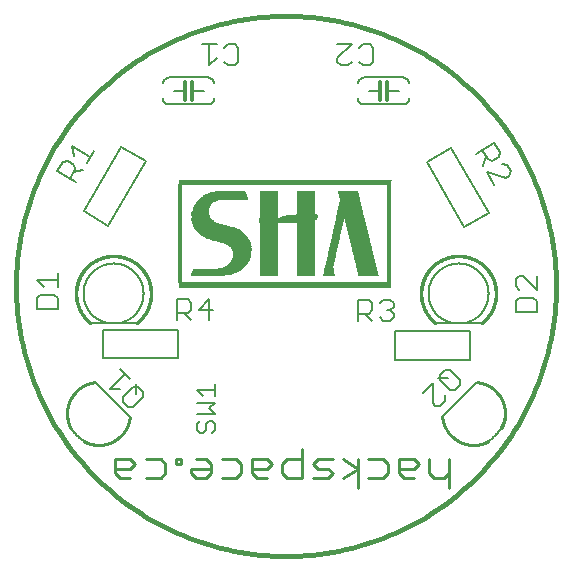
<source format=gto>
G75*
%MOIN*%
%OFA0B0*%
%FSLAX25Y25*%
%IPPOS*%
%LPD*%
%AMOC8*
5,1,8,0,0,1.08239X$1,22.5*
%
%ADD10C,0.01600*%
%ADD11C,0.01100*%
%ADD12C,0.00080*%
%ADD13C,0.00800*%
%ADD14C,0.00600*%
%ADD15C,0.01200*%
%ADD16C,0.00100*%
%ADD17R,0.70945X0.00079*%
%ADD18R,0.01496X0.00079*%
%ADD19R,0.01417X0.00079*%
%ADD20R,0.01339X0.00079*%
%ADD21R,0.06535X0.00079*%
%ADD22R,0.06299X0.00079*%
%ADD23R,0.09370X0.00079*%
%ADD24R,0.00079X0.00079*%
%ADD25R,0.10551X0.00079*%
%ADD26R,0.06457X0.00079*%
%ADD27R,0.11024X0.00079*%
%ADD28R,0.11339X0.00079*%
%ADD29R,0.11732X0.00079*%
%ADD30R,0.11969X0.00079*%
%ADD31R,0.12205X0.00079*%
%ADD32R,0.12520X0.00079*%
%ADD33R,0.12756X0.00079*%
%ADD34R,0.12992X0.00079*%
%ADD35R,0.13150X0.00079*%
%ADD36R,0.13386X0.00079*%
%ADD37R,0.13543X0.00079*%
%ADD38R,0.13701X0.00079*%
%ADD39R,0.13937X0.00079*%
%ADD40R,0.14094X0.00079*%
%ADD41R,0.14252X0.00079*%
%ADD42R,0.14409X0.00079*%
%ADD43R,0.14488X0.00079*%
%ADD44R,0.14646X0.00079*%
%ADD45R,0.14882X0.00079*%
%ADD46R,0.14961X0.00079*%
%ADD47R,0.15039X0.00079*%
%ADD48R,0.15197X0.00079*%
%ADD49R,0.15354X0.00079*%
%ADD50R,0.15512X0.00079*%
%ADD51R,0.15591X0.00079*%
%ADD52R,0.15748X0.00079*%
%ADD53R,0.15906X0.00079*%
%ADD54R,0.15984X0.00079*%
%ADD55R,0.16142X0.00079*%
%ADD56R,0.16220X0.00079*%
%ADD57R,0.16299X0.00079*%
%ADD58R,0.00236X0.00079*%
%ADD59R,0.07638X0.00079*%
%ADD60R,0.06614X0.00079*%
%ADD61R,0.06378X0.00079*%
%ADD62R,0.06220X0.00079*%
%ADD63R,0.06693X0.00079*%
%ADD64R,0.06063X0.00079*%
%ADD65R,0.05906X0.00079*%
%ADD66R,0.05827X0.00079*%
%ADD67R,0.06772X0.00079*%
%ADD68R,0.05669X0.00079*%
%ADD69R,0.06850X0.00079*%
%ADD70R,0.05591X0.00079*%
%ADD71R,0.06929X0.00079*%
%ADD72R,0.05512X0.00079*%
%ADD73R,0.05433X0.00079*%
%ADD74R,0.07008X0.00079*%
%ADD75R,0.07087X0.00079*%
%ADD76R,0.05354X0.00079*%
%ADD77R,0.05276X0.00079*%
%ADD78R,0.07165X0.00079*%
%ADD79R,0.07244X0.00079*%
%ADD80R,0.05197X0.00079*%
%ADD81R,0.07323X0.00079*%
%ADD82R,0.07402X0.00079*%
%ADD83R,0.05118X0.00079*%
%ADD84R,0.07480X0.00079*%
%ADD85R,0.07559X0.00079*%
%ADD86R,0.07717X0.00079*%
%ADD87R,0.07795X0.00079*%
%ADD88R,0.07874X0.00079*%
%ADD89R,0.07953X0.00079*%
%ADD90R,0.08031X0.00079*%
%ADD91R,0.08189X0.00079*%
%ADD92R,0.08346X0.00079*%
%ADD93R,0.08425X0.00079*%
%ADD94R,0.08504X0.00079*%
%ADD95R,0.08583X0.00079*%
%ADD96R,0.08661X0.00079*%
%ADD97R,0.08740X0.00079*%
%ADD98R,0.05748X0.00079*%
%ADD99R,0.08819X0.00079*%
%ADD100R,0.08898X0.00079*%
%ADD101R,0.08976X0.00079*%
%ADD102R,0.10000X0.00079*%
%ADD103R,0.09055X0.00079*%
%ADD104R,0.10630X0.00079*%
%ADD105R,0.05984X0.00079*%
%ADD106R,0.10945X0.00079*%
%ADD107R,0.11260X0.00079*%
%ADD108R,0.09134X0.00079*%
%ADD109R,0.11417X0.00079*%
%ADD110R,0.09213X0.00079*%
%ADD111R,0.11811X0.00079*%
%ADD112R,0.06142X0.00079*%
%ADD113R,0.12126X0.00079*%
%ADD114R,0.12283X0.00079*%
%ADD115R,0.02756X0.00079*%
%ADD116R,0.12441X0.00079*%
%ADD117R,0.02677X0.00079*%
%ADD118R,0.12677X0.00079*%
%ADD119R,0.19134X0.00079*%
%ADD120R,0.19055X0.00079*%
%ADD121R,0.18976X0.00079*%
%ADD122R,0.18898X0.00079*%
%ADD123R,0.18819X0.00079*%
%ADD124R,0.08110X0.00079*%
%ADD125R,0.08268X0.00079*%
%ADD126R,0.09291X0.00079*%
%ADD127R,0.09449X0.00079*%
%ADD128R,0.09843X0.00079*%
%ADD129R,0.10394X0.00079*%
%ADD130R,0.02835X0.00079*%
%ADD131R,0.11181X0.00079*%
%ADD132R,0.11496X0.00079*%
%ADD133R,0.12835X0.00079*%
%ADD134R,0.13071X0.00079*%
%ADD135R,0.13307X0.00079*%
%ADD136R,0.14016X0.00079*%
%ADD137R,0.14173X0.00079*%
%ADD138R,0.14331X0.00079*%
%ADD139R,0.14567X0.00079*%
%ADD140R,0.14724X0.00079*%
%ADD141R,0.14803X0.00079*%
%ADD142R,0.13780X0.00079*%
%ADD143R,0.13622X0.00079*%
%ADD144R,0.13228X0.00079*%
%ADD145R,0.12598X0.00079*%
%ADD146R,0.11654X0.00079*%
%ADD147R,0.11102X0.00079*%
%ADD148R,0.10157X0.00079*%
%ADD149R,0.09921X0.00079*%
%ADD150R,0.09606X0.00079*%
%ADD151R,0.02913X0.00079*%
%ADD152R,0.02992X0.00079*%
%ADD153R,0.03071X0.00079*%
%ADD154R,0.03150X0.00079*%
%ADD155R,0.16063X0.00079*%
%ADD156R,0.15827X0.00079*%
%ADD157R,0.03228X0.00079*%
%ADD158R,0.15669X0.00079*%
%ADD159R,0.03307X0.00079*%
%ADD160R,0.15433X0.00079*%
%ADD161R,0.15276X0.00079*%
%ADD162R,0.15118X0.00079*%
%ADD163R,0.03386X0.00079*%
%ADD164R,0.03465X0.00079*%
%ADD165R,0.03543X0.00079*%
%ADD166R,0.03622X0.00079*%
%ADD167R,0.13465X0.00079*%
%ADD168R,0.12913X0.00079*%
%ADD169R,0.03701X0.00079*%
%ADD170R,0.10709X0.00079*%
%ADD171R,0.03780X0.00079*%
%ADD172C,0.00000*%
%ADD173C,0.00700*%
D10*
X0004308Y0094334D02*
X0004335Y0096543D01*
X0004416Y0098750D01*
X0004552Y0100955D01*
X0004741Y0103156D01*
X0004985Y0105351D01*
X0005282Y0107540D01*
X0005633Y0109721D01*
X0006037Y0111892D01*
X0006495Y0114053D01*
X0007005Y0116202D01*
X0007568Y0118338D01*
X0008183Y0120460D01*
X0008850Y0122565D01*
X0009569Y0124654D01*
X0010339Y0126725D01*
X0011159Y0128776D01*
X0012029Y0130806D01*
X0012949Y0132814D01*
X0013918Y0134799D01*
X0014935Y0136760D01*
X0016000Y0138695D01*
X0017112Y0140603D01*
X0018271Y0142484D01*
X0019476Y0144335D01*
X0020725Y0146157D01*
X0022019Y0147947D01*
X0023357Y0149705D01*
X0024737Y0151429D01*
X0026159Y0153120D01*
X0027622Y0154774D01*
X0029126Y0156393D01*
X0030668Y0157974D01*
X0032249Y0159516D01*
X0033868Y0161020D01*
X0035522Y0162483D01*
X0037213Y0163905D01*
X0038937Y0165285D01*
X0040695Y0166623D01*
X0042485Y0167917D01*
X0044307Y0169166D01*
X0046158Y0170371D01*
X0048039Y0171530D01*
X0049947Y0172642D01*
X0051882Y0173707D01*
X0053843Y0174724D01*
X0055828Y0175693D01*
X0057836Y0176613D01*
X0059866Y0177483D01*
X0061917Y0178303D01*
X0063988Y0179073D01*
X0066077Y0179792D01*
X0068182Y0180459D01*
X0070304Y0181074D01*
X0072440Y0181637D01*
X0074589Y0182147D01*
X0076750Y0182605D01*
X0078921Y0183009D01*
X0081102Y0183360D01*
X0083291Y0183657D01*
X0085486Y0183901D01*
X0087687Y0184090D01*
X0089892Y0184226D01*
X0092099Y0184307D01*
X0094308Y0184334D01*
X0096517Y0184307D01*
X0098724Y0184226D01*
X0100929Y0184090D01*
X0103130Y0183901D01*
X0105325Y0183657D01*
X0107514Y0183360D01*
X0109695Y0183009D01*
X0111866Y0182605D01*
X0114027Y0182147D01*
X0116176Y0181637D01*
X0118312Y0181074D01*
X0120434Y0180459D01*
X0122539Y0179792D01*
X0124628Y0179073D01*
X0126699Y0178303D01*
X0128750Y0177483D01*
X0130780Y0176613D01*
X0132788Y0175693D01*
X0134773Y0174724D01*
X0136734Y0173707D01*
X0138669Y0172642D01*
X0140577Y0171530D01*
X0142458Y0170371D01*
X0144309Y0169166D01*
X0146131Y0167917D01*
X0147921Y0166623D01*
X0149679Y0165285D01*
X0151403Y0163905D01*
X0153094Y0162483D01*
X0154748Y0161020D01*
X0156367Y0159516D01*
X0157948Y0157974D01*
X0159490Y0156393D01*
X0160994Y0154774D01*
X0162457Y0153120D01*
X0163879Y0151429D01*
X0165259Y0149705D01*
X0166597Y0147947D01*
X0167891Y0146157D01*
X0169140Y0144335D01*
X0170345Y0142484D01*
X0171504Y0140603D01*
X0172616Y0138695D01*
X0173681Y0136760D01*
X0174698Y0134799D01*
X0175667Y0132814D01*
X0176587Y0130806D01*
X0177457Y0128776D01*
X0178277Y0126725D01*
X0179047Y0124654D01*
X0179766Y0122565D01*
X0180433Y0120460D01*
X0181048Y0118338D01*
X0181611Y0116202D01*
X0182121Y0114053D01*
X0182579Y0111892D01*
X0182983Y0109721D01*
X0183334Y0107540D01*
X0183631Y0105351D01*
X0183875Y0103156D01*
X0184064Y0100955D01*
X0184200Y0098750D01*
X0184281Y0096543D01*
X0184308Y0094334D01*
X0184281Y0092125D01*
X0184200Y0089918D01*
X0184064Y0087713D01*
X0183875Y0085512D01*
X0183631Y0083317D01*
X0183334Y0081128D01*
X0182983Y0078947D01*
X0182579Y0076776D01*
X0182121Y0074615D01*
X0181611Y0072466D01*
X0181048Y0070330D01*
X0180433Y0068208D01*
X0179766Y0066103D01*
X0179047Y0064014D01*
X0178277Y0061943D01*
X0177457Y0059892D01*
X0176587Y0057862D01*
X0175667Y0055854D01*
X0174698Y0053869D01*
X0173681Y0051908D01*
X0172616Y0049973D01*
X0171504Y0048065D01*
X0170345Y0046184D01*
X0169140Y0044333D01*
X0167891Y0042511D01*
X0166597Y0040721D01*
X0165259Y0038963D01*
X0163879Y0037239D01*
X0162457Y0035548D01*
X0160994Y0033894D01*
X0159490Y0032275D01*
X0157948Y0030694D01*
X0156367Y0029152D01*
X0154748Y0027648D01*
X0153094Y0026185D01*
X0151403Y0024763D01*
X0149679Y0023383D01*
X0147921Y0022045D01*
X0146131Y0020751D01*
X0144309Y0019502D01*
X0142458Y0018297D01*
X0140577Y0017138D01*
X0138669Y0016026D01*
X0136734Y0014961D01*
X0134773Y0013944D01*
X0132788Y0012975D01*
X0130780Y0012055D01*
X0128750Y0011185D01*
X0126699Y0010365D01*
X0124628Y0009595D01*
X0122539Y0008876D01*
X0120434Y0008209D01*
X0118312Y0007594D01*
X0116176Y0007031D01*
X0114027Y0006521D01*
X0111866Y0006063D01*
X0109695Y0005659D01*
X0107514Y0005308D01*
X0105325Y0005011D01*
X0103130Y0004767D01*
X0100929Y0004578D01*
X0098724Y0004442D01*
X0096517Y0004361D01*
X0094308Y0004334D01*
X0092099Y0004361D01*
X0089892Y0004442D01*
X0087687Y0004578D01*
X0085486Y0004767D01*
X0083291Y0005011D01*
X0081102Y0005308D01*
X0078921Y0005659D01*
X0076750Y0006063D01*
X0074589Y0006521D01*
X0072440Y0007031D01*
X0070304Y0007594D01*
X0068182Y0008209D01*
X0066077Y0008876D01*
X0063988Y0009595D01*
X0061917Y0010365D01*
X0059866Y0011185D01*
X0057836Y0012055D01*
X0055828Y0012975D01*
X0053843Y0013944D01*
X0051882Y0014961D01*
X0049947Y0016026D01*
X0048039Y0017138D01*
X0046158Y0018297D01*
X0044307Y0019502D01*
X0042485Y0020751D01*
X0040695Y0022045D01*
X0038937Y0023383D01*
X0037213Y0024763D01*
X0035522Y0026185D01*
X0033868Y0027648D01*
X0032249Y0029152D01*
X0030668Y0030694D01*
X0029126Y0032275D01*
X0027622Y0033894D01*
X0026159Y0035548D01*
X0024737Y0037239D01*
X0023357Y0038963D01*
X0022019Y0040721D01*
X0020725Y0042511D01*
X0019476Y0044333D01*
X0018271Y0046184D01*
X0017112Y0048065D01*
X0016000Y0049973D01*
X0014935Y0051908D01*
X0013918Y0053869D01*
X0012949Y0055854D01*
X0012029Y0057862D01*
X0011159Y0059892D01*
X0010339Y0061943D01*
X0009569Y0064014D01*
X0008850Y0066103D01*
X0008183Y0068208D01*
X0007568Y0070330D01*
X0007005Y0072466D01*
X0006495Y0074615D01*
X0006037Y0076776D01*
X0005633Y0078947D01*
X0005282Y0081128D01*
X0004985Y0083317D01*
X0004741Y0085512D01*
X0004552Y0087713D01*
X0004416Y0089918D01*
X0004335Y0092125D01*
X0004308Y0094334D01*
D11*
X0037386Y0036784D02*
X0037386Y0031830D01*
X0039037Y0030178D01*
X0042340Y0030178D01*
X0042340Y0033481D02*
X0037386Y0033481D01*
X0037386Y0036784D02*
X0042340Y0036784D01*
X0043991Y0035132D01*
X0042340Y0033481D01*
X0047514Y0036784D02*
X0052469Y0036784D01*
X0054120Y0035132D01*
X0054120Y0031830D01*
X0052469Y0030178D01*
X0047514Y0030178D01*
X0057533Y0035132D02*
X0057533Y0036784D01*
X0059184Y0036784D01*
X0059184Y0035132D01*
X0057533Y0035132D01*
X0062707Y0033481D02*
X0062707Y0031830D01*
X0064359Y0030178D01*
X0067662Y0030178D01*
X0069313Y0031830D01*
X0069313Y0035132D01*
X0067662Y0036784D01*
X0064359Y0036784D01*
X0062707Y0033481D02*
X0069313Y0033481D01*
X0072836Y0036784D02*
X0077790Y0036784D01*
X0079442Y0035132D01*
X0079442Y0031830D01*
X0077790Y0030178D01*
X0072836Y0030178D01*
X0082965Y0031830D02*
X0082965Y0036784D01*
X0087919Y0036784D01*
X0089570Y0035132D01*
X0087919Y0033481D01*
X0082965Y0033481D01*
X0082965Y0031830D02*
X0084616Y0030178D01*
X0087919Y0030178D01*
X0093093Y0031830D02*
X0093093Y0035132D01*
X0094745Y0036784D01*
X0099699Y0036784D01*
X0099699Y0040087D02*
X0099699Y0030178D01*
X0094745Y0030178D01*
X0093093Y0031830D01*
X0103222Y0030178D02*
X0108176Y0030178D01*
X0109828Y0031830D01*
X0108176Y0033481D01*
X0104873Y0033481D01*
X0103222Y0035132D01*
X0104873Y0036784D01*
X0109828Y0036784D01*
X0113314Y0036784D02*
X0118268Y0033481D01*
X0113314Y0030178D01*
X0118268Y0026875D02*
X0118268Y0036784D01*
X0121791Y0036784D02*
X0126745Y0036784D01*
X0128397Y0035132D01*
X0128397Y0031830D01*
X0126745Y0030178D01*
X0121791Y0030178D01*
X0131920Y0031830D02*
X0131920Y0036784D01*
X0136874Y0036784D01*
X0138525Y0035132D01*
X0136874Y0033481D01*
X0131920Y0033481D01*
X0131920Y0031830D02*
X0133571Y0030178D01*
X0136874Y0030178D01*
X0142048Y0031830D02*
X0142048Y0036784D01*
X0142048Y0031830D02*
X0143700Y0030178D01*
X0147003Y0030178D01*
X0148654Y0031830D01*
X0148654Y0036784D02*
X0148654Y0026875D01*
D12*
X0166428Y0046796D02*
X0165791Y0047132D01*
X0165792Y0047132D02*
X0165904Y0047353D01*
X0166011Y0047577D01*
X0166112Y0047803D01*
X0166208Y0048031D01*
X0166298Y0048262D01*
X0166383Y0048495D01*
X0166461Y0048730D01*
X0166534Y0048967D01*
X0166601Y0049206D01*
X0166663Y0049446D01*
X0166718Y0049688D01*
X0166768Y0049930D01*
X0166811Y0050174D01*
X0166849Y0050419D01*
X0166880Y0050665D01*
X0166906Y0050912D01*
X0166926Y0051159D01*
X0166939Y0051406D01*
X0166946Y0051654D01*
X0166948Y0051902D01*
X0166943Y0052150D01*
X0166932Y0052398D01*
X0166916Y0052645D01*
X0166893Y0052892D01*
X0166864Y0053138D01*
X0166829Y0053383D01*
X0166788Y0053628D01*
X0166741Y0053871D01*
X0166689Y0054113D01*
X0166630Y0054354D01*
X0166565Y0054593D01*
X0166495Y0054831D01*
X0166419Y0055067D01*
X0166337Y0055301D01*
X0166249Y0055533D01*
X0166156Y0055762D01*
X0166057Y0055990D01*
X0165953Y0056215D01*
X0165843Y0056437D01*
X0165728Y0056656D01*
X0165607Y0056873D01*
X0165482Y0057086D01*
X0165351Y0057297D01*
X0165215Y0057504D01*
X0165073Y0057708D01*
X0164927Y0057908D01*
X0164777Y0058105D01*
X0164621Y0058298D01*
X0164461Y0058487D01*
X0164296Y0058672D01*
X0164126Y0058853D01*
X0163953Y0059030D01*
X0163775Y0059202D01*
X0163592Y0059370D01*
X0163406Y0059534D01*
X0163216Y0059693D01*
X0163022Y0059847D01*
X0162824Y0059996D01*
X0162623Y0060141D01*
X0162418Y0060281D01*
X0162210Y0060415D01*
X0161999Y0060545D01*
X0161784Y0060669D01*
X0161567Y0060788D01*
X0161346Y0060902D01*
X0161123Y0061010D01*
X0160898Y0061113D01*
X0160670Y0061210D01*
X0160440Y0061301D01*
X0160207Y0061387D01*
X0159973Y0061468D01*
X0159736Y0061542D01*
X0159498Y0061611D01*
X0159258Y0061674D01*
X0159017Y0061730D01*
X0158774Y0061782D01*
X0158531Y0061827D01*
X0158286Y0061866D01*
X0158040Y0061899D01*
X0158124Y0062613D01*
X0158125Y0062614D01*
X0158388Y0062578D01*
X0158650Y0062537D01*
X0158911Y0062488D01*
X0159171Y0062434D01*
X0159430Y0062373D01*
X0159687Y0062306D01*
X0159942Y0062232D01*
X0160195Y0062152D01*
X0160446Y0062066D01*
X0160695Y0061974D01*
X0160942Y0061876D01*
X0161187Y0061772D01*
X0161428Y0061662D01*
X0161667Y0061546D01*
X0161903Y0061425D01*
X0162136Y0061297D01*
X0162366Y0061164D01*
X0162592Y0061025D01*
X0162815Y0060881D01*
X0163035Y0060732D01*
X0163250Y0060577D01*
X0163462Y0060417D01*
X0163670Y0060251D01*
X0163874Y0060081D01*
X0164073Y0059906D01*
X0164268Y0059726D01*
X0164459Y0059541D01*
X0164645Y0059352D01*
X0164827Y0059158D01*
X0165003Y0058960D01*
X0165175Y0058757D01*
X0165342Y0058550D01*
X0165504Y0058340D01*
X0165660Y0058125D01*
X0165811Y0057907D01*
X0165957Y0057685D01*
X0166097Y0057460D01*
X0166232Y0057231D01*
X0166361Y0056999D01*
X0166485Y0056764D01*
X0166602Y0056526D01*
X0166714Y0056285D01*
X0166820Y0056041D01*
X0166920Y0055795D01*
X0167014Y0055547D01*
X0167101Y0055296D01*
X0167183Y0055043D01*
X0167258Y0054789D01*
X0167327Y0054532D01*
X0167390Y0054274D01*
X0167447Y0054015D01*
X0167497Y0053754D01*
X0167541Y0053492D01*
X0167578Y0053229D01*
X0167609Y0052966D01*
X0167633Y0052701D01*
X0167651Y0052436D01*
X0167663Y0052171D01*
X0167668Y0051906D01*
X0167666Y0051640D01*
X0167658Y0051375D01*
X0167644Y0051109D01*
X0167623Y0050845D01*
X0167595Y0050581D01*
X0167562Y0050317D01*
X0167521Y0050055D01*
X0167475Y0049793D01*
X0167421Y0049533D01*
X0167362Y0049274D01*
X0167296Y0049017D01*
X0167224Y0048762D01*
X0167146Y0048508D01*
X0167062Y0048256D01*
X0166971Y0048006D01*
X0166874Y0047759D01*
X0166772Y0047514D01*
X0166663Y0047272D01*
X0166549Y0047032D01*
X0166428Y0046796D01*
X0166362Y0046831D01*
X0166482Y0047066D01*
X0166595Y0047304D01*
X0166703Y0047544D01*
X0166805Y0047787D01*
X0166901Y0048033D01*
X0166991Y0048281D01*
X0167075Y0048531D01*
X0167152Y0048783D01*
X0167224Y0049037D01*
X0167289Y0049292D01*
X0167348Y0049549D01*
X0167401Y0049808D01*
X0167447Y0050067D01*
X0167487Y0050328D01*
X0167521Y0050589D01*
X0167548Y0050852D01*
X0167569Y0051115D01*
X0167583Y0051378D01*
X0167591Y0051641D01*
X0167593Y0051905D01*
X0167588Y0052169D01*
X0167576Y0052432D01*
X0167559Y0052695D01*
X0167534Y0052958D01*
X0167504Y0053220D01*
X0167467Y0053481D01*
X0167423Y0053741D01*
X0167373Y0054000D01*
X0167317Y0054258D01*
X0167255Y0054514D01*
X0167186Y0054768D01*
X0167111Y0055021D01*
X0167030Y0055272D01*
X0166943Y0055521D01*
X0166850Y0055768D01*
X0166751Y0056012D01*
X0166646Y0056254D01*
X0166535Y0056493D01*
X0166418Y0056730D01*
X0166295Y0056963D01*
X0166167Y0057193D01*
X0166033Y0057421D01*
X0165894Y0057645D01*
X0165749Y0057865D01*
X0165599Y0058082D01*
X0165444Y0058295D01*
X0165283Y0058504D01*
X0165117Y0058709D01*
X0164947Y0058910D01*
X0164771Y0059107D01*
X0164591Y0059300D01*
X0164406Y0059488D01*
X0164217Y0059671D01*
X0164023Y0059850D01*
X0163825Y0060024D01*
X0163623Y0060193D01*
X0163416Y0060357D01*
X0163206Y0060516D01*
X0162992Y0060670D01*
X0162774Y0060819D01*
X0162552Y0060962D01*
X0162328Y0061100D01*
X0162099Y0061232D01*
X0161868Y0061358D01*
X0161634Y0061479D01*
X0161396Y0061594D01*
X0161156Y0061704D01*
X0160914Y0061807D01*
X0160669Y0061904D01*
X0160421Y0061996D01*
X0160172Y0062081D01*
X0159920Y0062160D01*
X0159667Y0062233D01*
X0159412Y0062300D01*
X0159155Y0062360D01*
X0158897Y0062415D01*
X0158638Y0062463D01*
X0158377Y0062504D01*
X0158116Y0062539D01*
X0158107Y0062465D01*
X0158367Y0062430D01*
X0158625Y0062389D01*
X0158883Y0062341D01*
X0159139Y0062287D01*
X0159394Y0062227D01*
X0159647Y0062161D01*
X0159899Y0062088D01*
X0160149Y0062010D01*
X0160397Y0061925D01*
X0160642Y0061834D01*
X0160885Y0061737D01*
X0161126Y0061635D01*
X0161365Y0061526D01*
X0161600Y0061412D01*
X0161833Y0061292D01*
X0162063Y0061166D01*
X0162289Y0061035D01*
X0162513Y0060898D01*
X0162733Y0060756D01*
X0162949Y0060609D01*
X0163162Y0060456D01*
X0163370Y0060298D01*
X0163575Y0060135D01*
X0163776Y0059967D01*
X0163973Y0059794D01*
X0164166Y0059617D01*
X0164354Y0059434D01*
X0164537Y0059248D01*
X0164716Y0059057D01*
X0164890Y0058861D01*
X0165060Y0058661D01*
X0165224Y0058458D01*
X0165384Y0058250D01*
X0165538Y0058038D01*
X0165687Y0057823D01*
X0165831Y0057604D01*
X0165969Y0057382D01*
X0166102Y0057156D01*
X0166229Y0056927D01*
X0166351Y0056696D01*
X0166467Y0056461D01*
X0166577Y0056223D01*
X0166682Y0055983D01*
X0166780Y0055740D01*
X0166873Y0055496D01*
X0166959Y0055248D01*
X0167040Y0054999D01*
X0167114Y0054748D01*
X0167182Y0054495D01*
X0167244Y0054241D01*
X0167300Y0053985D01*
X0167349Y0053728D01*
X0167392Y0053470D01*
X0167429Y0053210D01*
X0167460Y0052950D01*
X0167484Y0052689D01*
X0167502Y0052428D01*
X0167513Y0052167D01*
X0167518Y0051905D01*
X0167516Y0051643D01*
X0167508Y0051381D01*
X0167494Y0051120D01*
X0167473Y0050859D01*
X0167446Y0050598D01*
X0167413Y0050339D01*
X0167373Y0050080D01*
X0167327Y0049822D01*
X0167275Y0049565D01*
X0167216Y0049310D01*
X0167152Y0049056D01*
X0167081Y0048804D01*
X0167003Y0048554D01*
X0166920Y0048306D01*
X0166831Y0048060D01*
X0166736Y0047816D01*
X0166634Y0047574D01*
X0166527Y0047335D01*
X0166414Y0047099D01*
X0166296Y0046866D01*
X0166230Y0046901D01*
X0166347Y0047132D01*
X0166459Y0047367D01*
X0166566Y0047604D01*
X0166666Y0047844D01*
X0166761Y0048086D01*
X0166849Y0048331D01*
X0166932Y0048577D01*
X0167009Y0048826D01*
X0167079Y0049076D01*
X0167144Y0049328D01*
X0167202Y0049581D01*
X0167254Y0049836D01*
X0167299Y0050092D01*
X0167339Y0050349D01*
X0167372Y0050607D01*
X0167399Y0050866D01*
X0167419Y0051125D01*
X0167433Y0051385D01*
X0167441Y0051644D01*
X0167443Y0051904D01*
X0167438Y0052164D01*
X0167427Y0052424D01*
X0167409Y0052684D01*
X0167385Y0052943D01*
X0167355Y0053201D01*
X0167318Y0053458D01*
X0167275Y0053715D01*
X0167226Y0053970D01*
X0167171Y0054224D01*
X0167109Y0054477D01*
X0167042Y0054728D01*
X0166968Y0054977D01*
X0166888Y0055224D01*
X0166802Y0055470D01*
X0166710Y0055713D01*
X0166613Y0055954D01*
X0166509Y0056193D01*
X0166399Y0056428D01*
X0166284Y0056661D01*
X0166163Y0056892D01*
X0166037Y0057119D01*
X0165905Y0057343D01*
X0165768Y0057564D01*
X0165625Y0057781D01*
X0165477Y0057995D01*
X0165324Y0058205D01*
X0165165Y0058411D01*
X0165002Y0058614D01*
X0164834Y0058812D01*
X0164661Y0059006D01*
X0164483Y0059196D01*
X0164301Y0059381D01*
X0164114Y0059562D01*
X0163923Y0059738D01*
X0163728Y0059910D01*
X0163528Y0060077D01*
X0163325Y0060239D01*
X0163117Y0060395D01*
X0162906Y0060547D01*
X0162691Y0060694D01*
X0162473Y0060835D01*
X0162251Y0060971D01*
X0162026Y0061101D01*
X0161798Y0061226D01*
X0161567Y0061345D01*
X0161333Y0061458D01*
X0161096Y0061566D01*
X0160857Y0061668D01*
X0160615Y0061764D01*
X0160372Y0061854D01*
X0160126Y0061938D01*
X0159878Y0062016D01*
X0159628Y0062088D01*
X0159376Y0062154D01*
X0159123Y0062214D01*
X0158869Y0062267D01*
X0158613Y0062315D01*
X0158356Y0062356D01*
X0158099Y0062390D01*
X0158090Y0062316D01*
X0158346Y0062281D01*
X0158600Y0062241D01*
X0158854Y0062194D01*
X0159107Y0062141D01*
X0159358Y0062081D01*
X0159608Y0062016D01*
X0159856Y0061945D01*
X0160102Y0061867D01*
X0160347Y0061783D01*
X0160589Y0061694D01*
X0160829Y0061599D01*
X0161066Y0061497D01*
X0161301Y0061390D01*
X0161534Y0061278D01*
X0161763Y0061159D01*
X0161989Y0061035D01*
X0162213Y0060906D01*
X0162433Y0060771D01*
X0162650Y0060631D01*
X0162863Y0060486D01*
X0163073Y0060335D01*
X0163279Y0060179D01*
X0163481Y0060019D01*
X0163679Y0059853D01*
X0163873Y0059683D01*
X0164063Y0059508D01*
X0164248Y0059328D01*
X0164429Y0059144D01*
X0164605Y0058955D01*
X0164777Y0058763D01*
X0164944Y0058566D01*
X0165106Y0058365D01*
X0165264Y0058160D01*
X0165416Y0057951D01*
X0165563Y0057739D01*
X0165704Y0057523D01*
X0165841Y0057304D01*
X0165972Y0057082D01*
X0166097Y0056856D01*
X0166217Y0056627D01*
X0166332Y0056396D01*
X0166440Y0056162D01*
X0166543Y0055925D01*
X0166640Y0055686D01*
X0166732Y0055444D01*
X0166817Y0055201D01*
X0166896Y0054955D01*
X0166970Y0054707D01*
X0167037Y0054458D01*
X0167098Y0054207D01*
X0167153Y0053955D01*
X0167202Y0053701D01*
X0167244Y0053447D01*
X0167280Y0053191D01*
X0167310Y0052935D01*
X0167334Y0052678D01*
X0167352Y0052420D01*
X0167363Y0052162D01*
X0167368Y0051904D01*
X0167366Y0051646D01*
X0167359Y0051388D01*
X0167345Y0051130D01*
X0167324Y0050873D01*
X0167298Y0050616D01*
X0167265Y0050360D01*
X0167225Y0050105D01*
X0167180Y0049850D01*
X0167128Y0049598D01*
X0167071Y0049346D01*
X0167007Y0049096D01*
X0166937Y0048847D01*
X0166861Y0048601D01*
X0166779Y0048356D01*
X0166691Y0048113D01*
X0166597Y0047873D01*
X0166497Y0047634D01*
X0166391Y0047399D01*
X0166280Y0047166D01*
X0166163Y0046936D01*
X0166097Y0046971D01*
X0166213Y0047199D01*
X0166324Y0047431D01*
X0166428Y0047664D01*
X0166527Y0047901D01*
X0166621Y0048140D01*
X0166708Y0048381D01*
X0166789Y0048624D01*
X0166865Y0048869D01*
X0166934Y0049115D01*
X0166998Y0049364D01*
X0167055Y0049614D01*
X0167106Y0049865D01*
X0167151Y0050117D01*
X0167190Y0050370D01*
X0167223Y0050625D01*
X0167249Y0050880D01*
X0167270Y0051135D01*
X0167284Y0051391D01*
X0167291Y0051647D01*
X0167293Y0051904D01*
X0167288Y0052160D01*
X0167277Y0052416D01*
X0167259Y0052672D01*
X0167236Y0052927D01*
X0167206Y0053182D01*
X0167170Y0053435D01*
X0167128Y0053688D01*
X0167079Y0053940D01*
X0167025Y0054190D01*
X0166964Y0054440D01*
X0166897Y0054687D01*
X0166825Y0054933D01*
X0166746Y0055177D01*
X0166661Y0055419D01*
X0166571Y0055658D01*
X0166474Y0055896D01*
X0166372Y0056131D01*
X0166264Y0056364D01*
X0166151Y0056593D01*
X0166031Y0056820D01*
X0165907Y0057044D01*
X0165777Y0057265D01*
X0165641Y0057483D01*
X0165500Y0057697D01*
X0165355Y0057908D01*
X0165204Y0058115D01*
X0165047Y0058318D01*
X0164886Y0058518D01*
X0164721Y0058713D01*
X0164550Y0058905D01*
X0164375Y0059092D01*
X0164195Y0059275D01*
X0164011Y0059453D01*
X0163823Y0059627D01*
X0163630Y0059796D01*
X0163434Y0059960D01*
X0163233Y0060120D01*
X0163028Y0060274D01*
X0162820Y0060424D01*
X0162608Y0060568D01*
X0162393Y0060708D01*
X0162175Y0060841D01*
X0161953Y0060970D01*
X0161728Y0061093D01*
X0161500Y0061211D01*
X0161269Y0061322D01*
X0161036Y0061429D01*
X0160800Y0061529D01*
X0160562Y0061624D01*
X0160322Y0061713D01*
X0160079Y0061796D01*
X0159835Y0061873D01*
X0159588Y0061944D01*
X0159340Y0062009D01*
X0159091Y0062067D01*
X0158840Y0062120D01*
X0158588Y0062167D01*
X0158335Y0062207D01*
X0158081Y0062241D01*
X0158072Y0062167D01*
X0158324Y0062133D01*
X0158576Y0062093D01*
X0158826Y0062047D01*
X0159075Y0061994D01*
X0159323Y0061936D01*
X0159569Y0061871D01*
X0159813Y0061801D01*
X0160056Y0061724D01*
X0160297Y0061642D01*
X0160536Y0061554D01*
X0160772Y0061460D01*
X0161006Y0061360D01*
X0161238Y0061254D01*
X0161467Y0061143D01*
X0161693Y0061027D01*
X0161916Y0060905D01*
X0162136Y0060777D01*
X0162353Y0060644D01*
X0162567Y0060506D01*
X0162777Y0060362D01*
X0162984Y0060214D01*
X0163187Y0060061D01*
X0163386Y0059902D01*
X0163581Y0059739D01*
X0163773Y0059571D01*
X0163960Y0059398D01*
X0164143Y0059221D01*
X0164321Y0059040D01*
X0164495Y0058854D01*
X0164664Y0058664D01*
X0164829Y0058470D01*
X0164989Y0058272D01*
X0165143Y0058070D01*
X0165293Y0057864D01*
X0165438Y0057655D01*
X0165578Y0057442D01*
X0165713Y0057226D01*
X0165842Y0057007D01*
X0165965Y0056785D01*
X0166084Y0056559D01*
X0166196Y0056331D01*
X0166304Y0056100D01*
X0166405Y0055867D01*
X0166501Y0055631D01*
X0166591Y0055393D01*
X0166675Y0055153D01*
X0166753Y0054911D01*
X0166825Y0054667D01*
X0166891Y0054421D01*
X0166952Y0054174D01*
X0167006Y0053925D01*
X0167054Y0053675D01*
X0167096Y0053424D01*
X0167132Y0053172D01*
X0167161Y0052919D01*
X0167185Y0052666D01*
X0167202Y0052412D01*
X0167213Y0052158D01*
X0167218Y0051903D01*
X0167216Y0051649D01*
X0167209Y0051394D01*
X0167195Y0051140D01*
X0167175Y0050887D01*
X0167149Y0050634D01*
X0167116Y0050381D01*
X0167078Y0050130D01*
X0167033Y0049879D01*
X0166982Y0049630D01*
X0166925Y0049382D01*
X0166862Y0049135D01*
X0166793Y0048890D01*
X0166718Y0048647D01*
X0166637Y0048406D01*
X0166551Y0048166D01*
X0166458Y0047929D01*
X0166360Y0047695D01*
X0166256Y0047462D01*
X0166146Y0047233D01*
X0166031Y0047006D01*
X0165964Y0047041D01*
X0166079Y0047266D01*
X0166188Y0047494D01*
X0166291Y0047725D01*
X0166389Y0047958D01*
X0166480Y0048193D01*
X0166567Y0048431D01*
X0166647Y0048670D01*
X0166721Y0048912D01*
X0166790Y0049155D01*
X0166852Y0049400D01*
X0166909Y0049646D01*
X0166959Y0049893D01*
X0167004Y0050142D01*
X0167042Y0050392D01*
X0167074Y0050642D01*
X0167100Y0050894D01*
X0167120Y0051146D01*
X0167134Y0051398D01*
X0167141Y0051650D01*
X0167143Y0051903D01*
X0167138Y0052156D01*
X0167127Y0052408D01*
X0167110Y0052660D01*
X0167087Y0052912D01*
X0167057Y0053163D01*
X0167022Y0053413D01*
X0166980Y0053662D01*
X0166932Y0053910D01*
X0166879Y0054157D01*
X0166819Y0054402D01*
X0166753Y0054646D01*
X0166681Y0054889D01*
X0166604Y0055129D01*
X0166520Y0055367D01*
X0166431Y0055604D01*
X0166336Y0055838D01*
X0166235Y0056070D01*
X0166129Y0056299D01*
X0166017Y0056525D01*
X0165899Y0056749D01*
X0165777Y0056970D01*
X0165648Y0057188D01*
X0165515Y0057402D01*
X0165376Y0057613D01*
X0165232Y0057821D01*
X0165083Y0058025D01*
X0164930Y0058225D01*
X0164771Y0058422D01*
X0164608Y0058615D01*
X0164439Y0058803D01*
X0164267Y0058988D01*
X0164090Y0059168D01*
X0163908Y0059344D01*
X0163723Y0059515D01*
X0163533Y0059682D01*
X0163339Y0059844D01*
X0163141Y0060001D01*
X0162940Y0060154D01*
X0162734Y0060301D01*
X0162526Y0060443D01*
X0162314Y0060580D01*
X0162098Y0060712D01*
X0161879Y0060839D01*
X0161658Y0060960D01*
X0161433Y0061076D01*
X0161206Y0061187D01*
X0160976Y0061291D01*
X0160744Y0061390D01*
X0160509Y0061484D01*
X0160272Y0061571D01*
X0160033Y0061653D01*
X0159792Y0061729D01*
X0159549Y0061799D01*
X0159305Y0061863D01*
X0159059Y0061921D01*
X0158812Y0061973D01*
X0158563Y0062019D01*
X0158314Y0062059D01*
X0158063Y0062092D01*
X0158054Y0062018D01*
X0158303Y0061985D01*
X0158551Y0061945D01*
X0158797Y0061899D01*
X0159043Y0061848D01*
X0159287Y0061790D01*
X0159529Y0061726D01*
X0159770Y0061657D01*
X0160010Y0061582D01*
X0160247Y0061500D01*
X0160482Y0061414D01*
X0160715Y0061321D01*
X0160946Y0061223D01*
X0161174Y0061119D01*
X0161400Y0061009D01*
X0161623Y0060894D01*
X0161843Y0060774D01*
X0162060Y0060648D01*
X0162274Y0060517D01*
X0162484Y0060381D01*
X0162692Y0060239D01*
X0162895Y0060093D01*
X0163095Y0059942D01*
X0163292Y0059786D01*
X0163484Y0059625D01*
X0163673Y0059459D01*
X0163857Y0059289D01*
X0164037Y0059115D01*
X0164213Y0058936D01*
X0164384Y0058753D01*
X0164551Y0058566D01*
X0164713Y0058374D01*
X0164871Y0058179D01*
X0165023Y0057980D01*
X0165171Y0057777D01*
X0165314Y0057571D01*
X0165452Y0057362D01*
X0165584Y0057149D01*
X0165712Y0056933D01*
X0165833Y0056713D01*
X0165950Y0056491D01*
X0166061Y0056266D01*
X0166167Y0056039D01*
X0166267Y0055809D01*
X0166361Y0055577D01*
X0166450Y0055342D01*
X0166533Y0055105D01*
X0166610Y0054866D01*
X0166681Y0054626D01*
X0166746Y0054384D01*
X0166805Y0054140D01*
X0166859Y0053895D01*
X0166906Y0053649D01*
X0166948Y0053401D01*
X0166983Y0053153D01*
X0167012Y0052904D01*
X0167035Y0052654D01*
X0167052Y0052404D01*
X0167063Y0052153D01*
X0167068Y0051903D01*
X0167066Y0051652D01*
X0167059Y0051401D01*
X0167045Y0051151D01*
X0167025Y0050901D01*
X0167000Y0050651D01*
X0166968Y0050402D01*
X0166930Y0050155D01*
X0166886Y0049908D01*
X0166835Y0049662D01*
X0166779Y0049417D01*
X0166717Y0049174D01*
X0166649Y0048933D01*
X0166575Y0048693D01*
X0166496Y0048455D01*
X0166410Y0048220D01*
X0166319Y0047986D01*
X0166222Y0047755D01*
X0166120Y0047526D01*
X0166012Y0047299D01*
X0165898Y0047076D01*
X0165832Y0047111D01*
X0165944Y0047333D01*
X0166052Y0047558D01*
X0166153Y0047785D01*
X0166250Y0048014D01*
X0166340Y0048246D01*
X0166425Y0048480D01*
X0166504Y0048716D01*
X0166577Y0048954D01*
X0166645Y0049194D01*
X0166707Y0049435D01*
X0166762Y0049678D01*
X0166812Y0049922D01*
X0166856Y0050167D01*
X0166893Y0050413D01*
X0166925Y0050660D01*
X0166951Y0050908D01*
X0166970Y0051156D01*
X0166984Y0051404D01*
X0166991Y0051653D01*
X0166993Y0051902D01*
X0166988Y0052151D01*
X0166977Y0052400D01*
X0166960Y0052648D01*
X0166937Y0052896D01*
X0166908Y0053144D01*
X0166873Y0053390D01*
X0166832Y0053636D01*
X0166785Y0053880D01*
X0166732Y0054123D01*
X0166673Y0054365D01*
X0166609Y0054606D01*
X0166538Y0054844D01*
X0166461Y0055081D01*
X0166379Y0055316D01*
X0166291Y0055549D01*
X0166198Y0055780D01*
X0166098Y0056008D01*
X0165994Y0056234D01*
X0165883Y0056457D01*
X0165768Y0056678D01*
X0165646Y0056895D01*
X0165520Y0057110D01*
X0165389Y0057321D01*
X0165252Y0057529D01*
X0165110Y0057734D01*
X0164963Y0057935D01*
X0164812Y0058133D01*
X0164656Y0058326D01*
X0164494Y0058516D01*
X0164329Y0058702D01*
X0164159Y0058884D01*
X0163984Y0059061D01*
X0163805Y0059235D01*
X0163622Y0059404D01*
X0163435Y0059568D01*
X0163244Y0059728D01*
X0163049Y0059883D01*
X0162851Y0060033D01*
X0162649Y0060178D01*
X0162443Y0060318D01*
X0162234Y0060453D01*
X0162022Y0060583D01*
X0161806Y0060708D01*
X0161588Y0060828D01*
X0161367Y0060942D01*
X0161143Y0061051D01*
X0160916Y0061154D01*
X0160687Y0061251D01*
X0160456Y0061343D01*
X0160222Y0061430D01*
X0159986Y0061510D01*
X0159749Y0061585D01*
X0159510Y0061654D01*
X0159269Y0061717D01*
X0159027Y0061774D01*
X0158783Y0061826D01*
X0158538Y0061871D01*
X0158292Y0061910D01*
X0158046Y0061944D01*
X0146029Y0050518D02*
X0146744Y0050602D01*
X0146743Y0050602D02*
X0146776Y0050356D01*
X0146815Y0050112D01*
X0146860Y0049868D01*
X0146911Y0049625D01*
X0146968Y0049384D01*
X0147031Y0049144D01*
X0147100Y0048906D01*
X0147174Y0048670D01*
X0147255Y0048435D01*
X0147341Y0048203D01*
X0147432Y0047972D01*
X0147529Y0047744D01*
X0147632Y0047519D01*
X0147740Y0047296D01*
X0147854Y0047075D01*
X0147973Y0046858D01*
X0148097Y0046644D01*
X0148227Y0046432D01*
X0148361Y0046224D01*
X0148501Y0046019D01*
X0148646Y0045818D01*
X0148795Y0045620D01*
X0148949Y0045426D01*
X0149108Y0045236D01*
X0149272Y0045050D01*
X0149440Y0044868D01*
X0149612Y0044690D01*
X0149789Y0044516D01*
X0149970Y0044346D01*
X0150155Y0044182D01*
X0150344Y0044021D01*
X0150537Y0043866D01*
X0150734Y0043715D01*
X0150934Y0043569D01*
X0151138Y0043428D01*
X0151345Y0043291D01*
X0151555Y0043160D01*
X0151769Y0043035D01*
X0151986Y0042914D01*
X0152205Y0042799D01*
X0152427Y0042689D01*
X0152652Y0042585D01*
X0152879Y0042486D01*
X0153109Y0042393D01*
X0153341Y0042305D01*
X0153575Y0042223D01*
X0153811Y0042147D01*
X0154048Y0042077D01*
X0154288Y0042012D01*
X0154529Y0041954D01*
X0154771Y0041901D01*
X0155014Y0041854D01*
X0155259Y0041813D01*
X0155504Y0041778D01*
X0155750Y0041749D01*
X0155997Y0041726D01*
X0156244Y0041710D01*
X0156492Y0041699D01*
X0156740Y0041694D01*
X0156988Y0041696D01*
X0157235Y0041703D01*
X0157483Y0041716D01*
X0157730Y0041736D01*
X0157977Y0041762D01*
X0158222Y0041793D01*
X0158467Y0041831D01*
X0158711Y0041874D01*
X0158954Y0041924D01*
X0159196Y0041979D01*
X0159436Y0042040D01*
X0159675Y0042108D01*
X0159912Y0042181D01*
X0160147Y0042259D01*
X0160380Y0042344D01*
X0160610Y0042434D01*
X0160839Y0042530D01*
X0161065Y0042631D01*
X0161289Y0042738D01*
X0161510Y0042850D01*
X0161846Y0042214D01*
X0161846Y0042213D01*
X0161610Y0042093D01*
X0161370Y0041979D01*
X0161128Y0041870D01*
X0160883Y0041767D01*
X0160636Y0041671D01*
X0160386Y0041580D01*
X0160134Y0041496D01*
X0159880Y0041418D01*
X0159625Y0041346D01*
X0159368Y0041280D01*
X0159109Y0041220D01*
X0158849Y0041167D01*
X0158587Y0041121D01*
X0158325Y0041080D01*
X0158061Y0041047D01*
X0157797Y0041019D01*
X0157532Y0040998D01*
X0157267Y0040984D01*
X0157002Y0040976D01*
X0156736Y0040974D01*
X0156471Y0040979D01*
X0156206Y0040991D01*
X0155941Y0041009D01*
X0155676Y0041033D01*
X0155412Y0041064D01*
X0155150Y0041101D01*
X0154888Y0041145D01*
X0154627Y0041195D01*
X0154367Y0041252D01*
X0154109Y0041315D01*
X0153853Y0041384D01*
X0153598Y0041459D01*
X0153346Y0041541D01*
X0153095Y0041628D01*
X0152847Y0041722D01*
X0152601Y0041822D01*
X0152357Y0041928D01*
X0152116Y0042040D01*
X0151878Y0042157D01*
X0151643Y0042281D01*
X0151411Y0042410D01*
X0151182Y0042545D01*
X0150957Y0042685D01*
X0150735Y0042831D01*
X0150517Y0042982D01*
X0150302Y0043138D01*
X0150091Y0043300D01*
X0149885Y0043467D01*
X0149682Y0043639D01*
X0149484Y0043815D01*
X0149290Y0043997D01*
X0149101Y0044183D01*
X0148916Y0044374D01*
X0148736Y0044569D01*
X0148561Y0044768D01*
X0148391Y0044972D01*
X0148225Y0045180D01*
X0148065Y0045392D01*
X0147910Y0045607D01*
X0147761Y0045827D01*
X0147617Y0046050D01*
X0147478Y0046276D01*
X0147345Y0046506D01*
X0147217Y0046739D01*
X0147096Y0046975D01*
X0146980Y0047214D01*
X0146870Y0047456D01*
X0146766Y0047700D01*
X0146668Y0047947D01*
X0146576Y0048196D01*
X0146490Y0048447D01*
X0146410Y0048700D01*
X0146336Y0048956D01*
X0146269Y0049212D01*
X0146208Y0049471D01*
X0146154Y0049731D01*
X0146105Y0049992D01*
X0146064Y0050254D01*
X0146028Y0050517D01*
X0146103Y0050526D01*
X0146138Y0050265D01*
X0146179Y0050004D01*
X0146227Y0049745D01*
X0146281Y0049487D01*
X0146342Y0049230D01*
X0146409Y0048975D01*
X0146482Y0048722D01*
X0146561Y0048470D01*
X0146646Y0048221D01*
X0146738Y0047973D01*
X0146835Y0047728D01*
X0146938Y0047486D01*
X0147048Y0047246D01*
X0147163Y0047008D01*
X0147284Y0046774D01*
X0147410Y0046543D01*
X0147542Y0046315D01*
X0147680Y0046090D01*
X0147823Y0045868D01*
X0147972Y0045650D01*
X0148126Y0045436D01*
X0148285Y0045226D01*
X0148449Y0045019D01*
X0148618Y0044817D01*
X0148792Y0044619D01*
X0148971Y0044425D01*
X0149154Y0044236D01*
X0149342Y0044051D01*
X0149535Y0043871D01*
X0149732Y0043695D01*
X0149933Y0043525D01*
X0150138Y0043359D01*
X0150347Y0043198D01*
X0150560Y0043043D01*
X0150777Y0042893D01*
X0150997Y0042748D01*
X0151221Y0042609D01*
X0151448Y0042475D01*
X0151679Y0042347D01*
X0151912Y0042224D01*
X0152149Y0042107D01*
X0152388Y0041996D01*
X0152630Y0041891D01*
X0152874Y0041792D01*
X0153121Y0041699D01*
X0153370Y0041612D01*
X0153621Y0041531D01*
X0153873Y0041456D01*
X0154128Y0041387D01*
X0154384Y0041325D01*
X0154642Y0041269D01*
X0154901Y0041219D01*
X0155161Y0041176D01*
X0155422Y0041138D01*
X0155684Y0041108D01*
X0155947Y0041083D01*
X0156210Y0041066D01*
X0156473Y0041054D01*
X0156737Y0041049D01*
X0157000Y0041051D01*
X0157264Y0041059D01*
X0157527Y0041073D01*
X0157790Y0041094D01*
X0158052Y0041121D01*
X0158314Y0041155D01*
X0158575Y0041195D01*
X0158834Y0041241D01*
X0159093Y0041294D01*
X0159350Y0041353D01*
X0159605Y0041418D01*
X0159859Y0041490D01*
X0160111Y0041567D01*
X0160361Y0041651D01*
X0160609Y0041741D01*
X0160854Y0041837D01*
X0161098Y0041939D01*
X0161338Y0042047D01*
X0161576Y0042160D01*
X0161811Y0042280D01*
X0161776Y0042346D01*
X0161543Y0042227D01*
X0161307Y0042115D01*
X0161068Y0042008D01*
X0160826Y0041906D01*
X0160582Y0041811D01*
X0160336Y0041722D01*
X0160088Y0041639D01*
X0159838Y0041561D01*
X0159585Y0041490D01*
X0159332Y0041426D01*
X0159077Y0041367D01*
X0158820Y0041315D01*
X0158562Y0041269D01*
X0158303Y0041229D01*
X0158044Y0041196D01*
X0157783Y0041168D01*
X0157522Y0041148D01*
X0157261Y0041134D01*
X0156999Y0041126D01*
X0156737Y0041124D01*
X0156475Y0041129D01*
X0156214Y0041141D01*
X0155952Y0041158D01*
X0155692Y0041182D01*
X0155432Y0041213D01*
X0155172Y0041250D01*
X0154914Y0041293D01*
X0154657Y0041342D01*
X0154401Y0041398D01*
X0154147Y0041460D01*
X0153894Y0041528D01*
X0153643Y0041602D01*
X0153393Y0041683D01*
X0153146Y0041769D01*
X0152901Y0041862D01*
X0152659Y0041960D01*
X0152419Y0042065D01*
X0152181Y0042175D01*
X0151946Y0042291D01*
X0151714Y0042413D01*
X0151486Y0042540D01*
X0151260Y0042673D01*
X0151038Y0042811D01*
X0150819Y0042955D01*
X0150604Y0043104D01*
X0150392Y0043259D01*
X0150184Y0043418D01*
X0149980Y0043582D01*
X0149781Y0043752D01*
X0149585Y0043926D01*
X0149394Y0044105D01*
X0149207Y0044288D01*
X0149025Y0044477D01*
X0148848Y0044669D01*
X0148675Y0044866D01*
X0148507Y0045067D01*
X0148344Y0045272D01*
X0148186Y0045481D01*
X0148033Y0045693D01*
X0147886Y0045910D01*
X0147744Y0046130D01*
X0147607Y0046353D01*
X0147476Y0046579D01*
X0147350Y0046809D01*
X0147230Y0047042D01*
X0147116Y0047277D01*
X0147007Y0047516D01*
X0146904Y0047757D01*
X0146808Y0048000D01*
X0146717Y0048246D01*
X0146632Y0048493D01*
X0146554Y0048743D01*
X0146481Y0048995D01*
X0146415Y0049248D01*
X0146355Y0049503D01*
X0146301Y0049759D01*
X0146253Y0050017D01*
X0146212Y0050275D01*
X0146177Y0050535D01*
X0146252Y0050544D01*
X0146286Y0050286D01*
X0146327Y0050029D01*
X0146375Y0049774D01*
X0146428Y0049519D01*
X0146488Y0049266D01*
X0146554Y0049014D01*
X0146626Y0048765D01*
X0146704Y0048517D01*
X0146788Y0048271D01*
X0146878Y0048027D01*
X0146974Y0047785D01*
X0147076Y0047546D01*
X0147184Y0047309D01*
X0147297Y0047075D01*
X0147416Y0046844D01*
X0147541Y0046616D01*
X0147671Y0046391D01*
X0147807Y0046169D01*
X0147948Y0045951D01*
X0148095Y0045736D01*
X0148247Y0045525D01*
X0148403Y0045318D01*
X0148565Y0045114D01*
X0148732Y0044915D01*
X0148903Y0044719D01*
X0149080Y0044528D01*
X0149261Y0044341D01*
X0149446Y0044159D01*
X0149636Y0043981D01*
X0149830Y0043808D01*
X0150028Y0043640D01*
X0150231Y0043477D01*
X0150437Y0043319D01*
X0150647Y0043165D01*
X0150861Y0043017D01*
X0151078Y0042875D01*
X0151299Y0042737D01*
X0151523Y0042605D01*
X0151750Y0042479D01*
X0151980Y0042358D01*
X0152213Y0042243D01*
X0152449Y0042133D01*
X0152688Y0042030D01*
X0152929Y0041932D01*
X0153172Y0041840D01*
X0153417Y0041754D01*
X0153665Y0041674D01*
X0153914Y0041600D01*
X0154165Y0041533D01*
X0154418Y0041471D01*
X0154672Y0041416D01*
X0154927Y0041367D01*
X0155184Y0041324D01*
X0155441Y0041287D01*
X0155699Y0041257D01*
X0155958Y0041233D01*
X0156218Y0041215D01*
X0156477Y0041204D01*
X0156737Y0041199D01*
X0156997Y0041201D01*
X0157257Y0041208D01*
X0157517Y0041223D01*
X0157776Y0041243D01*
X0158035Y0041270D01*
X0158293Y0041303D01*
X0158550Y0041343D01*
X0158806Y0041388D01*
X0159060Y0041440D01*
X0159314Y0041498D01*
X0159566Y0041563D01*
X0159816Y0041633D01*
X0160065Y0041710D01*
X0160311Y0041793D01*
X0160556Y0041881D01*
X0160798Y0041976D01*
X0161038Y0042076D01*
X0161275Y0042183D01*
X0161509Y0042295D01*
X0161741Y0042412D01*
X0161706Y0042479D01*
X0161476Y0042362D01*
X0161243Y0042250D01*
X0161007Y0042145D01*
X0160769Y0042045D01*
X0160529Y0041951D01*
X0160286Y0041863D01*
X0160041Y0041781D01*
X0159795Y0041705D01*
X0159546Y0041635D01*
X0159296Y0041571D01*
X0159044Y0041514D01*
X0158791Y0041462D01*
X0158537Y0041417D01*
X0158282Y0041377D01*
X0158026Y0041344D01*
X0157769Y0041318D01*
X0157512Y0041297D01*
X0157254Y0041283D01*
X0156996Y0041276D01*
X0156738Y0041274D01*
X0156480Y0041279D01*
X0156222Y0041290D01*
X0155964Y0041308D01*
X0155707Y0041332D01*
X0155451Y0041362D01*
X0155195Y0041398D01*
X0154940Y0041440D01*
X0154687Y0041489D01*
X0154435Y0041544D01*
X0154184Y0041605D01*
X0153934Y0041672D01*
X0153687Y0041746D01*
X0153441Y0041825D01*
X0153198Y0041910D01*
X0152956Y0042002D01*
X0152717Y0042099D01*
X0152480Y0042202D01*
X0152246Y0042310D01*
X0152014Y0042425D01*
X0151786Y0042545D01*
X0151560Y0042670D01*
X0151338Y0042801D01*
X0151119Y0042938D01*
X0150903Y0043079D01*
X0150691Y0043226D01*
X0150482Y0043379D01*
X0150277Y0043536D01*
X0150076Y0043698D01*
X0149879Y0043865D01*
X0149687Y0044037D01*
X0149498Y0044213D01*
X0149314Y0044394D01*
X0149134Y0044579D01*
X0148959Y0044769D01*
X0148789Y0044963D01*
X0148623Y0045161D01*
X0148463Y0045363D01*
X0148307Y0045569D01*
X0148156Y0045779D01*
X0148011Y0045992D01*
X0147871Y0046209D01*
X0147736Y0046429D01*
X0147606Y0046653D01*
X0147483Y0046879D01*
X0147364Y0047109D01*
X0147252Y0047341D01*
X0147145Y0047576D01*
X0147043Y0047813D01*
X0146948Y0048053D01*
X0146858Y0048296D01*
X0146775Y0048540D01*
X0146697Y0048786D01*
X0146626Y0049034D01*
X0146561Y0049284D01*
X0146501Y0049535D01*
X0146448Y0049788D01*
X0146401Y0050042D01*
X0146361Y0050297D01*
X0146326Y0050553D01*
X0146401Y0050561D01*
X0146435Y0050307D01*
X0146475Y0050054D01*
X0146522Y0049802D01*
X0146575Y0049551D01*
X0146633Y0049302D01*
X0146698Y0049054D01*
X0146769Y0048807D01*
X0146846Y0048563D01*
X0146929Y0048320D01*
X0147018Y0048080D01*
X0147113Y0047842D01*
X0147213Y0047606D01*
X0147319Y0047373D01*
X0147431Y0047142D01*
X0147549Y0046914D01*
X0147672Y0046689D01*
X0147800Y0046468D01*
X0147934Y0046249D01*
X0148073Y0046034D01*
X0148218Y0045822D01*
X0148367Y0045614D01*
X0148522Y0045409D01*
X0148682Y0045209D01*
X0148846Y0045012D01*
X0149015Y0044819D01*
X0149189Y0044631D01*
X0149367Y0044447D01*
X0149550Y0044267D01*
X0149737Y0044092D01*
X0149929Y0043921D01*
X0150124Y0043756D01*
X0150324Y0043595D01*
X0150527Y0043439D01*
X0150734Y0043288D01*
X0150945Y0043142D01*
X0151159Y0043001D01*
X0151377Y0042865D01*
X0151597Y0042735D01*
X0151821Y0042611D01*
X0152048Y0042492D01*
X0152278Y0042378D01*
X0152511Y0042270D01*
X0152746Y0042168D01*
X0152983Y0042071D01*
X0153223Y0041981D01*
X0153465Y0041896D01*
X0153709Y0041817D01*
X0153955Y0041745D01*
X0154202Y0041678D01*
X0154451Y0041617D01*
X0154702Y0041563D01*
X0154954Y0041514D01*
X0155206Y0041472D01*
X0155460Y0041436D01*
X0155715Y0041406D01*
X0155970Y0041383D01*
X0156226Y0041365D01*
X0156482Y0041354D01*
X0156738Y0041349D01*
X0156994Y0041351D01*
X0157251Y0041358D01*
X0157507Y0041372D01*
X0157762Y0041393D01*
X0158017Y0041419D01*
X0158271Y0041452D01*
X0158525Y0041491D01*
X0158777Y0041536D01*
X0159028Y0041587D01*
X0159278Y0041644D01*
X0159526Y0041708D01*
X0159773Y0041777D01*
X0160018Y0041853D01*
X0160261Y0041934D01*
X0160502Y0042021D01*
X0160741Y0042115D01*
X0160977Y0042214D01*
X0161211Y0042318D01*
X0161443Y0042429D01*
X0161671Y0042545D01*
X0161636Y0042611D01*
X0161409Y0042496D01*
X0161180Y0042386D01*
X0160947Y0042282D01*
X0160713Y0042184D01*
X0160476Y0042091D01*
X0160236Y0042005D01*
X0159995Y0041924D01*
X0159752Y0041849D01*
X0159507Y0041780D01*
X0159260Y0041717D01*
X0159012Y0041660D01*
X0158763Y0041609D01*
X0158512Y0041564D01*
X0158261Y0041526D01*
X0158008Y0041493D01*
X0157755Y0041467D01*
X0157501Y0041447D01*
X0157247Y0041433D01*
X0156993Y0041426D01*
X0156739Y0041424D01*
X0156484Y0041429D01*
X0156230Y0041440D01*
X0155976Y0041457D01*
X0155722Y0041481D01*
X0155470Y0041510D01*
X0155218Y0041546D01*
X0154967Y0041588D01*
X0154717Y0041636D01*
X0154468Y0041690D01*
X0154221Y0041751D01*
X0153975Y0041817D01*
X0153731Y0041889D01*
X0153489Y0041967D01*
X0153249Y0042051D01*
X0153011Y0042141D01*
X0152775Y0042237D01*
X0152541Y0042338D01*
X0152311Y0042446D01*
X0152082Y0042558D01*
X0151857Y0042677D01*
X0151635Y0042800D01*
X0151415Y0042930D01*
X0151199Y0043064D01*
X0150987Y0043204D01*
X0150777Y0043349D01*
X0150572Y0043499D01*
X0150370Y0043654D01*
X0150172Y0043813D01*
X0149978Y0043978D01*
X0149788Y0044147D01*
X0149602Y0044321D01*
X0149421Y0044500D01*
X0149243Y0044682D01*
X0149071Y0044869D01*
X0148903Y0045061D01*
X0148740Y0045256D01*
X0148581Y0045455D01*
X0148428Y0045658D01*
X0148279Y0045865D01*
X0148136Y0046075D01*
X0147998Y0046289D01*
X0147865Y0046506D01*
X0147737Y0046726D01*
X0147615Y0046949D01*
X0147499Y0047175D01*
X0147387Y0047404D01*
X0147282Y0047636D01*
X0147182Y0047870D01*
X0147088Y0048107D01*
X0147000Y0048345D01*
X0146918Y0048586D01*
X0146841Y0048829D01*
X0146771Y0049073D01*
X0146706Y0049320D01*
X0146648Y0049567D01*
X0146595Y0049816D01*
X0146549Y0050067D01*
X0146509Y0050318D01*
X0146475Y0050570D01*
X0146549Y0050579D01*
X0146583Y0050329D01*
X0146623Y0050079D01*
X0146669Y0049831D01*
X0146721Y0049583D01*
X0146779Y0049338D01*
X0146843Y0049093D01*
X0146913Y0048850D01*
X0146989Y0048609D01*
X0147071Y0048370D01*
X0147158Y0048133D01*
X0147252Y0047899D01*
X0147351Y0047666D01*
X0147455Y0047436D01*
X0147566Y0047209D01*
X0147682Y0046984D01*
X0147803Y0046763D01*
X0147929Y0046544D01*
X0148061Y0046329D01*
X0148199Y0046116D01*
X0148341Y0045908D01*
X0148488Y0045703D01*
X0148641Y0045501D01*
X0148798Y0045303D01*
X0148960Y0045109D01*
X0149127Y0044920D01*
X0149298Y0044734D01*
X0149474Y0044552D01*
X0149654Y0044375D01*
X0149838Y0044203D01*
X0150027Y0044035D01*
X0150220Y0043871D01*
X0150416Y0043712D01*
X0150617Y0043559D01*
X0150821Y0043410D01*
X0151029Y0043266D01*
X0151240Y0043127D01*
X0151454Y0042994D01*
X0151672Y0042865D01*
X0151893Y0042743D01*
X0152117Y0042625D01*
X0152343Y0042513D01*
X0152572Y0042407D01*
X0152804Y0042306D01*
X0153038Y0042211D01*
X0153274Y0042122D01*
X0153513Y0042038D01*
X0153753Y0041961D01*
X0153996Y0041889D01*
X0154239Y0041823D01*
X0154485Y0041763D01*
X0154732Y0041710D01*
X0154980Y0041662D01*
X0155229Y0041620D01*
X0155479Y0041585D01*
X0155730Y0041555D01*
X0155982Y0041532D01*
X0156234Y0041515D01*
X0156486Y0041504D01*
X0156739Y0041499D01*
X0156992Y0041501D01*
X0157244Y0041508D01*
X0157496Y0041522D01*
X0157748Y0041542D01*
X0158000Y0041568D01*
X0158250Y0041600D01*
X0158500Y0041638D01*
X0158749Y0041683D01*
X0158996Y0041733D01*
X0159242Y0041790D01*
X0159487Y0041852D01*
X0159730Y0041921D01*
X0159972Y0041995D01*
X0160211Y0042075D01*
X0160449Y0042162D01*
X0160684Y0042253D01*
X0160917Y0042351D01*
X0161148Y0042454D01*
X0161376Y0042563D01*
X0161601Y0042678D01*
X0161566Y0042744D01*
X0161342Y0042630D01*
X0161116Y0042522D01*
X0160887Y0042420D01*
X0160656Y0042323D01*
X0160422Y0042232D01*
X0160186Y0042146D01*
X0159949Y0042066D01*
X0159709Y0041993D01*
X0159468Y0041925D01*
X0159224Y0041863D01*
X0158980Y0041807D01*
X0158734Y0041756D01*
X0158487Y0041712D01*
X0158239Y0041674D01*
X0157991Y0041642D01*
X0157741Y0041617D01*
X0157491Y0041597D01*
X0157241Y0041583D01*
X0156990Y0041576D01*
X0156739Y0041574D01*
X0156488Y0041579D01*
X0156238Y0041590D01*
X0155988Y0041607D01*
X0155738Y0041630D01*
X0155489Y0041659D01*
X0155240Y0041694D01*
X0154993Y0041736D01*
X0154747Y0041783D01*
X0154502Y0041837D01*
X0154258Y0041896D01*
X0154016Y0041961D01*
X0153775Y0042032D01*
X0153537Y0042109D01*
X0153300Y0042192D01*
X0153065Y0042281D01*
X0152833Y0042375D01*
X0152603Y0042475D01*
X0152375Y0042581D01*
X0152151Y0042692D01*
X0151928Y0042809D01*
X0151709Y0042931D01*
X0151493Y0043058D01*
X0151280Y0043190D01*
X0151071Y0043328D01*
X0150864Y0043471D01*
X0150662Y0043619D01*
X0150463Y0043771D01*
X0150268Y0043929D01*
X0150076Y0044091D01*
X0149889Y0044258D01*
X0149706Y0044429D01*
X0149527Y0044605D01*
X0149353Y0044785D01*
X0149183Y0044970D01*
X0149017Y0045158D01*
X0148856Y0045351D01*
X0148700Y0045547D01*
X0148549Y0045747D01*
X0148402Y0045951D01*
X0148261Y0046158D01*
X0148125Y0046368D01*
X0147994Y0046582D01*
X0147868Y0046799D01*
X0147748Y0047019D01*
X0147633Y0047242D01*
X0147523Y0047468D01*
X0147419Y0047696D01*
X0147321Y0047927D01*
X0147228Y0048160D01*
X0147141Y0048395D01*
X0147060Y0048633D01*
X0146985Y0048872D01*
X0146915Y0049113D01*
X0146852Y0049355D01*
X0146794Y0049599D01*
X0146743Y0049845D01*
X0146697Y0050092D01*
X0146657Y0050339D01*
X0146624Y0050588D01*
X0146698Y0050597D01*
X0146732Y0050350D01*
X0146771Y0050104D01*
X0146816Y0049859D01*
X0146868Y0049616D01*
X0146925Y0049373D01*
X0146988Y0049132D01*
X0147057Y0048893D01*
X0147132Y0048656D01*
X0147212Y0048420D01*
X0147298Y0048187D01*
X0147390Y0047955D01*
X0147488Y0047726D01*
X0147591Y0047500D01*
X0147700Y0047276D01*
X0147814Y0047054D01*
X0147934Y0046836D01*
X0148058Y0046621D01*
X0148189Y0046408D01*
X0148324Y0046199D01*
X0148464Y0045993D01*
X0148609Y0045791D01*
X0148759Y0045593D01*
X0148914Y0045398D01*
X0149074Y0045207D01*
X0149238Y0045020D01*
X0149407Y0044837D01*
X0149580Y0044658D01*
X0149758Y0044483D01*
X0149940Y0044313D01*
X0150126Y0044148D01*
X0150316Y0043987D01*
X0150509Y0043830D01*
X0150707Y0043679D01*
X0150908Y0043532D01*
X0151113Y0043390D01*
X0151321Y0043254D01*
X0151532Y0043122D01*
X0151747Y0042996D01*
X0151964Y0042875D01*
X0152185Y0042759D01*
X0152408Y0042649D01*
X0152634Y0042544D01*
X0152862Y0042444D01*
X0153093Y0042351D01*
X0153326Y0042263D01*
X0153561Y0042181D01*
X0153797Y0042104D01*
X0154036Y0042033D01*
X0154277Y0041969D01*
X0154519Y0041910D01*
X0154762Y0041857D01*
X0155006Y0041810D01*
X0155252Y0041769D01*
X0155498Y0041734D01*
X0155746Y0041705D01*
X0155994Y0041682D01*
X0156242Y0041665D01*
X0156491Y0041654D01*
X0156740Y0041649D01*
X0156989Y0041651D01*
X0157237Y0041658D01*
X0157486Y0041672D01*
X0157734Y0041691D01*
X0157982Y0041717D01*
X0158229Y0041749D01*
X0158475Y0041786D01*
X0158720Y0041830D01*
X0158964Y0041880D01*
X0159207Y0041935D01*
X0159448Y0041997D01*
X0159688Y0042065D01*
X0159925Y0042138D01*
X0160162Y0042217D01*
X0160396Y0042302D01*
X0160628Y0042392D01*
X0160857Y0042488D01*
X0161084Y0042590D01*
X0161309Y0042698D01*
X0161531Y0042810D01*
X0030492Y0062613D02*
X0030576Y0061898D01*
X0030576Y0061899D02*
X0030330Y0061866D01*
X0030086Y0061827D01*
X0029842Y0061782D01*
X0029599Y0061731D01*
X0029358Y0061674D01*
X0029118Y0061611D01*
X0028880Y0061542D01*
X0028644Y0061468D01*
X0028409Y0061387D01*
X0028177Y0061301D01*
X0027946Y0061210D01*
X0027718Y0061113D01*
X0027493Y0061010D01*
X0027270Y0060902D01*
X0027049Y0060788D01*
X0026832Y0060669D01*
X0026618Y0060545D01*
X0026406Y0060415D01*
X0026198Y0060281D01*
X0025993Y0060141D01*
X0025792Y0059996D01*
X0025594Y0059847D01*
X0025400Y0059693D01*
X0025210Y0059534D01*
X0025024Y0059370D01*
X0024842Y0059202D01*
X0024664Y0059030D01*
X0024490Y0058853D01*
X0024320Y0058672D01*
X0024156Y0058487D01*
X0023995Y0058298D01*
X0023840Y0058105D01*
X0023689Y0057908D01*
X0023543Y0057708D01*
X0023402Y0057504D01*
X0023265Y0057297D01*
X0023134Y0057087D01*
X0023009Y0056873D01*
X0022888Y0056656D01*
X0022773Y0056437D01*
X0022663Y0056215D01*
X0022559Y0055990D01*
X0022460Y0055763D01*
X0022367Y0055533D01*
X0022279Y0055301D01*
X0022197Y0055067D01*
X0022121Y0054831D01*
X0022051Y0054594D01*
X0021986Y0054354D01*
X0021928Y0054113D01*
X0021875Y0053871D01*
X0021828Y0053628D01*
X0021787Y0053383D01*
X0021752Y0053138D01*
X0021723Y0052892D01*
X0021700Y0052645D01*
X0021684Y0052398D01*
X0021673Y0052150D01*
X0021668Y0051902D01*
X0021670Y0051654D01*
X0021677Y0051407D01*
X0021690Y0051159D01*
X0021710Y0050912D01*
X0021736Y0050665D01*
X0021767Y0050420D01*
X0021805Y0050175D01*
X0021848Y0049931D01*
X0021898Y0049688D01*
X0021953Y0049446D01*
X0022014Y0049206D01*
X0022082Y0048967D01*
X0022155Y0048730D01*
X0022233Y0048495D01*
X0022318Y0048262D01*
X0022408Y0048032D01*
X0022504Y0047803D01*
X0022605Y0047577D01*
X0022712Y0047353D01*
X0022824Y0047132D01*
X0022188Y0046796D01*
X0022187Y0046796D01*
X0022067Y0047032D01*
X0021953Y0047272D01*
X0021844Y0047514D01*
X0021741Y0047759D01*
X0021645Y0048006D01*
X0021554Y0048256D01*
X0021470Y0048508D01*
X0021392Y0048762D01*
X0021320Y0049017D01*
X0021254Y0049274D01*
X0021194Y0049533D01*
X0021141Y0049793D01*
X0021095Y0050055D01*
X0021054Y0050317D01*
X0021021Y0050581D01*
X0020993Y0050845D01*
X0020972Y0051110D01*
X0020958Y0051375D01*
X0020950Y0051640D01*
X0020948Y0051906D01*
X0020953Y0052171D01*
X0020965Y0052436D01*
X0020983Y0052701D01*
X0021007Y0052966D01*
X0021038Y0053230D01*
X0021075Y0053492D01*
X0021119Y0053754D01*
X0021169Y0054015D01*
X0021226Y0054275D01*
X0021289Y0054533D01*
X0021358Y0054789D01*
X0021433Y0055044D01*
X0021515Y0055296D01*
X0021602Y0055547D01*
X0021696Y0055795D01*
X0021796Y0056041D01*
X0021902Y0056285D01*
X0022014Y0056526D01*
X0022131Y0056764D01*
X0022255Y0056999D01*
X0022384Y0057231D01*
X0022519Y0057460D01*
X0022659Y0057685D01*
X0022805Y0057907D01*
X0022956Y0058125D01*
X0023112Y0058340D01*
X0023274Y0058551D01*
X0023441Y0058757D01*
X0023613Y0058960D01*
X0023789Y0059158D01*
X0023971Y0059352D01*
X0024157Y0059541D01*
X0024348Y0059726D01*
X0024543Y0059906D01*
X0024742Y0060081D01*
X0024946Y0060251D01*
X0025154Y0060417D01*
X0025366Y0060577D01*
X0025581Y0060732D01*
X0025801Y0060881D01*
X0026024Y0061025D01*
X0026250Y0061164D01*
X0026480Y0061297D01*
X0026713Y0061425D01*
X0026949Y0061546D01*
X0027188Y0061662D01*
X0027430Y0061772D01*
X0027674Y0061876D01*
X0027921Y0061974D01*
X0028170Y0062066D01*
X0028421Y0062152D01*
X0028674Y0062232D01*
X0028930Y0062306D01*
X0029186Y0062373D01*
X0029445Y0062434D01*
X0029705Y0062488D01*
X0029966Y0062537D01*
X0030228Y0062578D01*
X0030491Y0062614D01*
X0030500Y0062539D01*
X0030239Y0062504D01*
X0029978Y0062463D01*
X0029719Y0062415D01*
X0029461Y0062361D01*
X0029204Y0062300D01*
X0028949Y0062233D01*
X0028696Y0062160D01*
X0028444Y0062081D01*
X0028195Y0061996D01*
X0027947Y0061904D01*
X0027702Y0061807D01*
X0027460Y0061704D01*
X0027220Y0061594D01*
X0026982Y0061479D01*
X0026748Y0061358D01*
X0026517Y0061232D01*
X0026289Y0061100D01*
X0026064Y0060962D01*
X0025842Y0060819D01*
X0025624Y0060670D01*
X0025410Y0060516D01*
X0025200Y0060357D01*
X0024993Y0060193D01*
X0024791Y0060024D01*
X0024593Y0059850D01*
X0024399Y0059671D01*
X0024210Y0059488D01*
X0024025Y0059300D01*
X0023845Y0059107D01*
X0023669Y0058910D01*
X0023499Y0058709D01*
X0023333Y0058504D01*
X0023172Y0058295D01*
X0023017Y0058082D01*
X0022867Y0057865D01*
X0022722Y0057645D01*
X0022583Y0057421D01*
X0022449Y0057194D01*
X0022321Y0056963D01*
X0022198Y0056730D01*
X0022081Y0056493D01*
X0021970Y0056254D01*
X0021865Y0056012D01*
X0021766Y0055768D01*
X0021673Y0055521D01*
X0021586Y0055272D01*
X0021505Y0055021D01*
X0021430Y0054769D01*
X0021361Y0054514D01*
X0021299Y0054258D01*
X0021243Y0054000D01*
X0021193Y0053741D01*
X0021150Y0053481D01*
X0021112Y0053220D01*
X0021082Y0052958D01*
X0021057Y0052695D01*
X0021040Y0052432D01*
X0021028Y0052169D01*
X0021023Y0051905D01*
X0021025Y0051642D01*
X0021033Y0051378D01*
X0021047Y0051115D01*
X0021068Y0050852D01*
X0021095Y0050590D01*
X0021129Y0050328D01*
X0021169Y0050067D01*
X0021215Y0049808D01*
X0021268Y0049549D01*
X0021327Y0049292D01*
X0021392Y0049037D01*
X0021464Y0048783D01*
X0021541Y0048531D01*
X0021625Y0048281D01*
X0021715Y0048033D01*
X0021811Y0047788D01*
X0021913Y0047544D01*
X0022021Y0047304D01*
X0022134Y0047066D01*
X0022254Y0046831D01*
X0022320Y0046866D01*
X0022201Y0047099D01*
X0022089Y0047335D01*
X0021982Y0047574D01*
X0021880Y0047816D01*
X0021785Y0048060D01*
X0021696Y0048306D01*
X0021613Y0048554D01*
X0021535Y0048804D01*
X0021464Y0049057D01*
X0021400Y0049310D01*
X0021341Y0049565D01*
X0021289Y0049822D01*
X0021243Y0050080D01*
X0021203Y0050339D01*
X0021170Y0050598D01*
X0021142Y0050859D01*
X0021122Y0051120D01*
X0021108Y0051381D01*
X0021100Y0051643D01*
X0021098Y0051905D01*
X0021103Y0052167D01*
X0021115Y0052428D01*
X0021132Y0052690D01*
X0021156Y0052950D01*
X0021187Y0053210D01*
X0021224Y0053470D01*
X0021267Y0053728D01*
X0021316Y0053985D01*
X0021372Y0054241D01*
X0021434Y0054495D01*
X0021502Y0054748D01*
X0021576Y0054999D01*
X0021657Y0055249D01*
X0021743Y0055496D01*
X0021836Y0055741D01*
X0021934Y0055983D01*
X0022039Y0056223D01*
X0022149Y0056461D01*
X0022265Y0056696D01*
X0022387Y0056928D01*
X0022514Y0057156D01*
X0022647Y0057382D01*
X0022785Y0057604D01*
X0022929Y0057823D01*
X0023078Y0058038D01*
X0023233Y0058250D01*
X0023392Y0058458D01*
X0023556Y0058662D01*
X0023726Y0058861D01*
X0023900Y0059057D01*
X0024079Y0059248D01*
X0024262Y0059435D01*
X0024451Y0059617D01*
X0024643Y0059794D01*
X0024840Y0059967D01*
X0025041Y0060135D01*
X0025246Y0060298D01*
X0025455Y0060456D01*
X0025667Y0060609D01*
X0025884Y0060756D01*
X0026104Y0060898D01*
X0026327Y0061035D01*
X0026553Y0061166D01*
X0026783Y0061292D01*
X0027016Y0061412D01*
X0027251Y0061526D01*
X0027490Y0061635D01*
X0027731Y0061738D01*
X0027974Y0061834D01*
X0028220Y0061925D01*
X0028467Y0062010D01*
X0028717Y0062088D01*
X0028969Y0062161D01*
X0029222Y0062227D01*
X0029477Y0062287D01*
X0029733Y0062341D01*
X0029991Y0062389D01*
X0030249Y0062430D01*
X0030509Y0062465D01*
X0030518Y0062390D01*
X0030260Y0062356D01*
X0030003Y0062315D01*
X0029748Y0062267D01*
X0029493Y0062214D01*
X0029240Y0062154D01*
X0028988Y0062088D01*
X0028739Y0062016D01*
X0028491Y0061938D01*
X0028245Y0061854D01*
X0028001Y0061764D01*
X0027759Y0061668D01*
X0027520Y0061566D01*
X0027283Y0061458D01*
X0027049Y0061345D01*
X0026818Y0061226D01*
X0026590Y0061101D01*
X0026365Y0060971D01*
X0026143Y0060835D01*
X0025925Y0060694D01*
X0025710Y0060547D01*
X0025499Y0060395D01*
X0025292Y0060239D01*
X0025088Y0060077D01*
X0024889Y0059910D01*
X0024693Y0059739D01*
X0024502Y0059562D01*
X0024315Y0059381D01*
X0024133Y0059196D01*
X0023955Y0059006D01*
X0023782Y0058812D01*
X0023614Y0058614D01*
X0023451Y0058411D01*
X0023293Y0058205D01*
X0023139Y0057995D01*
X0022991Y0057781D01*
X0022849Y0057564D01*
X0022711Y0057343D01*
X0022579Y0057119D01*
X0022453Y0056892D01*
X0022332Y0056662D01*
X0022217Y0056429D01*
X0022107Y0056193D01*
X0022004Y0055954D01*
X0021906Y0055713D01*
X0021814Y0055470D01*
X0021728Y0055225D01*
X0021648Y0054977D01*
X0021574Y0054728D01*
X0021507Y0054477D01*
X0021445Y0054224D01*
X0021390Y0053970D01*
X0021341Y0053715D01*
X0021298Y0053458D01*
X0021261Y0053201D01*
X0021231Y0052943D01*
X0021207Y0052684D01*
X0021189Y0052424D01*
X0021178Y0052165D01*
X0021173Y0051905D01*
X0021175Y0051645D01*
X0021182Y0051385D01*
X0021197Y0051125D01*
X0021217Y0050866D01*
X0021244Y0050607D01*
X0021277Y0050349D01*
X0021317Y0050092D01*
X0021362Y0049836D01*
X0021414Y0049582D01*
X0021472Y0049328D01*
X0021537Y0049076D01*
X0021607Y0048826D01*
X0021684Y0048577D01*
X0021767Y0048331D01*
X0021855Y0048086D01*
X0021950Y0047844D01*
X0022050Y0047604D01*
X0022157Y0047367D01*
X0022269Y0047133D01*
X0022386Y0046901D01*
X0022453Y0046936D01*
X0022336Y0047166D01*
X0022224Y0047399D01*
X0022119Y0047635D01*
X0022019Y0047873D01*
X0021925Y0048113D01*
X0021837Y0048356D01*
X0021755Y0048601D01*
X0021679Y0048847D01*
X0021609Y0049096D01*
X0021545Y0049346D01*
X0021488Y0049598D01*
X0021436Y0049851D01*
X0021391Y0050105D01*
X0021351Y0050360D01*
X0021318Y0050616D01*
X0021292Y0050873D01*
X0021271Y0051130D01*
X0021257Y0051388D01*
X0021250Y0051646D01*
X0021248Y0051904D01*
X0021253Y0052162D01*
X0021264Y0052420D01*
X0021282Y0052678D01*
X0021306Y0052935D01*
X0021336Y0053191D01*
X0021372Y0053447D01*
X0021414Y0053702D01*
X0021463Y0053955D01*
X0021518Y0054207D01*
X0021579Y0054458D01*
X0021646Y0054708D01*
X0021720Y0054955D01*
X0021799Y0055201D01*
X0021884Y0055444D01*
X0021976Y0055686D01*
X0022073Y0055925D01*
X0022176Y0056162D01*
X0022284Y0056396D01*
X0022399Y0056628D01*
X0022519Y0056856D01*
X0022644Y0057082D01*
X0022775Y0057304D01*
X0022912Y0057523D01*
X0023053Y0057739D01*
X0023200Y0057951D01*
X0023353Y0058160D01*
X0023510Y0058365D01*
X0023672Y0058566D01*
X0023839Y0058763D01*
X0024011Y0058955D01*
X0024187Y0059144D01*
X0024368Y0059328D01*
X0024553Y0059508D01*
X0024743Y0059683D01*
X0024937Y0059853D01*
X0025135Y0060019D01*
X0025337Y0060179D01*
X0025543Y0060335D01*
X0025753Y0060486D01*
X0025966Y0060631D01*
X0026183Y0060771D01*
X0026403Y0060906D01*
X0026627Y0061036D01*
X0026853Y0061159D01*
X0027083Y0061278D01*
X0027315Y0061390D01*
X0027550Y0061497D01*
X0027787Y0061599D01*
X0028027Y0061694D01*
X0028270Y0061784D01*
X0028514Y0061867D01*
X0028760Y0061945D01*
X0029008Y0062016D01*
X0029258Y0062081D01*
X0029509Y0062141D01*
X0029762Y0062194D01*
X0030016Y0062241D01*
X0030271Y0062281D01*
X0030527Y0062316D01*
X0030535Y0062241D01*
X0030281Y0062207D01*
X0030028Y0062167D01*
X0029776Y0062120D01*
X0029525Y0062067D01*
X0029276Y0062009D01*
X0029028Y0061944D01*
X0028781Y0061873D01*
X0028537Y0061796D01*
X0028294Y0061713D01*
X0028054Y0061624D01*
X0027816Y0061529D01*
X0027580Y0061429D01*
X0027347Y0061323D01*
X0027116Y0061211D01*
X0026888Y0061093D01*
X0026663Y0060970D01*
X0026442Y0060842D01*
X0026223Y0060708D01*
X0026008Y0060569D01*
X0025796Y0060424D01*
X0025588Y0060275D01*
X0025383Y0060120D01*
X0025183Y0059960D01*
X0024986Y0059796D01*
X0024793Y0059627D01*
X0024605Y0059453D01*
X0024421Y0059275D01*
X0024241Y0059092D01*
X0024066Y0058905D01*
X0023895Y0058713D01*
X0023730Y0058518D01*
X0023569Y0058318D01*
X0023413Y0058115D01*
X0023262Y0057908D01*
X0023116Y0057697D01*
X0022975Y0057483D01*
X0022839Y0057265D01*
X0022709Y0057045D01*
X0022585Y0056821D01*
X0022466Y0056594D01*
X0022352Y0056364D01*
X0022244Y0056131D01*
X0022142Y0055896D01*
X0022045Y0055659D01*
X0021955Y0055419D01*
X0021870Y0055177D01*
X0021791Y0054933D01*
X0021719Y0054687D01*
X0021652Y0054440D01*
X0021591Y0054191D01*
X0021537Y0053940D01*
X0021488Y0053688D01*
X0021446Y0053436D01*
X0021410Y0053182D01*
X0021380Y0052927D01*
X0021357Y0052672D01*
X0021339Y0052416D01*
X0021328Y0052160D01*
X0021323Y0051904D01*
X0021325Y0051648D01*
X0021332Y0051391D01*
X0021346Y0051135D01*
X0021367Y0050880D01*
X0021393Y0050625D01*
X0021426Y0050371D01*
X0021465Y0050117D01*
X0021510Y0049865D01*
X0021561Y0049614D01*
X0021618Y0049364D01*
X0021682Y0049116D01*
X0021751Y0048869D01*
X0021827Y0048624D01*
X0021908Y0048381D01*
X0021995Y0048140D01*
X0022089Y0047901D01*
X0022188Y0047665D01*
X0022292Y0047431D01*
X0022403Y0047199D01*
X0022519Y0046971D01*
X0022585Y0047006D01*
X0022470Y0047233D01*
X0022360Y0047462D01*
X0022256Y0047695D01*
X0022158Y0047929D01*
X0022065Y0048166D01*
X0021979Y0048406D01*
X0021898Y0048647D01*
X0021823Y0048890D01*
X0021754Y0049135D01*
X0021691Y0049382D01*
X0021634Y0049630D01*
X0021583Y0049879D01*
X0021538Y0050130D01*
X0021500Y0050381D01*
X0021467Y0050634D01*
X0021441Y0050887D01*
X0021421Y0051141D01*
X0021407Y0051395D01*
X0021400Y0051649D01*
X0021398Y0051903D01*
X0021403Y0052158D01*
X0021414Y0052412D01*
X0021431Y0052666D01*
X0021455Y0052920D01*
X0021484Y0053172D01*
X0021520Y0053424D01*
X0021562Y0053675D01*
X0021610Y0053925D01*
X0021664Y0054174D01*
X0021725Y0054421D01*
X0021791Y0054667D01*
X0021863Y0054911D01*
X0021941Y0055153D01*
X0022025Y0055393D01*
X0022115Y0055631D01*
X0022211Y0055867D01*
X0022312Y0056101D01*
X0022420Y0056331D01*
X0022532Y0056560D01*
X0022651Y0056785D01*
X0022774Y0057007D01*
X0022904Y0057227D01*
X0023038Y0057443D01*
X0023178Y0057655D01*
X0023323Y0057865D01*
X0023473Y0058070D01*
X0023628Y0058272D01*
X0023787Y0058470D01*
X0023952Y0058664D01*
X0024121Y0058854D01*
X0024295Y0059040D01*
X0024474Y0059221D01*
X0024656Y0059399D01*
X0024843Y0059571D01*
X0025035Y0059739D01*
X0025230Y0059902D01*
X0025429Y0060061D01*
X0025632Y0060214D01*
X0025839Y0060363D01*
X0026049Y0060506D01*
X0026263Y0060644D01*
X0026480Y0060777D01*
X0026700Y0060905D01*
X0026923Y0061027D01*
X0027149Y0061143D01*
X0027378Y0061255D01*
X0027610Y0061360D01*
X0027844Y0061460D01*
X0028081Y0061554D01*
X0028319Y0061642D01*
X0028560Y0061724D01*
X0028803Y0061801D01*
X0029047Y0061871D01*
X0029294Y0061936D01*
X0029541Y0061994D01*
X0029790Y0062047D01*
X0030041Y0062093D01*
X0030292Y0062133D01*
X0030544Y0062167D01*
X0030553Y0062093D01*
X0030303Y0062059D01*
X0030053Y0062019D01*
X0029805Y0061973D01*
X0029557Y0061921D01*
X0029312Y0061863D01*
X0029067Y0061799D01*
X0028824Y0061729D01*
X0028583Y0061653D01*
X0028344Y0061571D01*
X0028107Y0061484D01*
X0027873Y0061390D01*
X0027640Y0061291D01*
X0027410Y0061187D01*
X0027183Y0061076D01*
X0026958Y0060960D01*
X0026737Y0060839D01*
X0026518Y0060713D01*
X0026303Y0060581D01*
X0026090Y0060443D01*
X0025882Y0060301D01*
X0025677Y0060154D01*
X0025475Y0060001D01*
X0025277Y0059844D01*
X0025083Y0059682D01*
X0024894Y0059515D01*
X0024708Y0059344D01*
X0024526Y0059168D01*
X0024349Y0058988D01*
X0024177Y0058804D01*
X0024009Y0058615D01*
X0023845Y0058422D01*
X0023686Y0058226D01*
X0023533Y0058025D01*
X0023384Y0057821D01*
X0023240Y0057613D01*
X0023101Y0057402D01*
X0022968Y0057188D01*
X0022839Y0056970D01*
X0022717Y0056749D01*
X0022599Y0056525D01*
X0022487Y0056299D01*
X0022381Y0056070D01*
X0022280Y0055838D01*
X0022185Y0055604D01*
X0022096Y0055368D01*
X0022012Y0055129D01*
X0021935Y0054889D01*
X0021863Y0054646D01*
X0021797Y0054403D01*
X0021737Y0054157D01*
X0021684Y0053910D01*
X0021636Y0053662D01*
X0021594Y0053413D01*
X0021559Y0053163D01*
X0021529Y0052912D01*
X0021506Y0052660D01*
X0021489Y0052408D01*
X0021478Y0052156D01*
X0021473Y0051903D01*
X0021475Y0051650D01*
X0021482Y0051398D01*
X0021496Y0051146D01*
X0021516Y0050894D01*
X0021542Y0050642D01*
X0021574Y0050392D01*
X0021612Y0050142D01*
X0021657Y0049893D01*
X0021707Y0049646D01*
X0021764Y0049400D01*
X0021826Y0049155D01*
X0021895Y0048912D01*
X0021969Y0048670D01*
X0022049Y0048431D01*
X0022136Y0048193D01*
X0022227Y0047958D01*
X0022325Y0047725D01*
X0022428Y0047494D01*
X0022537Y0047266D01*
X0022652Y0047041D01*
X0022718Y0047076D01*
X0022604Y0047300D01*
X0022496Y0047526D01*
X0022394Y0047755D01*
X0022297Y0047986D01*
X0022206Y0048220D01*
X0022120Y0048456D01*
X0022040Y0048693D01*
X0021967Y0048933D01*
X0021899Y0049174D01*
X0021837Y0049418D01*
X0021781Y0049662D01*
X0021730Y0049908D01*
X0021686Y0050155D01*
X0021648Y0050403D01*
X0021616Y0050651D01*
X0021591Y0050901D01*
X0021571Y0051151D01*
X0021557Y0051401D01*
X0021550Y0051652D01*
X0021548Y0051903D01*
X0021553Y0052154D01*
X0021564Y0052404D01*
X0021581Y0052654D01*
X0021604Y0052904D01*
X0021633Y0053153D01*
X0021668Y0053402D01*
X0021710Y0053649D01*
X0021757Y0053895D01*
X0021811Y0054140D01*
X0021870Y0054384D01*
X0021935Y0054626D01*
X0022006Y0054867D01*
X0022083Y0055105D01*
X0022166Y0055342D01*
X0022255Y0055577D01*
X0022349Y0055809D01*
X0022449Y0056039D01*
X0022555Y0056267D01*
X0022666Y0056491D01*
X0022783Y0056714D01*
X0022905Y0056933D01*
X0023032Y0057149D01*
X0023164Y0057362D01*
X0023302Y0057571D01*
X0023445Y0057778D01*
X0023593Y0057980D01*
X0023745Y0058179D01*
X0023903Y0058374D01*
X0024065Y0058566D01*
X0024232Y0058753D01*
X0024403Y0058936D01*
X0024579Y0059115D01*
X0024759Y0059289D01*
X0024944Y0059459D01*
X0025132Y0059625D01*
X0025325Y0059786D01*
X0025521Y0059942D01*
X0025721Y0060093D01*
X0025925Y0060240D01*
X0026132Y0060381D01*
X0026342Y0060517D01*
X0026556Y0060648D01*
X0026773Y0060774D01*
X0026993Y0060894D01*
X0027216Y0061009D01*
X0027442Y0061119D01*
X0027670Y0061223D01*
X0027901Y0061321D01*
X0028134Y0061414D01*
X0028369Y0061501D01*
X0028607Y0061582D01*
X0028846Y0061657D01*
X0029087Y0061727D01*
X0029329Y0061790D01*
X0029573Y0061848D01*
X0029819Y0061899D01*
X0030066Y0061945D01*
X0030313Y0061985D01*
X0030562Y0062018D01*
X0030571Y0061944D01*
X0030324Y0061910D01*
X0030078Y0061871D01*
X0029833Y0061826D01*
X0029590Y0061774D01*
X0029347Y0061717D01*
X0029106Y0061654D01*
X0028867Y0061585D01*
X0028630Y0061510D01*
X0028394Y0061430D01*
X0028161Y0061344D01*
X0027929Y0061252D01*
X0027700Y0061154D01*
X0027474Y0061051D01*
X0027250Y0060942D01*
X0027028Y0060828D01*
X0026810Y0060708D01*
X0026595Y0060584D01*
X0026382Y0060453D01*
X0026173Y0060318D01*
X0025967Y0060178D01*
X0025765Y0060033D01*
X0025567Y0059883D01*
X0025372Y0059728D01*
X0025181Y0059568D01*
X0024994Y0059404D01*
X0024811Y0059235D01*
X0024632Y0059062D01*
X0024457Y0058884D01*
X0024287Y0058702D01*
X0024122Y0058516D01*
X0023961Y0058326D01*
X0023804Y0058133D01*
X0023653Y0057935D01*
X0023506Y0057734D01*
X0023364Y0057529D01*
X0023228Y0057321D01*
X0023096Y0057110D01*
X0022970Y0056895D01*
X0022849Y0056678D01*
X0022733Y0056457D01*
X0022623Y0056234D01*
X0022518Y0056008D01*
X0022418Y0055780D01*
X0022325Y0055549D01*
X0022237Y0055316D01*
X0022155Y0055081D01*
X0022078Y0054845D01*
X0022007Y0054606D01*
X0021943Y0054365D01*
X0021884Y0054123D01*
X0021831Y0053880D01*
X0021784Y0053636D01*
X0021743Y0053390D01*
X0021708Y0053144D01*
X0021679Y0052896D01*
X0021656Y0052648D01*
X0021639Y0052400D01*
X0021628Y0052151D01*
X0021623Y0051902D01*
X0021625Y0051653D01*
X0021632Y0051405D01*
X0021646Y0051156D01*
X0021665Y0050908D01*
X0021691Y0050660D01*
X0021723Y0050413D01*
X0021760Y0050167D01*
X0021804Y0049922D01*
X0021854Y0049678D01*
X0021909Y0049435D01*
X0021971Y0049194D01*
X0022039Y0048954D01*
X0022112Y0048717D01*
X0022191Y0048480D01*
X0022276Y0048246D01*
X0022366Y0048014D01*
X0022462Y0047785D01*
X0022564Y0047558D01*
X0022672Y0047333D01*
X0022784Y0047111D01*
X0026770Y0042214D02*
X0027106Y0042851D01*
X0027106Y0042850D02*
X0027327Y0042738D01*
X0027551Y0042631D01*
X0027777Y0042530D01*
X0028005Y0042434D01*
X0028236Y0042344D01*
X0028469Y0042259D01*
X0028704Y0042181D01*
X0028941Y0042108D01*
X0029180Y0042041D01*
X0029420Y0041979D01*
X0029662Y0041924D01*
X0029904Y0041874D01*
X0030148Y0041831D01*
X0030393Y0041793D01*
X0030639Y0041762D01*
X0030886Y0041736D01*
X0031133Y0041716D01*
X0031380Y0041703D01*
X0031628Y0041696D01*
X0031876Y0041694D01*
X0032124Y0041699D01*
X0032372Y0041710D01*
X0032619Y0041726D01*
X0032866Y0041749D01*
X0033112Y0041778D01*
X0033357Y0041813D01*
X0033602Y0041854D01*
X0033845Y0041901D01*
X0034087Y0041953D01*
X0034328Y0042012D01*
X0034567Y0042077D01*
X0034805Y0042147D01*
X0035041Y0042223D01*
X0035275Y0042305D01*
X0035507Y0042393D01*
X0035736Y0042486D01*
X0035964Y0042585D01*
X0036189Y0042689D01*
X0036411Y0042799D01*
X0036630Y0042914D01*
X0036847Y0043035D01*
X0037060Y0043160D01*
X0037271Y0043291D01*
X0037478Y0043427D01*
X0037682Y0043569D01*
X0037882Y0043715D01*
X0038079Y0043865D01*
X0038272Y0044021D01*
X0038461Y0044181D01*
X0038646Y0044346D01*
X0038827Y0044516D01*
X0039004Y0044689D01*
X0039176Y0044867D01*
X0039344Y0045050D01*
X0039508Y0045236D01*
X0039667Y0045426D01*
X0039821Y0045620D01*
X0039970Y0045818D01*
X0040115Y0046019D01*
X0040255Y0046224D01*
X0040389Y0046432D01*
X0040519Y0046643D01*
X0040643Y0046858D01*
X0040762Y0047075D01*
X0040876Y0047296D01*
X0040984Y0047519D01*
X0041087Y0047744D01*
X0041184Y0047972D01*
X0041275Y0048202D01*
X0041361Y0048435D01*
X0041442Y0048669D01*
X0041516Y0048906D01*
X0041585Y0049144D01*
X0041648Y0049384D01*
X0041704Y0049625D01*
X0041756Y0049868D01*
X0041801Y0050111D01*
X0041840Y0050356D01*
X0041873Y0050602D01*
X0042587Y0050518D01*
X0042588Y0050517D01*
X0042552Y0050254D01*
X0042511Y0049992D01*
X0042462Y0049731D01*
X0042408Y0049471D01*
X0042347Y0049212D01*
X0042280Y0048955D01*
X0042206Y0048700D01*
X0042126Y0048447D01*
X0042040Y0048196D01*
X0041948Y0047947D01*
X0041850Y0047700D01*
X0041746Y0047455D01*
X0041636Y0047214D01*
X0041520Y0046975D01*
X0041399Y0046739D01*
X0041271Y0046506D01*
X0041138Y0046276D01*
X0040999Y0046050D01*
X0040855Y0045827D01*
X0040706Y0045607D01*
X0040551Y0045392D01*
X0040391Y0045180D01*
X0040225Y0044972D01*
X0040055Y0044768D01*
X0039880Y0044569D01*
X0039700Y0044374D01*
X0039515Y0044183D01*
X0039326Y0043997D01*
X0039132Y0043815D01*
X0038934Y0043639D01*
X0038731Y0043467D01*
X0038524Y0043300D01*
X0038314Y0043138D01*
X0038099Y0042982D01*
X0037881Y0042831D01*
X0037659Y0042685D01*
X0037434Y0042545D01*
X0037205Y0042410D01*
X0036973Y0042281D01*
X0036738Y0042157D01*
X0036500Y0042040D01*
X0036259Y0041928D01*
X0036015Y0041822D01*
X0035769Y0041722D01*
X0035521Y0041628D01*
X0035270Y0041541D01*
X0035017Y0041459D01*
X0034763Y0041384D01*
X0034506Y0041315D01*
X0034248Y0041252D01*
X0033989Y0041195D01*
X0033728Y0041145D01*
X0033466Y0041101D01*
X0033203Y0041064D01*
X0032940Y0041033D01*
X0032675Y0041009D01*
X0032410Y0040991D01*
X0032145Y0040979D01*
X0031880Y0040974D01*
X0031614Y0040976D01*
X0031349Y0040984D01*
X0031083Y0040998D01*
X0030819Y0041019D01*
X0030555Y0041047D01*
X0030291Y0041080D01*
X0030029Y0041121D01*
X0029767Y0041167D01*
X0029507Y0041221D01*
X0029248Y0041280D01*
X0028991Y0041346D01*
X0028736Y0041418D01*
X0028482Y0041496D01*
X0028230Y0041580D01*
X0027980Y0041671D01*
X0027733Y0041768D01*
X0027488Y0041870D01*
X0027246Y0041979D01*
X0027006Y0042093D01*
X0026770Y0042214D01*
X0026805Y0042280D01*
X0027040Y0042160D01*
X0027278Y0042047D01*
X0027518Y0041939D01*
X0027761Y0041837D01*
X0028007Y0041741D01*
X0028255Y0041651D01*
X0028505Y0041567D01*
X0028757Y0041490D01*
X0029011Y0041418D01*
X0029266Y0041353D01*
X0029523Y0041294D01*
X0029782Y0041241D01*
X0030041Y0041195D01*
X0030302Y0041155D01*
X0030563Y0041121D01*
X0030826Y0041094D01*
X0031089Y0041073D01*
X0031352Y0041059D01*
X0031615Y0041051D01*
X0031879Y0041049D01*
X0032143Y0041054D01*
X0032406Y0041066D01*
X0032669Y0041083D01*
X0032932Y0041108D01*
X0033194Y0041138D01*
X0033455Y0041175D01*
X0033715Y0041219D01*
X0033974Y0041269D01*
X0034232Y0041325D01*
X0034488Y0041387D01*
X0034742Y0041456D01*
X0034995Y0041531D01*
X0035246Y0041612D01*
X0035495Y0041699D01*
X0035742Y0041792D01*
X0035986Y0041891D01*
X0036228Y0041996D01*
X0036467Y0042107D01*
X0036704Y0042224D01*
X0036937Y0042347D01*
X0037167Y0042475D01*
X0037395Y0042609D01*
X0037619Y0042748D01*
X0037839Y0042893D01*
X0038056Y0043043D01*
X0038269Y0043198D01*
X0038478Y0043359D01*
X0038683Y0043525D01*
X0038884Y0043695D01*
X0039081Y0043871D01*
X0039274Y0044051D01*
X0039462Y0044236D01*
X0039645Y0044425D01*
X0039824Y0044619D01*
X0039998Y0044817D01*
X0040167Y0045019D01*
X0040331Y0045226D01*
X0040490Y0045436D01*
X0040644Y0045650D01*
X0040793Y0045868D01*
X0040936Y0046090D01*
X0041074Y0046314D01*
X0041206Y0046543D01*
X0041332Y0046774D01*
X0041453Y0047008D01*
X0041568Y0047246D01*
X0041678Y0047486D01*
X0041781Y0047728D01*
X0041878Y0047973D01*
X0041970Y0048221D01*
X0042055Y0048470D01*
X0042134Y0048722D01*
X0042207Y0048975D01*
X0042274Y0049230D01*
X0042334Y0049487D01*
X0042389Y0049745D01*
X0042437Y0050004D01*
X0042478Y0050265D01*
X0042513Y0050526D01*
X0042439Y0050535D01*
X0042404Y0050275D01*
X0042363Y0050017D01*
X0042315Y0049759D01*
X0042261Y0049503D01*
X0042201Y0049248D01*
X0042135Y0048995D01*
X0042062Y0048743D01*
X0041984Y0048493D01*
X0041899Y0048245D01*
X0041808Y0048000D01*
X0041711Y0047757D01*
X0041609Y0047516D01*
X0041500Y0047277D01*
X0041386Y0047042D01*
X0041266Y0046809D01*
X0041140Y0046579D01*
X0041009Y0046353D01*
X0040872Y0046129D01*
X0040730Y0045909D01*
X0040583Y0045693D01*
X0040430Y0045480D01*
X0040272Y0045272D01*
X0040109Y0045067D01*
X0039941Y0044866D01*
X0039768Y0044669D01*
X0039591Y0044476D01*
X0039408Y0044288D01*
X0039222Y0044105D01*
X0039031Y0043926D01*
X0038835Y0043752D01*
X0038635Y0043582D01*
X0038432Y0043418D01*
X0038224Y0043258D01*
X0038012Y0043104D01*
X0037797Y0042955D01*
X0037578Y0042811D01*
X0037356Y0042673D01*
X0037130Y0042540D01*
X0036901Y0042413D01*
X0036670Y0042291D01*
X0036435Y0042175D01*
X0036197Y0042065D01*
X0035957Y0041960D01*
X0035714Y0041862D01*
X0035470Y0041769D01*
X0035222Y0041683D01*
X0034973Y0041602D01*
X0034722Y0041528D01*
X0034469Y0041460D01*
X0034215Y0041398D01*
X0033959Y0041342D01*
X0033702Y0041293D01*
X0033444Y0041250D01*
X0033184Y0041213D01*
X0032924Y0041182D01*
X0032663Y0041158D01*
X0032402Y0041140D01*
X0032141Y0041129D01*
X0031879Y0041124D01*
X0031617Y0041126D01*
X0031355Y0041134D01*
X0031094Y0041148D01*
X0030833Y0041169D01*
X0030572Y0041196D01*
X0030313Y0041229D01*
X0030054Y0041269D01*
X0029796Y0041315D01*
X0029539Y0041367D01*
X0029284Y0041426D01*
X0029030Y0041490D01*
X0028778Y0041561D01*
X0028528Y0041639D01*
X0028280Y0041722D01*
X0028034Y0041811D01*
X0027790Y0041906D01*
X0027548Y0042008D01*
X0027309Y0042115D01*
X0027073Y0042228D01*
X0026840Y0042346D01*
X0026875Y0042412D01*
X0027106Y0042295D01*
X0027341Y0042183D01*
X0027578Y0042076D01*
X0027818Y0041976D01*
X0028060Y0041881D01*
X0028305Y0041793D01*
X0028551Y0041710D01*
X0028800Y0041633D01*
X0029050Y0041563D01*
X0029302Y0041498D01*
X0029555Y0041440D01*
X0029810Y0041388D01*
X0030066Y0041343D01*
X0030323Y0041303D01*
X0030581Y0041270D01*
X0030840Y0041243D01*
X0031099Y0041223D01*
X0031359Y0041209D01*
X0031618Y0041201D01*
X0031878Y0041199D01*
X0032138Y0041204D01*
X0032398Y0041215D01*
X0032658Y0041233D01*
X0032917Y0041257D01*
X0033175Y0041287D01*
X0033432Y0041324D01*
X0033689Y0041367D01*
X0033944Y0041416D01*
X0034198Y0041471D01*
X0034451Y0041533D01*
X0034702Y0041600D01*
X0034951Y0041674D01*
X0035198Y0041754D01*
X0035444Y0041840D01*
X0035687Y0041932D01*
X0035928Y0042029D01*
X0036167Y0042133D01*
X0036402Y0042243D01*
X0036635Y0042358D01*
X0036866Y0042479D01*
X0037093Y0042605D01*
X0037317Y0042737D01*
X0037538Y0042874D01*
X0037755Y0043017D01*
X0037969Y0043165D01*
X0038179Y0043318D01*
X0038385Y0043477D01*
X0038588Y0043640D01*
X0038786Y0043808D01*
X0038980Y0043981D01*
X0039170Y0044159D01*
X0039355Y0044341D01*
X0039536Y0044528D01*
X0039712Y0044719D01*
X0039884Y0044914D01*
X0040051Y0045114D01*
X0040213Y0045317D01*
X0040369Y0045525D01*
X0040521Y0045736D01*
X0040668Y0045951D01*
X0040809Y0046169D01*
X0040945Y0046391D01*
X0041075Y0046616D01*
X0041200Y0046844D01*
X0041319Y0047075D01*
X0041432Y0047309D01*
X0041540Y0047546D01*
X0041642Y0047785D01*
X0041738Y0048027D01*
X0041828Y0048270D01*
X0041912Y0048516D01*
X0041990Y0048764D01*
X0042062Y0049014D01*
X0042128Y0049266D01*
X0042188Y0049519D01*
X0042241Y0049773D01*
X0042289Y0050029D01*
X0042330Y0050286D01*
X0042364Y0050543D01*
X0042290Y0050552D01*
X0042255Y0050296D01*
X0042215Y0050042D01*
X0042168Y0049788D01*
X0042115Y0049535D01*
X0042055Y0049284D01*
X0041990Y0049034D01*
X0041919Y0048786D01*
X0041841Y0048540D01*
X0041757Y0048295D01*
X0041668Y0048053D01*
X0041573Y0047813D01*
X0041471Y0047576D01*
X0041364Y0047341D01*
X0041252Y0047108D01*
X0041133Y0046879D01*
X0041009Y0046653D01*
X0040880Y0046429D01*
X0040745Y0046209D01*
X0040605Y0045992D01*
X0040460Y0045779D01*
X0040309Y0045569D01*
X0040153Y0045363D01*
X0039993Y0045161D01*
X0039827Y0044963D01*
X0039657Y0044769D01*
X0039482Y0044579D01*
X0039302Y0044394D01*
X0039118Y0044213D01*
X0038929Y0044037D01*
X0038737Y0043865D01*
X0038540Y0043698D01*
X0038339Y0043536D01*
X0038134Y0043378D01*
X0037925Y0043226D01*
X0037713Y0043079D01*
X0037497Y0042938D01*
X0037278Y0042801D01*
X0037056Y0042670D01*
X0036830Y0042545D01*
X0036601Y0042425D01*
X0036370Y0042310D01*
X0036136Y0042202D01*
X0035899Y0042099D01*
X0035660Y0042002D01*
X0035418Y0041910D01*
X0035175Y0041825D01*
X0034929Y0041746D01*
X0034681Y0041672D01*
X0034432Y0041605D01*
X0034181Y0041544D01*
X0033929Y0041489D01*
X0033675Y0041440D01*
X0033421Y0041398D01*
X0033165Y0041362D01*
X0032909Y0041332D01*
X0032652Y0041308D01*
X0032394Y0041290D01*
X0032136Y0041279D01*
X0031878Y0041274D01*
X0031620Y0041276D01*
X0031362Y0041283D01*
X0031104Y0041297D01*
X0030847Y0041318D01*
X0030590Y0041344D01*
X0030334Y0041377D01*
X0030079Y0041417D01*
X0029824Y0041462D01*
X0029572Y0041514D01*
X0029320Y0041571D01*
X0029070Y0041635D01*
X0028821Y0041705D01*
X0028575Y0041781D01*
X0028330Y0041863D01*
X0028087Y0041951D01*
X0027847Y0042045D01*
X0027608Y0042145D01*
X0027373Y0042251D01*
X0027140Y0042362D01*
X0026910Y0042479D01*
X0026945Y0042545D01*
X0027173Y0042429D01*
X0027405Y0042318D01*
X0027638Y0042214D01*
X0027875Y0042115D01*
X0028114Y0042021D01*
X0028355Y0041934D01*
X0028598Y0041853D01*
X0028843Y0041777D01*
X0029089Y0041708D01*
X0029338Y0041644D01*
X0029588Y0041587D01*
X0029839Y0041536D01*
X0030091Y0041491D01*
X0030344Y0041452D01*
X0030599Y0041419D01*
X0030854Y0041393D01*
X0031109Y0041372D01*
X0031365Y0041358D01*
X0031621Y0041351D01*
X0031878Y0041349D01*
X0032134Y0041354D01*
X0032390Y0041365D01*
X0032646Y0041383D01*
X0032901Y0041406D01*
X0033156Y0041436D01*
X0033409Y0041472D01*
X0033662Y0041514D01*
X0033914Y0041563D01*
X0034164Y0041617D01*
X0034414Y0041678D01*
X0034661Y0041745D01*
X0034907Y0041817D01*
X0035151Y0041896D01*
X0035393Y0041981D01*
X0035632Y0042071D01*
X0035870Y0042168D01*
X0036105Y0042270D01*
X0036338Y0042378D01*
X0036567Y0042491D01*
X0036794Y0042611D01*
X0037018Y0042735D01*
X0037239Y0042865D01*
X0037457Y0043001D01*
X0037671Y0043142D01*
X0037882Y0043287D01*
X0038089Y0043438D01*
X0038292Y0043595D01*
X0038492Y0043756D01*
X0038687Y0043921D01*
X0038879Y0044092D01*
X0039066Y0044267D01*
X0039249Y0044447D01*
X0039427Y0044631D01*
X0039601Y0044819D01*
X0039770Y0045012D01*
X0039934Y0045208D01*
X0040094Y0045409D01*
X0040248Y0045614D01*
X0040398Y0045822D01*
X0040542Y0046034D01*
X0040682Y0046249D01*
X0040815Y0046467D01*
X0040944Y0046689D01*
X0041067Y0046914D01*
X0041185Y0047142D01*
X0041296Y0047373D01*
X0041403Y0047606D01*
X0041503Y0047842D01*
X0041598Y0048080D01*
X0041687Y0048320D01*
X0041770Y0048563D01*
X0041847Y0048807D01*
X0041918Y0049054D01*
X0041983Y0049302D01*
X0042041Y0049551D01*
X0042094Y0049802D01*
X0042141Y0050054D01*
X0042181Y0050307D01*
X0042215Y0050561D01*
X0042141Y0050570D01*
X0042107Y0050318D01*
X0042067Y0050066D01*
X0042021Y0049816D01*
X0041968Y0049567D01*
X0041910Y0049319D01*
X0041845Y0049073D01*
X0041775Y0048829D01*
X0041698Y0048586D01*
X0041616Y0048345D01*
X0041528Y0048106D01*
X0041434Y0047870D01*
X0041334Y0047636D01*
X0041228Y0047404D01*
X0041117Y0047175D01*
X0041001Y0046949D01*
X0040879Y0046726D01*
X0040751Y0046506D01*
X0040618Y0046289D01*
X0040480Y0046075D01*
X0040336Y0045865D01*
X0040188Y0045658D01*
X0040035Y0045455D01*
X0039876Y0045256D01*
X0039713Y0045061D01*
X0039545Y0044869D01*
X0039372Y0044682D01*
X0039195Y0044499D01*
X0039014Y0044321D01*
X0038828Y0044147D01*
X0038638Y0043978D01*
X0038444Y0043813D01*
X0038246Y0043653D01*
X0038044Y0043499D01*
X0037838Y0043349D01*
X0037629Y0043204D01*
X0037416Y0043064D01*
X0037200Y0042929D01*
X0036981Y0042800D01*
X0036759Y0042677D01*
X0036533Y0042558D01*
X0036305Y0042446D01*
X0036074Y0042338D01*
X0035841Y0042237D01*
X0035605Y0042141D01*
X0035367Y0042051D01*
X0035127Y0041967D01*
X0034885Y0041889D01*
X0034641Y0041817D01*
X0034395Y0041751D01*
X0034148Y0041690D01*
X0033899Y0041636D01*
X0033649Y0041588D01*
X0033398Y0041546D01*
X0033146Y0041510D01*
X0032893Y0041481D01*
X0032640Y0041457D01*
X0032386Y0041440D01*
X0032132Y0041429D01*
X0031877Y0041424D01*
X0031623Y0041426D01*
X0031368Y0041433D01*
X0031114Y0041447D01*
X0030861Y0041467D01*
X0030608Y0041493D01*
X0030355Y0041526D01*
X0030104Y0041564D01*
X0029853Y0041609D01*
X0029604Y0041660D01*
X0029356Y0041717D01*
X0029109Y0041780D01*
X0028864Y0041849D01*
X0028621Y0041924D01*
X0028380Y0042005D01*
X0028140Y0042091D01*
X0027903Y0042184D01*
X0027669Y0042282D01*
X0027436Y0042386D01*
X0027207Y0042496D01*
X0026980Y0042611D01*
X0027015Y0042678D01*
X0027240Y0042563D01*
X0027468Y0042454D01*
X0027699Y0042351D01*
X0027932Y0042253D01*
X0028167Y0042162D01*
X0028405Y0042075D01*
X0028644Y0041995D01*
X0028886Y0041921D01*
X0029129Y0041852D01*
X0029374Y0041790D01*
X0029620Y0041733D01*
X0029867Y0041683D01*
X0030116Y0041638D01*
X0030366Y0041600D01*
X0030616Y0041568D01*
X0030868Y0041542D01*
X0031120Y0041522D01*
X0031372Y0041508D01*
X0031624Y0041501D01*
X0031877Y0041499D01*
X0032130Y0041504D01*
X0032382Y0041515D01*
X0032634Y0041532D01*
X0032886Y0041555D01*
X0033137Y0041585D01*
X0033387Y0041620D01*
X0033636Y0041662D01*
X0033884Y0041710D01*
X0034131Y0041763D01*
X0034376Y0041823D01*
X0034620Y0041889D01*
X0034863Y0041961D01*
X0035103Y0042038D01*
X0035341Y0042122D01*
X0035578Y0042211D01*
X0035812Y0042306D01*
X0036044Y0042407D01*
X0036273Y0042513D01*
X0036499Y0042625D01*
X0036723Y0042743D01*
X0036944Y0042865D01*
X0037162Y0042994D01*
X0037376Y0043127D01*
X0037587Y0043266D01*
X0037795Y0043410D01*
X0037999Y0043559D01*
X0038199Y0043712D01*
X0038396Y0043871D01*
X0038589Y0044034D01*
X0038777Y0044203D01*
X0038962Y0044375D01*
X0039142Y0044552D01*
X0039318Y0044734D01*
X0039489Y0044919D01*
X0039656Y0045109D01*
X0039818Y0045303D01*
X0039975Y0045501D01*
X0040128Y0045702D01*
X0040275Y0045908D01*
X0040417Y0046116D01*
X0040554Y0046328D01*
X0040686Y0046544D01*
X0040813Y0046763D01*
X0040934Y0046984D01*
X0041050Y0047209D01*
X0041161Y0047436D01*
X0041265Y0047666D01*
X0041364Y0047898D01*
X0041458Y0048133D01*
X0041545Y0048370D01*
X0041627Y0048609D01*
X0041703Y0048850D01*
X0041773Y0049093D01*
X0041837Y0049337D01*
X0041895Y0049583D01*
X0041947Y0049830D01*
X0041993Y0050079D01*
X0042033Y0050328D01*
X0042066Y0050579D01*
X0041992Y0050588D01*
X0041959Y0050339D01*
X0041919Y0050091D01*
X0041873Y0049845D01*
X0041822Y0049599D01*
X0041764Y0049355D01*
X0041700Y0049113D01*
X0041631Y0048872D01*
X0041556Y0048632D01*
X0041474Y0048395D01*
X0041388Y0048160D01*
X0041295Y0047927D01*
X0041197Y0047696D01*
X0041093Y0047468D01*
X0040983Y0047242D01*
X0040868Y0047019D01*
X0040748Y0046799D01*
X0040622Y0046582D01*
X0040491Y0046368D01*
X0040355Y0046158D01*
X0040213Y0045950D01*
X0040067Y0045747D01*
X0039916Y0045547D01*
X0039760Y0045350D01*
X0039599Y0045158D01*
X0039433Y0044969D01*
X0039263Y0044785D01*
X0039089Y0044605D01*
X0038910Y0044429D01*
X0038727Y0044258D01*
X0038540Y0044091D01*
X0038348Y0043929D01*
X0038153Y0043771D01*
X0037954Y0043619D01*
X0037751Y0043471D01*
X0037545Y0043328D01*
X0037336Y0043190D01*
X0037123Y0043058D01*
X0036907Y0042930D01*
X0036687Y0042809D01*
X0036465Y0042692D01*
X0036240Y0042581D01*
X0036013Y0042475D01*
X0035783Y0042375D01*
X0035551Y0042281D01*
X0035316Y0042192D01*
X0035079Y0042109D01*
X0034840Y0042032D01*
X0034600Y0041961D01*
X0034358Y0041896D01*
X0034114Y0041837D01*
X0033869Y0041783D01*
X0033623Y0041736D01*
X0033375Y0041694D01*
X0033127Y0041659D01*
X0032878Y0041630D01*
X0032628Y0041607D01*
X0032378Y0041590D01*
X0032127Y0041579D01*
X0031877Y0041574D01*
X0031626Y0041576D01*
X0031375Y0041583D01*
X0031125Y0041597D01*
X0030875Y0041617D01*
X0030625Y0041642D01*
X0030376Y0041674D01*
X0030129Y0041712D01*
X0029882Y0041756D01*
X0029636Y0041807D01*
X0029391Y0041863D01*
X0029148Y0041925D01*
X0028907Y0041993D01*
X0028667Y0042067D01*
X0028429Y0042146D01*
X0028194Y0042232D01*
X0027960Y0042323D01*
X0027729Y0042420D01*
X0027500Y0042522D01*
X0027273Y0042630D01*
X0027050Y0042744D01*
X0027085Y0042810D01*
X0027307Y0042698D01*
X0027532Y0042590D01*
X0027759Y0042489D01*
X0027988Y0042392D01*
X0028220Y0042302D01*
X0028454Y0042217D01*
X0028690Y0042138D01*
X0028928Y0042065D01*
X0029168Y0041997D01*
X0029409Y0041935D01*
X0029652Y0041880D01*
X0029896Y0041830D01*
X0030141Y0041786D01*
X0030387Y0041749D01*
X0030634Y0041717D01*
X0030882Y0041691D01*
X0031130Y0041672D01*
X0031378Y0041658D01*
X0031627Y0041651D01*
X0031876Y0041649D01*
X0032125Y0041654D01*
X0032374Y0041665D01*
X0032622Y0041682D01*
X0032870Y0041705D01*
X0033118Y0041734D01*
X0033364Y0041769D01*
X0033610Y0041810D01*
X0033854Y0041857D01*
X0034097Y0041910D01*
X0034339Y0041969D01*
X0034580Y0042033D01*
X0034818Y0042104D01*
X0035055Y0042181D01*
X0035290Y0042263D01*
X0035523Y0042351D01*
X0035754Y0042444D01*
X0035982Y0042544D01*
X0036208Y0042648D01*
X0036431Y0042759D01*
X0036652Y0042874D01*
X0036869Y0042996D01*
X0037084Y0043122D01*
X0037295Y0043253D01*
X0037503Y0043390D01*
X0037708Y0043532D01*
X0037909Y0043679D01*
X0038107Y0043830D01*
X0038300Y0043986D01*
X0038490Y0044148D01*
X0038676Y0044313D01*
X0038858Y0044483D01*
X0039035Y0044658D01*
X0039209Y0044837D01*
X0039378Y0045020D01*
X0039542Y0045207D01*
X0039702Y0045398D01*
X0039857Y0045593D01*
X0040007Y0045791D01*
X0040152Y0045993D01*
X0040292Y0046199D01*
X0040427Y0046408D01*
X0040557Y0046620D01*
X0040682Y0046836D01*
X0040802Y0047054D01*
X0040916Y0047275D01*
X0041025Y0047499D01*
X0041128Y0047726D01*
X0041225Y0047955D01*
X0041317Y0048186D01*
X0041404Y0048420D01*
X0041484Y0048656D01*
X0041559Y0048893D01*
X0041628Y0049132D01*
X0041691Y0049373D01*
X0041748Y0049615D01*
X0041800Y0049859D01*
X0041845Y0050104D01*
X0041884Y0050350D01*
X0041918Y0050596D01*
D13*
X0042235Y0050599D02*
X0030574Y0062261D01*
X0035753Y0060034D02*
X0040759Y0065040D01*
X0042428Y0063371D02*
X0039090Y0066709D01*
X0033369Y0070234D02*
X0058172Y0070234D01*
X0058172Y0079683D01*
X0033369Y0079683D01*
X0033369Y0070234D01*
X0035753Y0060034D02*
X0039090Y0060034D01*
X0040045Y0057410D02*
X0043383Y0060748D01*
X0045052Y0060748D01*
X0046720Y0059079D01*
X0046720Y0057410D01*
X0043383Y0054072D01*
X0041714Y0054072D01*
X0040045Y0055741D01*
X0040045Y0057410D01*
X0044217Y0058244D02*
X0044217Y0061582D01*
X0031808Y0041228D02*
X0031528Y0041253D01*
X0031249Y0041285D01*
X0030970Y0041323D01*
X0030693Y0041369D01*
X0030416Y0041421D01*
X0030141Y0041480D01*
X0029868Y0041545D01*
X0029596Y0041618D01*
X0029326Y0041696D01*
X0029058Y0041782D01*
X0028792Y0041874D01*
X0028529Y0041972D01*
X0028268Y0042077D01*
X0028010Y0042188D01*
X0027754Y0042305D01*
X0027502Y0042429D01*
X0027252Y0042559D01*
X0027006Y0042695D01*
X0026763Y0042836D01*
X0026524Y0042984D01*
X0026288Y0043137D01*
X0026056Y0043296D01*
X0025828Y0043461D01*
X0025604Y0043631D01*
X0025385Y0043807D01*
X0025169Y0043988D01*
X0024959Y0044174D01*
X0024753Y0044365D01*
X0024551Y0044562D01*
X0024354Y0044763D01*
X0024163Y0044968D01*
X0023976Y0045179D01*
X0023795Y0045394D01*
X0023619Y0045613D01*
X0023448Y0045836D01*
X0023283Y0046064D01*
X0023124Y0046296D01*
X0022970Y0046531D01*
X0022821Y0046771D01*
X0022678Y0047015D01*
X0022542Y0047262D01*
X0022411Y0047512D01*
X0022287Y0047765D01*
X0022168Y0048022D01*
X0022056Y0048281D01*
X0021951Y0048543D01*
X0021852Y0048807D01*
X0021759Y0049074D01*
X0021673Y0049343D01*
X0021594Y0049614D01*
X0021521Y0049886D01*
X0021455Y0050161D01*
X0021396Y0050437D01*
X0021344Y0050714D01*
X0021298Y0050993D01*
X0021259Y0051272D01*
X0021227Y0051553D01*
X0021202Y0051834D01*
X0022970Y0046531D02*
X0023123Y0046297D01*
X0023282Y0046066D01*
X0023446Y0045839D01*
X0023616Y0045617D01*
X0023791Y0045398D01*
X0023972Y0045184D01*
X0024157Y0044975D01*
X0024348Y0044770D01*
X0024543Y0044569D01*
X0024744Y0044374D01*
X0024949Y0044183D01*
X0025158Y0043998D01*
X0025372Y0043817D01*
X0025591Y0043642D01*
X0025813Y0043472D01*
X0026040Y0043308D01*
X0026271Y0043149D01*
X0026505Y0042996D01*
X0029308Y0081834D02*
X0044308Y0081834D01*
X0057951Y0082860D02*
X0057951Y0089940D01*
X0061491Y0089940D01*
X0062671Y0088760D01*
X0062671Y0086400D01*
X0061491Y0085220D01*
X0057951Y0085220D01*
X0060311Y0085220D02*
X0062671Y0082860D01*
X0065202Y0086400D02*
X0069922Y0086400D01*
X0068742Y0082860D02*
X0068742Y0089940D01*
X0065202Y0086400D01*
X0035128Y0114474D02*
X0047529Y0135955D01*
X0039347Y0140679D01*
X0026945Y0119199D01*
X0035128Y0114474D01*
X0024261Y0128963D02*
X0018129Y0132503D01*
X0019899Y0135569D01*
X0021511Y0136001D01*
X0023555Y0134821D01*
X0023987Y0133209D01*
X0022217Y0130143D01*
X0023397Y0132187D02*
X0026621Y0133051D01*
X0027886Y0135242D02*
X0030246Y0139329D01*
X0029066Y0137286D02*
X0022934Y0140826D01*
X0023798Y0137602D01*
X0018308Y0098704D02*
X0018308Y0093984D01*
X0017128Y0091454D02*
X0012408Y0091454D01*
X0011228Y0090274D01*
X0011228Y0086734D01*
X0018308Y0086734D01*
X0018308Y0090274D01*
X0017128Y0091454D01*
X0013588Y0093984D02*
X0011228Y0096344D01*
X0018308Y0096344D01*
X0068798Y0167854D02*
X0068798Y0174934D01*
X0071158Y0174934D02*
X0066438Y0174934D01*
X0071158Y0170214D02*
X0068798Y0167854D01*
X0073688Y0169034D02*
X0074868Y0167854D01*
X0077228Y0167854D01*
X0078408Y0169034D01*
X0078408Y0173754D01*
X0077228Y0174934D01*
X0074868Y0174934D01*
X0073688Y0173754D01*
X0111438Y0174934D02*
X0116158Y0174934D01*
X0111438Y0170214D01*
X0111438Y0169034D01*
X0112618Y0167854D01*
X0114978Y0167854D01*
X0116158Y0169034D01*
X0118688Y0169034D02*
X0119868Y0167854D01*
X0122228Y0167854D01*
X0123408Y0169034D01*
X0123408Y0173754D01*
X0122228Y0174934D01*
X0119868Y0174934D01*
X0118688Y0173754D01*
X0141226Y0135539D02*
X0149409Y0140264D01*
X0161810Y0118784D01*
X0153627Y0114059D01*
X0141226Y0135539D01*
X0157665Y0138476D02*
X0163796Y0142016D01*
X0165566Y0138950D01*
X0165135Y0137338D01*
X0163091Y0136158D01*
X0161479Y0136590D01*
X0159709Y0139656D01*
X0160889Y0137612D02*
X0160025Y0134388D01*
X0161290Y0132197D02*
X0167738Y0130469D01*
X0168760Y0131059D01*
X0169192Y0132671D01*
X0168012Y0134715D01*
X0166400Y0135147D01*
X0161290Y0132197D02*
X0163650Y0128109D01*
X0171982Y0097704D02*
X0170802Y0096523D01*
X0170802Y0094163D01*
X0171982Y0092983D01*
X0171982Y0090453D02*
X0170802Y0089273D01*
X0170802Y0085733D01*
X0177882Y0085733D01*
X0177882Y0089273D01*
X0176702Y0090453D01*
X0171982Y0090453D01*
X0177882Y0092983D02*
X0173162Y0097704D01*
X0171982Y0097704D01*
X0177882Y0097704D02*
X0177882Y0092983D01*
X0159308Y0081834D02*
X0144308Y0081834D01*
X0155490Y0079165D02*
X0155490Y0069716D01*
X0130687Y0069716D01*
X0130687Y0079165D01*
X0155490Y0079165D01*
X0149107Y0066292D02*
X0147438Y0066292D01*
X0145770Y0064623D01*
X0145770Y0062954D01*
X0149107Y0059616D01*
X0150776Y0059616D01*
X0152445Y0061285D01*
X0152445Y0062954D01*
X0149107Y0066292D01*
X0148273Y0063788D02*
X0144935Y0063788D01*
X0143146Y0061999D02*
X0143146Y0055324D01*
X0143980Y0054490D01*
X0145649Y0054490D01*
X0147318Y0056158D01*
X0147318Y0057827D01*
X0143146Y0061999D02*
X0139808Y0058662D01*
X0146381Y0050599D02*
X0158043Y0062261D01*
X0167414Y0051834D02*
X0167389Y0051554D01*
X0167357Y0051275D01*
X0167319Y0050996D01*
X0167273Y0050719D01*
X0167221Y0050442D01*
X0167162Y0050167D01*
X0167097Y0049894D01*
X0167024Y0049622D01*
X0166946Y0049352D01*
X0166860Y0049084D01*
X0166768Y0048818D01*
X0166670Y0048555D01*
X0166565Y0048294D01*
X0166454Y0048036D01*
X0166337Y0047780D01*
X0166213Y0047528D01*
X0166083Y0047278D01*
X0165947Y0047032D01*
X0165806Y0046789D01*
X0165658Y0046550D01*
X0165505Y0046314D01*
X0165346Y0046082D01*
X0165181Y0045854D01*
X0165011Y0045630D01*
X0164835Y0045411D01*
X0164654Y0045195D01*
X0164468Y0044985D01*
X0164277Y0044779D01*
X0164080Y0044577D01*
X0163879Y0044380D01*
X0163674Y0044189D01*
X0163463Y0044002D01*
X0163248Y0043821D01*
X0163029Y0043645D01*
X0162806Y0043474D01*
X0162578Y0043309D01*
X0162346Y0043150D01*
X0162111Y0042996D01*
X0161871Y0042847D01*
X0161627Y0042704D01*
X0161380Y0042568D01*
X0161130Y0042437D01*
X0160877Y0042313D01*
X0160620Y0042194D01*
X0160361Y0042082D01*
X0160099Y0041977D01*
X0159835Y0041878D01*
X0159568Y0041785D01*
X0159299Y0041699D01*
X0159028Y0041620D01*
X0158756Y0041547D01*
X0158481Y0041481D01*
X0158205Y0041422D01*
X0157928Y0041370D01*
X0157649Y0041324D01*
X0157370Y0041285D01*
X0157089Y0041253D01*
X0156808Y0041228D01*
X0162111Y0042996D02*
X0162345Y0043149D01*
X0162576Y0043308D01*
X0162803Y0043472D01*
X0163025Y0043642D01*
X0163244Y0043817D01*
X0163458Y0043998D01*
X0163667Y0044183D01*
X0163872Y0044374D01*
X0164073Y0044569D01*
X0164268Y0044770D01*
X0164459Y0044975D01*
X0164644Y0045184D01*
X0164825Y0045398D01*
X0165000Y0045617D01*
X0165170Y0045839D01*
X0165334Y0046066D01*
X0165493Y0046297D01*
X0165646Y0046531D01*
X0129057Y0082717D02*
X0126697Y0082717D01*
X0125517Y0083897D01*
X0122987Y0082717D02*
X0120627Y0085077D01*
X0121807Y0085077D02*
X0118267Y0085077D01*
X0118267Y0082717D02*
X0118267Y0089797D01*
X0121807Y0089797D01*
X0122987Y0088617D01*
X0122987Y0086257D01*
X0121807Y0085077D01*
X0125517Y0088617D02*
X0126697Y0089797D01*
X0129057Y0089797D01*
X0130237Y0088617D01*
X0130237Y0087437D01*
X0129057Y0086257D01*
X0130237Y0085077D01*
X0130237Y0083897D01*
X0129057Y0082717D01*
X0129057Y0086257D02*
X0127877Y0086257D01*
D14*
X0141808Y0091834D02*
X0141811Y0092079D01*
X0141820Y0092325D01*
X0141835Y0092570D01*
X0141856Y0092814D01*
X0141883Y0093058D01*
X0141916Y0093301D01*
X0141955Y0093544D01*
X0142000Y0093785D01*
X0142051Y0094025D01*
X0142108Y0094264D01*
X0142170Y0094501D01*
X0142239Y0094737D01*
X0142313Y0094971D01*
X0142393Y0095203D01*
X0142478Y0095433D01*
X0142569Y0095661D01*
X0142666Y0095886D01*
X0142768Y0096110D01*
X0142876Y0096330D01*
X0142989Y0096548D01*
X0143107Y0096763D01*
X0143231Y0096975D01*
X0143359Y0097184D01*
X0143493Y0097390D01*
X0143632Y0097592D01*
X0143776Y0097791D01*
X0143925Y0097986D01*
X0144078Y0098178D01*
X0144236Y0098366D01*
X0144398Y0098550D01*
X0144566Y0098729D01*
X0144737Y0098905D01*
X0144913Y0099076D01*
X0145092Y0099244D01*
X0145276Y0099406D01*
X0145464Y0099564D01*
X0145656Y0099717D01*
X0145851Y0099866D01*
X0146050Y0100010D01*
X0146252Y0100149D01*
X0146458Y0100283D01*
X0146667Y0100411D01*
X0146879Y0100535D01*
X0147094Y0100653D01*
X0147312Y0100766D01*
X0147532Y0100874D01*
X0147756Y0100976D01*
X0147981Y0101073D01*
X0148209Y0101164D01*
X0148439Y0101249D01*
X0148671Y0101329D01*
X0148905Y0101403D01*
X0149141Y0101472D01*
X0149378Y0101534D01*
X0149617Y0101591D01*
X0149857Y0101642D01*
X0150098Y0101687D01*
X0150341Y0101726D01*
X0150584Y0101759D01*
X0150828Y0101786D01*
X0151072Y0101807D01*
X0151317Y0101822D01*
X0151563Y0101831D01*
X0151808Y0101834D01*
X0152053Y0101831D01*
X0152299Y0101822D01*
X0152544Y0101807D01*
X0152788Y0101786D01*
X0153032Y0101759D01*
X0153275Y0101726D01*
X0153518Y0101687D01*
X0153759Y0101642D01*
X0153999Y0101591D01*
X0154238Y0101534D01*
X0154475Y0101472D01*
X0154711Y0101403D01*
X0154945Y0101329D01*
X0155177Y0101249D01*
X0155407Y0101164D01*
X0155635Y0101073D01*
X0155860Y0100976D01*
X0156084Y0100874D01*
X0156304Y0100766D01*
X0156522Y0100653D01*
X0156737Y0100535D01*
X0156949Y0100411D01*
X0157158Y0100283D01*
X0157364Y0100149D01*
X0157566Y0100010D01*
X0157765Y0099866D01*
X0157960Y0099717D01*
X0158152Y0099564D01*
X0158340Y0099406D01*
X0158524Y0099244D01*
X0158703Y0099076D01*
X0158879Y0098905D01*
X0159050Y0098729D01*
X0159218Y0098550D01*
X0159380Y0098366D01*
X0159538Y0098178D01*
X0159691Y0097986D01*
X0159840Y0097791D01*
X0159984Y0097592D01*
X0160123Y0097390D01*
X0160257Y0097184D01*
X0160385Y0096975D01*
X0160509Y0096763D01*
X0160627Y0096548D01*
X0160740Y0096330D01*
X0160848Y0096110D01*
X0160950Y0095886D01*
X0161047Y0095661D01*
X0161138Y0095433D01*
X0161223Y0095203D01*
X0161303Y0094971D01*
X0161377Y0094737D01*
X0161446Y0094501D01*
X0161508Y0094264D01*
X0161565Y0094025D01*
X0161616Y0093785D01*
X0161661Y0093544D01*
X0161700Y0093301D01*
X0161733Y0093058D01*
X0161760Y0092814D01*
X0161781Y0092570D01*
X0161796Y0092325D01*
X0161805Y0092079D01*
X0161808Y0091834D01*
X0161805Y0091589D01*
X0161796Y0091343D01*
X0161781Y0091098D01*
X0161760Y0090854D01*
X0161733Y0090610D01*
X0161700Y0090367D01*
X0161661Y0090124D01*
X0161616Y0089883D01*
X0161565Y0089643D01*
X0161508Y0089404D01*
X0161446Y0089167D01*
X0161377Y0088931D01*
X0161303Y0088697D01*
X0161223Y0088465D01*
X0161138Y0088235D01*
X0161047Y0088007D01*
X0160950Y0087782D01*
X0160848Y0087558D01*
X0160740Y0087338D01*
X0160627Y0087120D01*
X0160509Y0086905D01*
X0160385Y0086693D01*
X0160257Y0086484D01*
X0160123Y0086278D01*
X0159984Y0086076D01*
X0159840Y0085877D01*
X0159691Y0085682D01*
X0159538Y0085490D01*
X0159380Y0085302D01*
X0159218Y0085118D01*
X0159050Y0084939D01*
X0158879Y0084763D01*
X0158703Y0084592D01*
X0158524Y0084424D01*
X0158340Y0084262D01*
X0158152Y0084104D01*
X0157960Y0083951D01*
X0157765Y0083802D01*
X0157566Y0083658D01*
X0157364Y0083519D01*
X0157158Y0083385D01*
X0156949Y0083257D01*
X0156737Y0083133D01*
X0156522Y0083015D01*
X0156304Y0082902D01*
X0156084Y0082794D01*
X0155860Y0082692D01*
X0155635Y0082595D01*
X0155407Y0082504D01*
X0155177Y0082419D01*
X0154945Y0082339D01*
X0154711Y0082265D01*
X0154475Y0082196D01*
X0154238Y0082134D01*
X0153999Y0082077D01*
X0153759Y0082026D01*
X0153518Y0081981D01*
X0153275Y0081942D01*
X0153032Y0081909D01*
X0152788Y0081882D01*
X0152544Y0081861D01*
X0152299Y0081846D01*
X0152053Y0081837D01*
X0151808Y0081834D01*
X0151563Y0081837D01*
X0151317Y0081846D01*
X0151072Y0081861D01*
X0150828Y0081882D01*
X0150584Y0081909D01*
X0150341Y0081942D01*
X0150098Y0081981D01*
X0149857Y0082026D01*
X0149617Y0082077D01*
X0149378Y0082134D01*
X0149141Y0082196D01*
X0148905Y0082265D01*
X0148671Y0082339D01*
X0148439Y0082419D01*
X0148209Y0082504D01*
X0147981Y0082595D01*
X0147756Y0082692D01*
X0147532Y0082794D01*
X0147312Y0082902D01*
X0147094Y0083015D01*
X0146879Y0083133D01*
X0146667Y0083257D01*
X0146458Y0083385D01*
X0146252Y0083519D01*
X0146050Y0083658D01*
X0145851Y0083802D01*
X0145656Y0083951D01*
X0145464Y0084104D01*
X0145276Y0084262D01*
X0145092Y0084424D01*
X0144913Y0084592D01*
X0144737Y0084763D01*
X0144566Y0084939D01*
X0144398Y0085118D01*
X0144236Y0085302D01*
X0144078Y0085490D01*
X0143925Y0085682D01*
X0143776Y0085877D01*
X0143632Y0086076D01*
X0143493Y0086278D01*
X0143359Y0086484D01*
X0143231Y0086693D01*
X0143107Y0086905D01*
X0142989Y0087120D01*
X0142876Y0087338D01*
X0142768Y0087558D01*
X0142666Y0087782D01*
X0142569Y0088007D01*
X0142478Y0088235D01*
X0142393Y0088465D01*
X0142313Y0088697D01*
X0142239Y0088931D01*
X0142170Y0089167D01*
X0142108Y0089404D01*
X0142051Y0089643D01*
X0142000Y0089883D01*
X0141955Y0090124D01*
X0141916Y0090367D01*
X0141883Y0090610D01*
X0141856Y0090854D01*
X0141835Y0091098D01*
X0141820Y0091343D01*
X0141811Y0091589D01*
X0141808Y0091834D01*
X0133308Y0154834D02*
X0120308Y0154834D01*
X0120221Y0154836D01*
X0120134Y0154842D01*
X0120047Y0154851D01*
X0119961Y0154864D01*
X0119875Y0154881D01*
X0119790Y0154902D01*
X0119707Y0154927D01*
X0119624Y0154955D01*
X0119543Y0154986D01*
X0119463Y0155021D01*
X0119385Y0155060D01*
X0119308Y0155102D01*
X0119233Y0155147D01*
X0119161Y0155196D01*
X0119090Y0155247D01*
X0119022Y0155302D01*
X0118957Y0155359D01*
X0118894Y0155420D01*
X0118833Y0155483D01*
X0118776Y0155548D01*
X0118721Y0155616D01*
X0118670Y0155687D01*
X0118621Y0155759D01*
X0118576Y0155834D01*
X0118534Y0155911D01*
X0118495Y0155989D01*
X0118460Y0156069D01*
X0118429Y0156150D01*
X0118401Y0156233D01*
X0118376Y0156316D01*
X0118355Y0156401D01*
X0118338Y0156487D01*
X0118325Y0156573D01*
X0118316Y0156660D01*
X0118310Y0156747D01*
X0118308Y0156834D01*
X0121808Y0159334D02*
X0125608Y0159334D01*
X0128108Y0159334D02*
X0131808Y0159334D01*
X0135308Y0161834D02*
X0135306Y0161921D01*
X0135300Y0162008D01*
X0135291Y0162095D01*
X0135278Y0162181D01*
X0135261Y0162267D01*
X0135240Y0162352D01*
X0135215Y0162435D01*
X0135187Y0162518D01*
X0135156Y0162599D01*
X0135121Y0162679D01*
X0135082Y0162757D01*
X0135040Y0162834D01*
X0134995Y0162909D01*
X0134946Y0162981D01*
X0134895Y0163052D01*
X0134840Y0163120D01*
X0134783Y0163185D01*
X0134722Y0163248D01*
X0134659Y0163309D01*
X0134594Y0163366D01*
X0134526Y0163421D01*
X0134455Y0163472D01*
X0134383Y0163521D01*
X0134308Y0163566D01*
X0134231Y0163608D01*
X0134153Y0163647D01*
X0134073Y0163682D01*
X0133992Y0163713D01*
X0133909Y0163741D01*
X0133826Y0163766D01*
X0133741Y0163787D01*
X0133655Y0163804D01*
X0133569Y0163817D01*
X0133482Y0163826D01*
X0133395Y0163832D01*
X0133308Y0163834D01*
X0120308Y0163834D01*
X0120221Y0163832D01*
X0120134Y0163826D01*
X0120047Y0163817D01*
X0119961Y0163804D01*
X0119875Y0163787D01*
X0119790Y0163766D01*
X0119707Y0163741D01*
X0119624Y0163713D01*
X0119543Y0163682D01*
X0119463Y0163647D01*
X0119385Y0163608D01*
X0119308Y0163566D01*
X0119233Y0163521D01*
X0119161Y0163472D01*
X0119090Y0163421D01*
X0119022Y0163366D01*
X0118957Y0163309D01*
X0118894Y0163248D01*
X0118833Y0163185D01*
X0118776Y0163120D01*
X0118721Y0163052D01*
X0118670Y0162981D01*
X0118621Y0162909D01*
X0118576Y0162834D01*
X0118534Y0162757D01*
X0118495Y0162679D01*
X0118460Y0162599D01*
X0118429Y0162518D01*
X0118401Y0162435D01*
X0118376Y0162352D01*
X0118355Y0162267D01*
X0118338Y0162181D01*
X0118325Y0162095D01*
X0118316Y0162008D01*
X0118310Y0161921D01*
X0118308Y0161834D01*
X0133308Y0154834D02*
X0133395Y0154836D01*
X0133482Y0154842D01*
X0133569Y0154851D01*
X0133655Y0154864D01*
X0133741Y0154881D01*
X0133826Y0154902D01*
X0133909Y0154927D01*
X0133992Y0154955D01*
X0134073Y0154986D01*
X0134153Y0155021D01*
X0134231Y0155060D01*
X0134308Y0155102D01*
X0134383Y0155147D01*
X0134455Y0155196D01*
X0134526Y0155247D01*
X0134594Y0155302D01*
X0134659Y0155359D01*
X0134722Y0155420D01*
X0134783Y0155483D01*
X0134840Y0155548D01*
X0134895Y0155616D01*
X0134946Y0155687D01*
X0134995Y0155759D01*
X0135040Y0155834D01*
X0135082Y0155911D01*
X0135121Y0155989D01*
X0135156Y0156069D01*
X0135187Y0156150D01*
X0135215Y0156233D01*
X0135240Y0156316D01*
X0135261Y0156401D01*
X0135278Y0156487D01*
X0135291Y0156573D01*
X0135300Y0156660D01*
X0135306Y0156747D01*
X0135308Y0156834D01*
X0070308Y0156834D02*
X0070306Y0156747D01*
X0070300Y0156660D01*
X0070291Y0156573D01*
X0070278Y0156487D01*
X0070261Y0156401D01*
X0070240Y0156316D01*
X0070215Y0156233D01*
X0070187Y0156150D01*
X0070156Y0156069D01*
X0070121Y0155989D01*
X0070082Y0155911D01*
X0070040Y0155834D01*
X0069995Y0155759D01*
X0069946Y0155687D01*
X0069895Y0155616D01*
X0069840Y0155548D01*
X0069783Y0155483D01*
X0069722Y0155420D01*
X0069659Y0155359D01*
X0069594Y0155302D01*
X0069526Y0155247D01*
X0069455Y0155196D01*
X0069383Y0155147D01*
X0069308Y0155102D01*
X0069231Y0155060D01*
X0069153Y0155021D01*
X0069073Y0154986D01*
X0068992Y0154955D01*
X0068909Y0154927D01*
X0068826Y0154902D01*
X0068741Y0154881D01*
X0068655Y0154864D01*
X0068569Y0154851D01*
X0068482Y0154842D01*
X0068395Y0154836D01*
X0068308Y0154834D01*
X0055308Y0154834D01*
X0055221Y0154836D01*
X0055134Y0154842D01*
X0055047Y0154851D01*
X0054961Y0154864D01*
X0054875Y0154881D01*
X0054790Y0154902D01*
X0054707Y0154927D01*
X0054624Y0154955D01*
X0054543Y0154986D01*
X0054463Y0155021D01*
X0054385Y0155060D01*
X0054308Y0155102D01*
X0054233Y0155147D01*
X0054161Y0155196D01*
X0054090Y0155247D01*
X0054022Y0155302D01*
X0053957Y0155359D01*
X0053894Y0155420D01*
X0053833Y0155483D01*
X0053776Y0155548D01*
X0053721Y0155616D01*
X0053670Y0155687D01*
X0053621Y0155759D01*
X0053576Y0155834D01*
X0053534Y0155911D01*
X0053495Y0155989D01*
X0053460Y0156069D01*
X0053429Y0156150D01*
X0053401Y0156233D01*
X0053376Y0156316D01*
X0053355Y0156401D01*
X0053338Y0156487D01*
X0053325Y0156573D01*
X0053316Y0156660D01*
X0053310Y0156747D01*
X0053308Y0156834D01*
X0056808Y0159334D02*
X0060508Y0159334D01*
X0063008Y0159334D02*
X0066808Y0159334D01*
X0070308Y0161834D02*
X0070306Y0161921D01*
X0070300Y0162008D01*
X0070291Y0162095D01*
X0070278Y0162181D01*
X0070261Y0162267D01*
X0070240Y0162352D01*
X0070215Y0162435D01*
X0070187Y0162518D01*
X0070156Y0162599D01*
X0070121Y0162679D01*
X0070082Y0162757D01*
X0070040Y0162834D01*
X0069995Y0162909D01*
X0069946Y0162981D01*
X0069895Y0163052D01*
X0069840Y0163120D01*
X0069783Y0163185D01*
X0069722Y0163248D01*
X0069659Y0163309D01*
X0069594Y0163366D01*
X0069526Y0163421D01*
X0069455Y0163472D01*
X0069383Y0163521D01*
X0069308Y0163566D01*
X0069231Y0163608D01*
X0069153Y0163647D01*
X0069073Y0163682D01*
X0068992Y0163713D01*
X0068909Y0163741D01*
X0068826Y0163766D01*
X0068741Y0163787D01*
X0068655Y0163804D01*
X0068569Y0163817D01*
X0068482Y0163826D01*
X0068395Y0163832D01*
X0068308Y0163834D01*
X0055308Y0163834D01*
X0055221Y0163832D01*
X0055134Y0163826D01*
X0055047Y0163817D01*
X0054961Y0163804D01*
X0054875Y0163787D01*
X0054790Y0163766D01*
X0054707Y0163741D01*
X0054624Y0163713D01*
X0054543Y0163682D01*
X0054463Y0163647D01*
X0054385Y0163608D01*
X0054308Y0163566D01*
X0054233Y0163521D01*
X0054161Y0163472D01*
X0054090Y0163421D01*
X0054022Y0163366D01*
X0053957Y0163309D01*
X0053894Y0163248D01*
X0053833Y0163185D01*
X0053776Y0163120D01*
X0053721Y0163052D01*
X0053670Y0162981D01*
X0053621Y0162909D01*
X0053576Y0162834D01*
X0053534Y0162757D01*
X0053495Y0162679D01*
X0053460Y0162599D01*
X0053429Y0162518D01*
X0053401Y0162435D01*
X0053376Y0162352D01*
X0053355Y0162267D01*
X0053338Y0162181D01*
X0053325Y0162095D01*
X0053316Y0162008D01*
X0053310Y0161921D01*
X0053308Y0161834D01*
X0026808Y0091834D02*
X0026811Y0092079D01*
X0026820Y0092325D01*
X0026835Y0092570D01*
X0026856Y0092814D01*
X0026883Y0093058D01*
X0026916Y0093301D01*
X0026955Y0093544D01*
X0027000Y0093785D01*
X0027051Y0094025D01*
X0027108Y0094264D01*
X0027170Y0094501D01*
X0027239Y0094737D01*
X0027313Y0094971D01*
X0027393Y0095203D01*
X0027478Y0095433D01*
X0027569Y0095661D01*
X0027666Y0095886D01*
X0027768Y0096110D01*
X0027876Y0096330D01*
X0027989Y0096548D01*
X0028107Y0096763D01*
X0028231Y0096975D01*
X0028359Y0097184D01*
X0028493Y0097390D01*
X0028632Y0097592D01*
X0028776Y0097791D01*
X0028925Y0097986D01*
X0029078Y0098178D01*
X0029236Y0098366D01*
X0029398Y0098550D01*
X0029566Y0098729D01*
X0029737Y0098905D01*
X0029913Y0099076D01*
X0030092Y0099244D01*
X0030276Y0099406D01*
X0030464Y0099564D01*
X0030656Y0099717D01*
X0030851Y0099866D01*
X0031050Y0100010D01*
X0031252Y0100149D01*
X0031458Y0100283D01*
X0031667Y0100411D01*
X0031879Y0100535D01*
X0032094Y0100653D01*
X0032312Y0100766D01*
X0032532Y0100874D01*
X0032756Y0100976D01*
X0032981Y0101073D01*
X0033209Y0101164D01*
X0033439Y0101249D01*
X0033671Y0101329D01*
X0033905Y0101403D01*
X0034141Y0101472D01*
X0034378Y0101534D01*
X0034617Y0101591D01*
X0034857Y0101642D01*
X0035098Y0101687D01*
X0035341Y0101726D01*
X0035584Y0101759D01*
X0035828Y0101786D01*
X0036072Y0101807D01*
X0036317Y0101822D01*
X0036563Y0101831D01*
X0036808Y0101834D01*
X0037053Y0101831D01*
X0037299Y0101822D01*
X0037544Y0101807D01*
X0037788Y0101786D01*
X0038032Y0101759D01*
X0038275Y0101726D01*
X0038518Y0101687D01*
X0038759Y0101642D01*
X0038999Y0101591D01*
X0039238Y0101534D01*
X0039475Y0101472D01*
X0039711Y0101403D01*
X0039945Y0101329D01*
X0040177Y0101249D01*
X0040407Y0101164D01*
X0040635Y0101073D01*
X0040860Y0100976D01*
X0041084Y0100874D01*
X0041304Y0100766D01*
X0041522Y0100653D01*
X0041737Y0100535D01*
X0041949Y0100411D01*
X0042158Y0100283D01*
X0042364Y0100149D01*
X0042566Y0100010D01*
X0042765Y0099866D01*
X0042960Y0099717D01*
X0043152Y0099564D01*
X0043340Y0099406D01*
X0043524Y0099244D01*
X0043703Y0099076D01*
X0043879Y0098905D01*
X0044050Y0098729D01*
X0044218Y0098550D01*
X0044380Y0098366D01*
X0044538Y0098178D01*
X0044691Y0097986D01*
X0044840Y0097791D01*
X0044984Y0097592D01*
X0045123Y0097390D01*
X0045257Y0097184D01*
X0045385Y0096975D01*
X0045509Y0096763D01*
X0045627Y0096548D01*
X0045740Y0096330D01*
X0045848Y0096110D01*
X0045950Y0095886D01*
X0046047Y0095661D01*
X0046138Y0095433D01*
X0046223Y0095203D01*
X0046303Y0094971D01*
X0046377Y0094737D01*
X0046446Y0094501D01*
X0046508Y0094264D01*
X0046565Y0094025D01*
X0046616Y0093785D01*
X0046661Y0093544D01*
X0046700Y0093301D01*
X0046733Y0093058D01*
X0046760Y0092814D01*
X0046781Y0092570D01*
X0046796Y0092325D01*
X0046805Y0092079D01*
X0046808Y0091834D01*
X0046805Y0091589D01*
X0046796Y0091343D01*
X0046781Y0091098D01*
X0046760Y0090854D01*
X0046733Y0090610D01*
X0046700Y0090367D01*
X0046661Y0090124D01*
X0046616Y0089883D01*
X0046565Y0089643D01*
X0046508Y0089404D01*
X0046446Y0089167D01*
X0046377Y0088931D01*
X0046303Y0088697D01*
X0046223Y0088465D01*
X0046138Y0088235D01*
X0046047Y0088007D01*
X0045950Y0087782D01*
X0045848Y0087558D01*
X0045740Y0087338D01*
X0045627Y0087120D01*
X0045509Y0086905D01*
X0045385Y0086693D01*
X0045257Y0086484D01*
X0045123Y0086278D01*
X0044984Y0086076D01*
X0044840Y0085877D01*
X0044691Y0085682D01*
X0044538Y0085490D01*
X0044380Y0085302D01*
X0044218Y0085118D01*
X0044050Y0084939D01*
X0043879Y0084763D01*
X0043703Y0084592D01*
X0043524Y0084424D01*
X0043340Y0084262D01*
X0043152Y0084104D01*
X0042960Y0083951D01*
X0042765Y0083802D01*
X0042566Y0083658D01*
X0042364Y0083519D01*
X0042158Y0083385D01*
X0041949Y0083257D01*
X0041737Y0083133D01*
X0041522Y0083015D01*
X0041304Y0082902D01*
X0041084Y0082794D01*
X0040860Y0082692D01*
X0040635Y0082595D01*
X0040407Y0082504D01*
X0040177Y0082419D01*
X0039945Y0082339D01*
X0039711Y0082265D01*
X0039475Y0082196D01*
X0039238Y0082134D01*
X0038999Y0082077D01*
X0038759Y0082026D01*
X0038518Y0081981D01*
X0038275Y0081942D01*
X0038032Y0081909D01*
X0037788Y0081882D01*
X0037544Y0081861D01*
X0037299Y0081846D01*
X0037053Y0081837D01*
X0036808Y0081834D01*
X0036563Y0081837D01*
X0036317Y0081846D01*
X0036072Y0081861D01*
X0035828Y0081882D01*
X0035584Y0081909D01*
X0035341Y0081942D01*
X0035098Y0081981D01*
X0034857Y0082026D01*
X0034617Y0082077D01*
X0034378Y0082134D01*
X0034141Y0082196D01*
X0033905Y0082265D01*
X0033671Y0082339D01*
X0033439Y0082419D01*
X0033209Y0082504D01*
X0032981Y0082595D01*
X0032756Y0082692D01*
X0032532Y0082794D01*
X0032312Y0082902D01*
X0032094Y0083015D01*
X0031879Y0083133D01*
X0031667Y0083257D01*
X0031458Y0083385D01*
X0031252Y0083519D01*
X0031050Y0083658D01*
X0030851Y0083802D01*
X0030656Y0083951D01*
X0030464Y0084104D01*
X0030276Y0084262D01*
X0030092Y0084424D01*
X0029913Y0084592D01*
X0029737Y0084763D01*
X0029566Y0084939D01*
X0029398Y0085118D01*
X0029236Y0085302D01*
X0029078Y0085490D01*
X0028925Y0085682D01*
X0028776Y0085877D01*
X0028632Y0086076D01*
X0028493Y0086278D01*
X0028359Y0086484D01*
X0028231Y0086693D01*
X0028107Y0086905D01*
X0027989Y0087120D01*
X0027876Y0087338D01*
X0027768Y0087558D01*
X0027666Y0087782D01*
X0027569Y0088007D01*
X0027478Y0088235D01*
X0027393Y0088465D01*
X0027313Y0088697D01*
X0027239Y0088931D01*
X0027170Y0089167D01*
X0027108Y0089404D01*
X0027051Y0089643D01*
X0027000Y0089883D01*
X0026955Y0090124D01*
X0026916Y0090367D01*
X0026883Y0090610D01*
X0026856Y0090854D01*
X0026835Y0091098D01*
X0026820Y0091343D01*
X0026811Y0091589D01*
X0026808Y0091834D01*
D15*
X0060508Y0156334D02*
X0060508Y0159334D01*
X0060508Y0162334D01*
X0063008Y0162334D02*
X0063008Y0159334D01*
X0063008Y0156334D01*
X0125608Y0156334D02*
X0125608Y0159334D01*
X0125608Y0162334D01*
X0128108Y0162334D02*
X0128108Y0159334D01*
X0128108Y0156334D01*
D16*
X0159617Y0081505D02*
X0159077Y0082225D01*
X0159078Y0082224D02*
X0159311Y0082405D01*
X0159539Y0082591D01*
X0159763Y0082783D01*
X0159982Y0082980D01*
X0160196Y0083182D01*
X0160405Y0083390D01*
X0160608Y0083603D01*
X0160807Y0083820D01*
X0161000Y0084043D01*
X0161188Y0084270D01*
X0161370Y0084501D01*
X0161547Y0084737D01*
X0161717Y0084978D01*
X0161882Y0085222D01*
X0162040Y0085470D01*
X0162193Y0085722D01*
X0162339Y0085978D01*
X0162479Y0086237D01*
X0162613Y0086500D01*
X0162740Y0086765D01*
X0162861Y0087034D01*
X0162975Y0087306D01*
X0163082Y0087580D01*
X0163183Y0087857D01*
X0163277Y0088136D01*
X0163364Y0088418D01*
X0163444Y0088701D01*
X0163517Y0088987D01*
X0163583Y0089274D01*
X0163642Y0089563D01*
X0163694Y0089853D01*
X0163739Y0090144D01*
X0163777Y0090436D01*
X0163807Y0090729D01*
X0163831Y0091023D01*
X0163847Y0091317D01*
X0163856Y0091611D01*
X0163858Y0091906D01*
X0163852Y0092201D01*
X0163840Y0092495D01*
X0163820Y0092789D01*
X0163793Y0093082D01*
X0163759Y0093375D01*
X0163718Y0093667D01*
X0163669Y0093957D01*
X0163614Y0094247D01*
X0163552Y0094534D01*
X0163482Y0094821D01*
X0163405Y0095105D01*
X0163322Y0095388D01*
X0163232Y0095668D01*
X0163135Y0095946D01*
X0163031Y0096222D01*
X0162920Y0096495D01*
X0162803Y0096765D01*
X0162679Y0097033D01*
X0162549Y0097297D01*
X0162412Y0097558D01*
X0162269Y0097815D01*
X0162119Y0098069D01*
X0161964Y0098320D01*
X0161802Y0098566D01*
X0161635Y0098808D01*
X0161461Y0099046D01*
X0161282Y0099280D01*
X0161097Y0099510D01*
X0160907Y0099734D01*
X0160711Y0099955D01*
X0160510Y0100170D01*
X0160303Y0100380D01*
X0160092Y0100585D01*
X0159875Y0100785D01*
X0159654Y0100980D01*
X0159428Y0101169D01*
X0159198Y0101352D01*
X0158963Y0101530D01*
X0158723Y0101702D01*
X0158480Y0101868D01*
X0158233Y0102028D01*
X0157982Y0102182D01*
X0157727Y0102330D01*
X0157468Y0102472D01*
X0157207Y0102607D01*
X0156942Y0102736D01*
X0156674Y0102858D01*
X0156403Y0102974D01*
X0156129Y0103083D01*
X0155853Y0103185D01*
X0155574Y0103280D01*
X0155293Y0103369D01*
X0155010Y0103451D01*
X0154725Y0103526D01*
X0154438Y0103593D01*
X0154150Y0103654D01*
X0153860Y0103708D01*
X0153569Y0103755D01*
X0153277Y0103794D01*
X0152985Y0103826D01*
X0152691Y0103852D01*
X0152397Y0103870D01*
X0152103Y0103880D01*
X0151808Y0103884D01*
X0151513Y0103880D01*
X0151219Y0103870D01*
X0150925Y0103852D01*
X0150631Y0103826D01*
X0150339Y0103794D01*
X0150047Y0103755D01*
X0149756Y0103708D01*
X0149466Y0103654D01*
X0149178Y0103593D01*
X0148891Y0103526D01*
X0148606Y0103451D01*
X0148323Y0103369D01*
X0148042Y0103280D01*
X0147763Y0103185D01*
X0147487Y0103083D01*
X0147213Y0102974D01*
X0146942Y0102858D01*
X0146674Y0102736D01*
X0146409Y0102607D01*
X0146148Y0102472D01*
X0145889Y0102330D01*
X0145634Y0102182D01*
X0145383Y0102028D01*
X0145136Y0101868D01*
X0144893Y0101702D01*
X0144653Y0101530D01*
X0144418Y0101352D01*
X0144188Y0101169D01*
X0143962Y0100980D01*
X0143741Y0100785D01*
X0143524Y0100585D01*
X0143313Y0100380D01*
X0143106Y0100170D01*
X0142905Y0099955D01*
X0142709Y0099734D01*
X0142519Y0099510D01*
X0142334Y0099280D01*
X0142155Y0099046D01*
X0141981Y0098808D01*
X0141814Y0098566D01*
X0141652Y0098320D01*
X0141497Y0098069D01*
X0141347Y0097815D01*
X0141204Y0097558D01*
X0141067Y0097297D01*
X0140937Y0097033D01*
X0140813Y0096765D01*
X0140696Y0096495D01*
X0140585Y0096222D01*
X0140481Y0095946D01*
X0140384Y0095668D01*
X0140294Y0095388D01*
X0140211Y0095105D01*
X0140134Y0094821D01*
X0140064Y0094534D01*
X0140002Y0094247D01*
X0139947Y0093957D01*
X0139898Y0093667D01*
X0139857Y0093375D01*
X0139823Y0093082D01*
X0139796Y0092789D01*
X0139776Y0092495D01*
X0139764Y0092201D01*
X0139758Y0091906D01*
X0139760Y0091611D01*
X0139769Y0091317D01*
X0139785Y0091023D01*
X0139809Y0090729D01*
X0139839Y0090436D01*
X0139877Y0090144D01*
X0139922Y0089853D01*
X0139974Y0089563D01*
X0140033Y0089274D01*
X0140099Y0088987D01*
X0140172Y0088701D01*
X0140252Y0088418D01*
X0140339Y0088136D01*
X0140433Y0087857D01*
X0140534Y0087580D01*
X0140641Y0087306D01*
X0140755Y0087034D01*
X0140876Y0086765D01*
X0141003Y0086500D01*
X0141137Y0086237D01*
X0141277Y0085978D01*
X0141423Y0085722D01*
X0141576Y0085470D01*
X0141734Y0085222D01*
X0141899Y0084978D01*
X0142069Y0084737D01*
X0142246Y0084501D01*
X0142428Y0084270D01*
X0142616Y0084043D01*
X0142809Y0083820D01*
X0143008Y0083603D01*
X0143211Y0083390D01*
X0143420Y0083182D01*
X0143634Y0082980D01*
X0143853Y0082783D01*
X0144077Y0082591D01*
X0144305Y0082405D01*
X0144538Y0082224D01*
X0143999Y0081505D01*
X0143998Y0081504D01*
X0143748Y0081698D01*
X0143502Y0081898D01*
X0143262Y0082104D01*
X0143027Y0082316D01*
X0142797Y0082534D01*
X0142572Y0082757D01*
X0142353Y0082985D01*
X0142139Y0083219D01*
X0141931Y0083458D01*
X0141729Y0083702D01*
X0141534Y0083951D01*
X0141344Y0084205D01*
X0141161Y0084463D01*
X0140984Y0084725D01*
X0140813Y0084992D01*
X0140649Y0085263D01*
X0140492Y0085538D01*
X0140341Y0085816D01*
X0140197Y0086099D01*
X0140061Y0086384D01*
X0139931Y0086673D01*
X0139808Y0086965D01*
X0139693Y0087260D01*
X0139585Y0087557D01*
X0139484Y0087858D01*
X0139390Y0088160D01*
X0139304Y0088465D01*
X0139225Y0088772D01*
X0139154Y0089080D01*
X0139091Y0089390D01*
X0139035Y0089702D01*
X0138986Y0090015D01*
X0138946Y0090329D01*
X0138913Y0090644D01*
X0138888Y0090960D01*
X0138870Y0091276D01*
X0138860Y0091592D01*
X0138858Y0091909D01*
X0138864Y0092226D01*
X0138877Y0092542D01*
X0138899Y0092858D01*
X0138927Y0093173D01*
X0138964Y0093488D01*
X0139008Y0093801D01*
X0139060Y0094114D01*
X0139120Y0094425D01*
X0139187Y0094734D01*
X0139262Y0095042D01*
X0139344Y0095348D01*
X0139433Y0095651D01*
X0139530Y0095953D01*
X0139635Y0096252D01*
X0139747Y0096548D01*
X0139865Y0096842D01*
X0139991Y0097132D01*
X0140124Y0097419D01*
X0140265Y0097704D01*
X0140412Y0097984D01*
X0140565Y0098261D01*
X0140726Y0098534D01*
X0140893Y0098803D01*
X0141067Y0099068D01*
X0141247Y0099328D01*
X0141433Y0099584D01*
X0141626Y0099835D01*
X0141824Y0100082D01*
X0142029Y0100324D01*
X0142239Y0100560D01*
X0142456Y0100792D01*
X0142678Y0101017D01*
X0142905Y0101238D01*
X0143137Y0101453D01*
X0143375Y0101662D01*
X0143618Y0101865D01*
X0143866Y0102063D01*
X0144118Y0102254D01*
X0144375Y0102439D01*
X0144637Y0102617D01*
X0144903Y0102789D01*
X0145172Y0102955D01*
X0145446Y0103114D01*
X0145724Y0103266D01*
X0146005Y0103411D01*
X0146290Y0103550D01*
X0146578Y0103681D01*
X0146870Y0103805D01*
X0147164Y0103923D01*
X0147461Y0104033D01*
X0147760Y0104135D01*
X0148062Y0104230D01*
X0148366Y0104318D01*
X0148673Y0104399D01*
X0148981Y0104472D01*
X0149291Y0104537D01*
X0149602Y0104595D01*
X0149915Y0104645D01*
X0150229Y0104687D01*
X0150543Y0104722D01*
X0150859Y0104749D01*
X0151175Y0104769D01*
X0151491Y0104780D01*
X0151808Y0104784D01*
X0152125Y0104780D01*
X0152441Y0104769D01*
X0152757Y0104749D01*
X0153073Y0104722D01*
X0153387Y0104687D01*
X0153701Y0104645D01*
X0154014Y0104595D01*
X0154325Y0104537D01*
X0154635Y0104472D01*
X0154943Y0104399D01*
X0155250Y0104318D01*
X0155554Y0104230D01*
X0155856Y0104135D01*
X0156155Y0104033D01*
X0156452Y0103923D01*
X0156746Y0103805D01*
X0157038Y0103681D01*
X0157326Y0103550D01*
X0157611Y0103411D01*
X0157892Y0103266D01*
X0158170Y0103114D01*
X0158444Y0102955D01*
X0158713Y0102789D01*
X0158979Y0102617D01*
X0159241Y0102439D01*
X0159498Y0102254D01*
X0159750Y0102063D01*
X0159998Y0101865D01*
X0160241Y0101662D01*
X0160479Y0101453D01*
X0160711Y0101238D01*
X0160938Y0101017D01*
X0161160Y0100792D01*
X0161377Y0100560D01*
X0161587Y0100324D01*
X0161792Y0100082D01*
X0161990Y0099835D01*
X0162183Y0099584D01*
X0162369Y0099328D01*
X0162549Y0099068D01*
X0162723Y0098803D01*
X0162890Y0098534D01*
X0163051Y0098261D01*
X0163204Y0097984D01*
X0163351Y0097704D01*
X0163492Y0097419D01*
X0163625Y0097132D01*
X0163751Y0096842D01*
X0163869Y0096548D01*
X0163981Y0096252D01*
X0164086Y0095953D01*
X0164183Y0095651D01*
X0164272Y0095348D01*
X0164354Y0095042D01*
X0164429Y0094734D01*
X0164496Y0094425D01*
X0164556Y0094114D01*
X0164608Y0093801D01*
X0164652Y0093488D01*
X0164689Y0093173D01*
X0164717Y0092858D01*
X0164739Y0092542D01*
X0164752Y0092226D01*
X0164758Y0091909D01*
X0164756Y0091592D01*
X0164746Y0091276D01*
X0164728Y0090960D01*
X0164703Y0090644D01*
X0164670Y0090329D01*
X0164630Y0090015D01*
X0164581Y0089702D01*
X0164525Y0089390D01*
X0164462Y0089080D01*
X0164391Y0088772D01*
X0164312Y0088465D01*
X0164226Y0088160D01*
X0164132Y0087858D01*
X0164031Y0087557D01*
X0163923Y0087260D01*
X0163808Y0086965D01*
X0163685Y0086673D01*
X0163555Y0086384D01*
X0163419Y0086099D01*
X0163275Y0085816D01*
X0163124Y0085538D01*
X0162967Y0085263D01*
X0162803Y0084992D01*
X0162632Y0084725D01*
X0162455Y0084463D01*
X0162272Y0084205D01*
X0162082Y0083951D01*
X0161887Y0083702D01*
X0161685Y0083458D01*
X0161477Y0083219D01*
X0161263Y0082985D01*
X0161044Y0082757D01*
X0160819Y0082534D01*
X0160589Y0082316D01*
X0160354Y0082104D01*
X0160114Y0081898D01*
X0159868Y0081698D01*
X0159618Y0081504D01*
X0159562Y0081579D01*
X0159810Y0081772D01*
X0160054Y0081971D01*
X0160292Y0082175D01*
X0160526Y0082385D01*
X0160754Y0082601D01*
X0160977Y0082823D01*
X0161195Y0083050D01*
X0161407Y0083282D01*
X0161613Y0083519D01*
X0161814Y0083761D01*
X0162008Y0084009D01*
X0162196Y0084260D01*
X0162378Y0084517D01*
X0162554Y0084777D01*
X0162723Y0085042D01*
X0162886Y0085311D01*
X0163042Y0085584D01*
X0163192Y0085860D01*
X0163334Y0086140D01*
X0163470Y0086424D01*
X0163599Y0086711D01*
X0163721Y0087001D01*
X0163835Y0087293D01*
X0163943Y0087589D01*
X0164043Y0087887D01*
X0164136Y0088187D01*
X0164221Y0088490D01*
X0164299Y0088794D01*
X0164370Y0089100D01*
X0164433Y0089408D01*
X0164489Y0089718D01*
X0164537Y0090028D01*
X0164577Y0090340D01*
X0164610Y0090653D01*
X0164635Y0090966D01*
X0164652Y0091280D01*
X0164662Y0091594D01*
X0164664Y0091909D01*
X0164658Y0092223D01*
X0164645Y0092537D01*
X0164624Y0092851D01*
X0164595Y0093164D01*
X0164559Y0093476D01*
X0164515Y0093787D01*
X0164463Y0094097D01*
X0164404Y0094406D01*
X0164337Y0094713D01*
X0164263Y0095019D01*
X0164182Y0095322D01*
X0164093Y0095624D01*
X0163996Y0095923D01*
X0163893Y0096220D01*
X0163782Y0096514D01*
X0163664Y0096805D01*
X0163539Y0097094D01*
X0163407Y0097379D01*
X0163268Y0097661D01*
X0163122Y0097939D01*
X0162969Y0098214D01*
X0162810Y0098485D01*
X0162644Y0098752D01*
X0162471Y0099015D01*
X0162293Y0099274D01*
X0162108Y0099528D01*
X0161916Y0099777D01*
X0161719Y0100022D01*
X0161516Y0100262D01*
X0161307Y0100497D01*
X0161092Y0100727D01*
X0160872Y0100951D01*
X0160647Y0101170D01*
X0160416Y0101383D01*
X0160180Y0101591D01*
X0159938Y0101793D01*
X0159693Y0101988D01*
X0159442Y0102178D01*
X0159187Y0102362D01*
X0158927Y0102539D01*
X0158663Y0102710D01*
X0158395Y0102874D01*
X0158123Y0103032D01*
X0157848Y0103183D01*
X0157568Y0103327D01*
X0157286Y0103465D01*
X0157000Y0103595D01*
X0156711Y0103719D01*
X0156418Y0103835D01*
X0156124Y0103944D01*
X0155826Y0104046D01*
X0155527Y0104140D01*
X0155224Y0104228D01*
X0154920Y0104308D01*
X0154615Y0104380D01*
X0154307Y0104445D01*
X0153998Y0104502D01*
X0153687Y0104552D01*
X0153376Y0104594D01*
X0153063Y0104629D01*
X0152750Y0104655D01*
X0152436Y0104675D01*
X0152122Y0104686D01*
X0151808Y0104690D01*
X0151494Y0104686D01*
X0151180Y0104675D01*
X0150866Y0104655D01*
X0150553Y0104629D01*
X0150240Y0104594D01*
X0149929Y0104552D01*
X0149618Y0104502D01*
X0149309Y0104445D01*
X0149001Y0104380D01*
X0148696Y0104308D01*
X0148392Y0104228D01*
X0148089Y0104140D01*
X0147790Y0104046D01*
X0147492Y0103944D01*
X0147198Y0103835D01*
X0146905Y0103719D01*
X0146616Y0103595D01*
X0146330Y0103465D01*
X0146048Y0103327D01*
X0145768Y0103183D01*
X0145493Y0103032D01*
X0145221Y0102874D01*
X0144953Y0102710D01*
X0144689Y0102539D01*
X0144429Y0102362D01*
X0144174Y0102178D01*
X0143923Y0101988D01*
X0143678Y0101793D01*
X0143436Y0101591D01*
X0143200Y0101383D01*
X0142969Y0101170D01*
X0142744Y0100951D01*
X0142524Y0100727D01*
X0142309Y0100497D01*
X0142100Y0100262D01*
X0141897Y0100022D01*
X0141700Y0099777D01*
X0141508Y0099528D01*
X0141323Y0099274D01*
X0141145Y0099015D01*
X0140972Y0098752D01*
X0140806Y0098485D01*
X0140647Y0098214D01*
X0140494Y0097939D01*
X0140348Y0097661D01*
X0140209Y0097379D01*
X0140077Y0097094D01*
X0139952Y0096805D01*
X0139834Y0096514D01*
X0139723Y0096220D01*
X0139620Y0095923D01*
X0139523Y0095624D01*
X0139434Y0095322D01*
X0139353Y0095019D01*
X0139279Y0094713D01*
X0139212Y0094406D01*
X0139153Y0094097D01*
X0139101Y0093787D01*
X0139057Y0093476D01*
X0139021Y0093164D01*
X0138992Y0092851D01*
X0138971Y0092537D01*
X0138958Y0092223D01*
X0138952Y0091909D01*
X0138954Y0091594D01*
X0138964Y0091280D01*
X0138981Y0090966D01*
X0139006Y0090653D01*
X0139039Y0090340D01*
X0139079Y0090028D01*
X0139127Y0089718D01*
X0139183Y0089408D01*
X0139246Y0089100D01*
X0139317Y0088794D01*
X0139395Y0088490D01*
X0139480Y0088187D01*
X0139573Y0087887D01*
X0139673Y0087589D01*
X0139781Y0087293D01*
X0139895Y0087001D01*
X0140017Y0086711D01*
X0140146Y0086424D01*
X0140282Y0086140D01*
X0140424Y0085860D01*
X0140574Y0085584D01*
X0140730Y0085311D01*
X0140893Y0085042D01*
X0141062Y0084777D01*
X0141238Y0084517D01*
X0141420Y0084260D01*
X0141608Y0084009D01*
X0141802Y0083761D01*
X0142003Y0083519D01*
X0142209Y0083282D01*
X0142421Y0083050D01*
X0142639Y0082823D01*
X0142862Y0082601D01*
X0143090Y0082385D01*
X0143324Y0082175D01*
X0143562Y0081971D01*
X0143806Y0081772D01*
X0144054Y0081579D01*
X0144111Y0081654D01*
X0143864Y0081846D01*
X0143622Y0082043D01*
X0143385Y0082246D01*
X0143154Y0082455D01*
X0142927Y0082669D01*
X0142705Y0082889D01*
X0142489Y0083114D01*
X0142279Y0083345D01*
X0142074Y0083580D01*
X0141875Y0083821D01*
X0141682Y0084066D01*
X0141496Y0084316D01*
X0141315Y0084570D01*
X0141140Y0084829D01*
X0140972Y0085092D01*
X0140811Y0085359D01*
X0140656Y0085630D01*
X0140507Y0085904D01*
X0140366Y0086182D01*
X0140231Y0086464D01*
X0140103Y0086748D01*
X0139982Y0087036D01*
X0139868Y0087327D01*
X0139762Y0087620D01*
X0139662Y0087916D01*
X0139570Y0088214D01*
X0139485Y0088514D01*
X0139408Y0088817D01*
X0139338Y0089121D01*
X0139275Y0089426D01*
X0139220Y0089733D01*
X0139172Y0090042D01*
X0139132Y0090351D01*
X0139100Y0090662D01*
X0139075Y0090973D01*
X0139058Y0091284D01*
X0139048Y0091596D01*
X0139046Y0091908D01*
X0139052Y0092220D01*
X0139065Y0092532D01*
X0139086Y0092843D01*
X0139114Y0093154D01*
X0139151Y0093464D01*
X0139194Y0093773D01*
X0139245Y0094081D01*
X0139304Y0094388D01*
X0139370Y0094692D01*
X0139444Y0094996D01*
X0139525Y0095297D01*
X0139613Y0095596D01*
X0139709Y0095893D01*
X0139812Y0096188D01*
X0139922Y0096480D01*
X0140039Y0096769D01*
X0140163Y0097056D01*
X0140294Y0097339D01*
X0140432Y0097619D01*
X0140577Y0097895D01*
X0140729Y0098168D01*
X0140887Y0098437D01*
X0141052Y0098702D01*
X0141223Y0098963D01*
X0141400Y0099219D01*
X0141584Y0099472D01*
X0141774Y0099719D01*
X0141969Y0099962D01*
X0142171Y0100201D01*
X0142379Y0100434D01*
X0142592Y0100662D01*
X0142810Y0100884D01*
X0143034Y0101102D01*
X0143263Y0101313D01*
X0143498Y0101519D01*
X0143737Y0101720D01*
X0143981Y0101914D01*
X0144230Y0102102D01*
X0144483Y0102285D01*
X0144741Y0102461D01*
X0145003Y0102630D01*
X0145269Y0102793D01*
X0145539Y0102950D01*
X0145813Y0103100D01*
X0146090Y0103243D01*
X0146370Y0103380D01*
X0146654Y0103509D01*
X0146941Y0103632D01*
X0147231Y0103747D01*
X0147524Y0103855D01*
X0147819Y0103957D01*
X0148117Y0104051D01*
X0148417Y0104137D01*
X0148718Y0104216D01*
X0149022Y0104288D01*
X0149327Y0104353D01*
X0149634Y0104410D01*
X0149942Y0104459D01*
X0150252Y0104501D01*
X0150562Y0104535D01*
X0150873Y0104562D01*
X0151184Y0104581D01*
X0151496Y0104592D01*
X0151808Y0104596D01*
X0152120Y0104592D01*
X0152432Y0104581D01*
X0152743Y0104562D01*
X0153054Y0104535D01*
X0153364Y0104501D01*
X0153674Y0104459D01*
X0153982Y0104410D01*
X0154289Y0104353D01*
X0154594Y0104288D01*
X0154898Y0104216D01*
X0155199Y0104137D01*
X0155499Y0104051D01*
X0155797Y0103957D01*
X0156092Y0103855D01*
X0156385Y0103747D01*
X0156675Y0103632D01*
X0156962Y0103509D01*
X0157246Y0103380D01*
X0157526Y0103243D01*
X0157803Y0103100D01*
X0158077Y0102950D01*
X0158347Y0102793D01*
X0158613Y0102630D01*
X0158875Y0102461D01*
X0159133Y0102285D01*
X0159386Y0102102D01*
X0159635Y0101914D01*
X0159879Y0101720D01*
X0160118Y0101519D01*
X0160353Y0101313D01*
X0160582Y0101102D01*
X0160806Y0100884D01*
X0161024Y0100662D01*
X0161237Y0100434D01*
X0161445Y0100201D01*
X0161647Y0099962D01*
X0161842Y0099719D01*
X0162032Y0099472D01*
X0162216Y0099219D01*
X0162393Y0098963D01*
X0162564Y0098702D01*
X0162729Y0098437D01*
X0162887Y0098168D01*
X0163039Y0097895D01*
X0163184Y0097619D01*
X0163322Y0097339D01*
X0163453Y0097056D01*
X0163577Y0096769D01*
X0163694Y0096480D01*
X0163804Y0096188D01*
X0163907Y0095893D01*
X0164003Y0095596D01*
X0164091Y0095297D01*
X0164172Y0094996D01*
X0164246Y0094692D01*
X0164312Y0094388D01*
X0164371Y0094081D01*
X0164422Y0093773D01*
X0164465Y0093464D01*
X0164502Y0093154D01*
X0164530Y0092843D01*
X0164551Y0092532D01*
X0164564Y0092220D01*
X0164570Y0091908D01*
X0164568Y0091596D01*
X0164558Y0091284D01*
X0164541Y0090973D01*
X0164516Y0090662D01*
X0164484Y0090351D01*
X0164444Y0090042D01*
X0164396Y0089733D01*
X0164341Y0089426D01*
X0164278Y0089121D01*
X0164208Y0088817D01*
X0164131Y0088514D01*
X0164046Y0088214D01*
X0163954Y0087916D01*
X0163854Y0087620D01*
X0163748Y0087327D01*
X0163634Y0087036D01*
X0163513Y0086748D01*
X0163385Y0086464D01*
X0163250Y0086182D01*
X0163109Y0085904D01*
X0162960Y0085630D01*
X0162805Y0085359D01*
X0162644Y0085092D01*
X0162476Y0084829D01*
X0162301Y0084570D01*
X0162120Y0084316D01*
X0161934Y0084066D01*
X0161741Y0083821D01*
X0161542Y0083580D01*
X0161337Y0083345D01*
X0161127Y0083114D01*
X0160911Y0082889D01*
X0160689Y0082669D01*
X0160462Y0082455D01*
X0160231Y0082246D01*
X0159994Y0082043D01*
X0159752Y0081846D01*
X0159505Y0081654D01*
X0159449Y0081730D01*
X0159694Y0081920D01*
X0159934Y0082115D01*
X0160169Y0082317D01*
X0160399Y0082524D01*
X0160624Y0082737D01*
X0160844Y0082955D01*
X0161058Y0083179D01*
X0161267Y0083408D01*
X0161470Y0083641D01*
X0161668Y0083880D01*
X0161859Y0084123D01*
X0162045Y0084372D01*
X0162224Y0084624D01*
X0162397Y0084881D01*
X0162564Y0085142D01*
X0162725Y0085407D01*
X0162878Y0085676D01*
X0163026Y0085948D01*
X0163166Y0086224D01*
X0163300Y0086504D01*
X0163427Y0086786D01*
X0163547Y0087072D01*
X0163660Y0087360D01*
X0163766Y0087651D01*
X0163864Y0087945D01*
X0163956Y0088241D01*
X0164040Y0088539D01*
X0164117Y0088839D01*
X0164186Y0089141D01*
X0164249Y0089444D01*
X0164303Y0089749D01*
X0164351Y0090055D01*
X0164390Y0090363D01*
X0164422Y0090671D01*
X0164447Y0090979D01*
X0164464Y0091289D01*
X0164474Y0091598D01*
X0164476Y0091908D01*
X0164470Y0092218D01*
X0164457Y0092527D01*
X0164436Y0092836D01*
X0164408Y0093145D01*
X0164372Y0093452D01*
X0164329Y0093759D01*
X0164278Y0094065D01*
X0164220Y0094369D01*
X0164154Y0094672D01*
X0164081Y0094973D01*
X0164001Y0095272D01*
X0163913Y0095569D01*
X0163818Y0095864D01*
X0163716Y0096156D01*
X0163607Y0096446D01*
X0163490Y0096733D01*
X0163367Y0097017D01*
X0163237Y0097298D01*
X0163100Y0097576D01*
X0162956Y0097850D01*
X0162806Y0098121D01*
X0162649Y0098388D01*
X0162485Y0098651D01*
X0162315Y0098910D01*
X0162139Y0099165D01*
X0161957Y0099416D01*
X0161768Y0099661D01*
X0161574Y0099903D01*
X0161374Y0100139D01*
X0161168Y0100370D01*
X0160956Y0100597D01*
X0160739Y0100818D01*
X0160517Y0101033D01*
X0160290Y0101244D01*
X0160057Y0101448D01*
X0159819Y0101647D01*
X0159577Y0101840D01*
X0159330Y0102027D01*
X0159079Y0102208D01*
X0158823Y0102382D01*
X0158563Y0102551D01*
X0158299Y0102713D01*
X0158031Y0102868D01*
X0157759Y0103017D01*
X0157484Y0103159D01*
X0157205Y0103295D01*
X0156924Y0103423D01*
X0156639Y0103545D01*
X0156351Y0103659D01*
X0156060Y0103767D01*
X0155767Y0103867D01*
X0155472Y0103961D01*
X0155174Y0104047D01*
X0154875Y0104125D01*
X0154573Y0104196D01*
X0154270Y0104260D01*
X0153966Y0104317D01*
X0153660Y0104366D01*
X0153353Y0104407D01*
X0153045Y0104441D01*
X0152736Y0104468D01*
X0152427Y0104487D01*
X0152118Y0104498D01*
X0151808Y0104502D01*
X0151498Y0104498D01*
X0151189Y0104487D01*
X0150880Y0104468D01*
X0150571Y0104441D01*
X0150263Y0104407D01*
X0149956Y0104366D01*
X0149650Y0104317D01*
X0149346Y0104260D01*
X0149043Y0104196D01*
X0148741Y0104125D01*
X0148442Y0104047D01*
X0148144Y0103961D01*
X0147849Y0103867D01*
X0147556Y0103767D01*
X0147265Y0103659D01*
X0146977Y0103545D01*
X0146692Y0103423D01*
X0146411Y0103295D01*
X0146132Y0103159D01*
X0145857Y0103017D01*
X0145585Y0102868D01*
X0145317Y0102713D01*
X0145053Y0102551D01*
X0144793Y0102382D01*
X0144537Y0102208D01*
X0144286Y0102027D01*
X0144039Y0101840D01*
X0143797Y0101647D01*
X0143559Y0101448D01*
X0143326Y0101244D01*
X0143099Y0101033D01*
X0142877Y0100818D01*
X0142660Y0100597D01*
X0142448Y0100370D01*
X0142242Y0100139D01*
X0142042Y0099903D01*
X0141848Y0099661D01*
X0141659Y0099416D01*
X0141477Y0099165D01*
X0141301Y0098910D01*
X0141131Y0098651D01*
X0140967Y0098388D01*
X0140810Y0098121D01*
X0140660Y0097850D01*
X0140516Y0097576D01*
X0140379Y0097298D01*
X0140249Y0097017D01*
X0140126Y0096733D01*
X0140009Y0096446D01*
X0139900Y0096156D01*
X0139798Y0095864D01*
X0139703Y0095569D01*
X0139615Y0095272D01*
X0139535Y0094973D01*
X0139462Y0094672D01*
X0139396Y0094369D01*
X0139338Y0094065D01*
X0139287Y0093759D01*
X0139244Y0093452D01*
X0139208Y0093145D01*
X0139180Y0092836D01*
X0139159Y0092527D01*
X0139146Y0092218D01*
X0139140Y0091908D01*
X0139142Y0091598D01*
X0139152Y0091289D01*
X0139169Y0090979D01*
X0139194Y0090671D01*
X0139226Y0090363D01*
X0139265Y0090055D01*
X0139313Y0089749D01*
X0139367Y0089444D01*
X0139430Y0089141D01*
X0139499Y0088839D01*
X0139576Y0088539D01*
X0139660Y0088241D01*
X0139752Y0087945D01*
X0139850Y0087651D01*
X0139956Y0087360D01*
X0140069Y0087072D01*
X0140189Y0086786D01*
X0140316Y0086504D01*
X0140450Y0086224D01*
X0140590Y0085948D01*
X0140738Y0085676D01*
X0140891Y0085407D01*
X0141052Y0085142D01*
X0141219Y0084881D01*
X0141392Y0084624D01*
X0141571Y0084372D01*
X0141757Y0084123D01*
X0141948Y0083880D01*
X0142146Y0083641D01*
X0142349Y0083408D01*
X0142558Y0083179D01*
X0142772Y0082955D01*
X0142992Y0082737D01*
X0143217Y0082524D01*
X0143447Y0082317D01*
X0143682Y0082115D01*
X0143922Y0081920D01*
X0144167Y0081730D01*
X0144224Y0081805D01*
X0143981Y0081993D01*
X0143742Y0082188D01*
X0143509Y0082388D01*
X0143281Y0082593D01*
X0143057Y0082805D01*
X0142839Y0083021D01*
X0142626Y0083243D01*
X0142419Y0083470D01*
X0142217Y0083702D01*
X0142021Y0083939D01*
X0141831Y0084181D01*
X0141647Y0084427D01*
X0141469Y0084678D01*
X0141297Y0084933D01*
X0141132Y0085192D01*
X0140972Y0085455D01*
X0140820Y0085722D01*
X0140673Y0085992D01*
X0140534Y0086266D01*
X0140401Y0086543D01*
X0140275Y0086824D01*
X0140156Y0087107D01*
X0140044Y0087394D01*
X0139939Y0087683D01*
X0139841Y0087974D01*
X0139750Y0088268D01*
X0139667Y0088564D01*
X0139590Y0088861D01*
X0139521Y0089161D01*
X0139460Y0089462D01*
X0139405Y0089765D01*
X0139359Y0090069D01*
X0139319Y0090374D01*
X0139287Y0090679D01*
X0139263Y0090986D01*
X0139246Y0091293D01*
X0139236Y0091600D01*
X0139234Y0091908D01*
X0139240Y0092215D01*
X0139253Y0092522D01*
X0139273Y0092829D01*
X0139302Y0093135D01*
X0139337Y0093441D01*
X0139380Y0093745D01*
X0139431Y0094048D01*
X0139488Y0094350D01*
X0139554Y0094651D01*
X0139626Y0094950D01*
X0139706Y0095246D01*
X0139793Y0095541D01*
X0139887Y0095834D01*
X0139989Y0096124D01*
X0140097Y0096412D01*
X0140212Y0096697D01*
X0140335Y0096979D01*
X0140464Y0097258D01*
X0140600Y0097534D01*
X0140743Y0097806D01*
X0140892Y0098075D01*
X0141048Y0098340D01*
X0141210Y0098601D01*
X0141379Y0098858D01*
X0141554Y0099111D01*
X0141735Y0099359D01*
X0141922Y0099603D01*
X0142115Y0099843D01*
X0142313Y0100077D01*
X0142518Y0100307D01*
X0142728Y0100532D01*
X0142943Y0100751D01*
X0143164Y0100965D01*
X0143389Y0101174D01*
X0143620Y0101377D01*
X0143856Y0101574D01*
X0144097Y0101766D01*
X0144342Y0101951D01*
X0144591Y0102131D01*
X0144845Y0102304D01*
X0145103Y0102471D01*
X0145365Y0102632D01*
X0145631Y0102786D01*
X0145901Y0102934D01*
X0146174Y0103075D01*
X0146451Y0103210D01*
X0146730Y0103337D01*
X0147013Y0103458D01*
X0147299Y0103572D01*
X0147587Y0103678D01*
X0147878Y0103778D01*
X0148171Y0103871D01*
X0148467Y0103956D01*
X0148764Y0104034D01*
X0149063Y0104105D01*
X0149364Y0104168D01*
X0149666Y0104224D01*
X0149970Y0104273D01*
X0150275Y0104314D01*
X0150580Y0104348D01*
X0150886Y0104374D01*
X0151193Y0104393D01*
X0151501Y0104404D01*
X0151808Y0104408D01*
X0152115Y0104404D01*
X0152423Y0104393D01*
X0152730Y0104374D01*
X0153036Y0104348D01*
X0153341Y0104314D01*
X0153646Y0104273D01*
X0153950Y0104224D01*
X0154252Y0104168D01*
X0154553Y0104105D01*
X0154852Y0104034D01*
X0155149Y0103956D01*
X0155445Y0103871D01*
X0155738Y0103778D01*
X0156029Y0103678D01*
X0156317Y0103572D01*
X0156603Y0103458D01*
X0156886Y0103337D01*
X0157165Y0103210D01*
X0157442Y0103075D01*
X0157715Y0102934D01*
X0157985Y0102786D01*
X0158251Y0102632D01*
X0158513Y0102471D01*
X0158771Y0102304D01*
X0159025Y0102131D01*
X0159274Y0101951D01*
X0159519Y0101766D01*
X0159760Y0101574D01*
X0159996Y0101377D01*
X0160227Y0101174D01*
X0160452Y0100965D01*
X0160673Y0100751D01*
X0160888Y0100532D01*
X0161098Y0100307D01*
X0161303Y0100077D01*
X0161501Y0099843D01*
X0161694Y0099603D01*
X0161881Y0099359D01*
X0162062Y0099111D01*
X0162237Y0098858D01*
X0162406Y0098601D01*
X0162568Y0098340D01*
X0162724Y0098075D01*
X0162873Y0097806D01*
X0163016Y0097534D01*
X0163152Y0097258D01*
X0163281Y0096979D01*
X0163404Y0096697D01*
X0163519Y0096412D01*
X0163627Y0096124D01*
X0163729Y0095834D01*
X0163823Y0095541D01*
X0163910Y0095246D01*
X0163990Y0094950D01*
X0164062Y0094651D01*
X0164128Y0094350D01*
X0164185Y0094048D01*
X0164236Y0093745D01*
X0164279Y0093441D01*
X0164314Y0093135D01*
X0164343Y0092829D01*
X0164363Y0092522D01*
X0164376Y0092215D01*
X0164382Y0091908D01*
X0164380Y0091600D01*
X0164370Y0091293D01*
X0164353Y0090986D01*
X0164329Y0090679D01*
X0164297Y0090374D01*
X0164257Y0090069D01*
X0164211Y0089765D01*
X0164156Y0089462D01*
X0164095Y0089161D01*
X0164026Y0088861D01*
X0163949Y0088564D01*
X0163866Y0088268D01*
X0163775Y0087974D01*
X0163677Y0087683D01*
X0163572Y0087394D01*
X0163460Y0087107D01*
X0163341Y0086824D01*
X0163215Y0086543D01*
X0163082Y0086266D01*
X0162943Y0085992D01*
X0162796Y0085722D01*
X0162644Y0085455D01*
X0162484Y0085192D01*
X0162319Y0084933D01*
X0162147Y0084678D01*
X0161969Y0084427D01*
X0161785Y0084181D01*
X0161595Y0083939D01*
X0161399Y0083702D01*
X0161197Y0083470D01*
X0160990Y0083243D01*
X0160777Y0083021D01*
X0160559Y0082805D01*
X0160335Y0082593D01*
X0160107Y0082388D01*
X0159874Y0082188D01*
X0159635Y0081993D01*
X0159392Y0081805D01*
X0159336Y0081880D01*
X0159577Y0082067D01*
X0159814Y0082260D01*
X0160045Y0082459D01*
X0160272Y0082663D01*
X0160494Y0082872D01*
X0160710Y0083087D01*
X0160921Y0083308D01*
X0161127Y0083533D01*
X0161327Y0083763D01*
X0161522Y0083999D01*
X0161710Y0084238D01*
X0161893Y0084483D01*
X0162070Y0084732D01*
X0162240Y0084985D01*
X0162405Y0085242D01*
X0162563Y0085503D01*
X0162714Y0085768D01*
X0162859Y0086036D01*
X0162998Y0086308D01*
X0163130Y0086583D01*
X0163255Y0086862D01*
X0163373Y0087143D01*
X0163484Y0087427D01*
X0163588Y0087714D01*
X0163686Y0088003D01*
X0163776Y0088295D01*
X0163859Y0088588D01*
X0163934Y0088884D01*
X0164003Y0089181D01*
X0164064Y0089480D01*
X0164118Y0089781D01*
X0164164Y0090082D01*
X0164204Y0090385D01*
X0164235Y0090688D01*
X0164260Y0090993D01*
X0164276Y0091297D01*
X0164286Y0091602D01*
X0164288Y0091907D01*
X0164282Y0092212D01*
X0164269Y0092517D01*
X0164249Y0092822D01*
X0164221Y0093126D01*
X0164186Y0093429D01*
X0164143Y0093731D01*
X0164093Y0094032D01*
X0164036Y0094332D01*
X0163971Y0094630D01*
X0163899Y0094926D01*
X0163820Y0095221D01*
X0163733Y0095514D01*
X0163640Y0095804D01*
X0163539Y0096092D01*
X0163431Y0096378D01*
X0163317Y0096661D01*
X0163195Y0096941D01*
X0163067Y0097218D01*
X0162932Y0097491D01*
X0162791Y0097761D01*
X0162642Y0098028D01*
X0162488Y0098291D01*
X0162327Y0098550D01*
X0162159Y0098806D01*
X0161986Y0099057D01*
X0161806Y0099303D01*
X0161620Y0099545D01*
X0161429Y0099783D01*
X0161232Y0100016D01*
X0161029Y0100244D01*
X0160820Y0100467D01*
X0160607Y0100685D01*
X0160388Y0100897D01*
X0160164Y0101104D01*
X0159934Y0101306D01*
X0159700Y0101502D01*
X0159462Y0101692D01*
X0159218Y0101876D01*
X0158971Y0102054D01*
X0158719Y0102226D01*
X0158462Y0102392D01*
X0158202Y0102551D01*
X0157938Y0102705D01*
X0157671Y0102851D01*
X0157400Y0102991D01*
X0157125Y0103125D01*
X0156848Y0103251D01*
X0156567Y0103371D01*
X0156283Y0103484D01*
X0155997Y0103590D01*
X0155709Y0103689D01*
X0155418Y0103781D01*
X0155124Y0103865D01*
X0154829Y0103943D01*
X0154532Y0104013D01*
X0154234Y0104076D01*
X0153934Y0104132D01*
X0153632Y0104180D01*
X0153330Y0104221D01*
X0153027Y0104254D01*
X0152723Y0104280D01*
X0152418Y0104299D01*
X0152113Y0104310D01*
X0151808Y0104314D01*
X0151503Y0104310D01*
X0151198Y0104299D01*
X0150893Y0104280D01*
X0150589Y0104254D01*
X0150286Y0104221D01*
X0149984Y0104180D01*
X0149682Y0104132D01*
X0149382Y0104076D01*
X0149084Y0104013D01*
X0148787Y0103943D01*
X0148492Y0103865D01*
X0148198Y0103781D01*
X0147907Y0103689D01*
X0147619Y0103590D01*
X0147333Y0103484D01*
X0147049Y0103371D01*
X0146768Y0103251D01*
X0146491Y0103125D01*
X0146216Y0102991D01*
X0145945Y0102851D01*
X0145678Y0102705D01*
X0145414Y0102551D01*
X0145154Y0102392D01*
X0144897Y0102226D01*
X0144645Y0102054D01*
X0144398Y0101876D01*
X0144154Y0101692D01*
X0143916Y0101502D01*
X0143682Y0101306D01*
X0143452Y0101104D01*
X0143228Y0100897D01*
X0143009Y0100685D01*
X0142796Y0100467D01*
X0142587Y0100244D01*
X0142384Y0100016D01*
X0142187Y0099783D01*
X0141996Y0099545D01*
X0141810Y0099303D01*
X0141630Y0099057D01*
X0141457Y0098806D01*
X0141289Y0098550D01*
X0141128Y0098291D01*
X0140974Y0098028D01*
X0140825Y0097761D01*
X0140684Y0097491D01*
X0140549Y0097218D01*
X0140421Y0096941D01*
X0140299Y0096661D01*
X0140185Y0096378D01*
X0140077Y0096092D01*
X0139976Y0095804D01*
X0139883Y0095514D01*
X0139796Y0095221D01*
X0139717Y0094926D01*
X0139645Y0094630D01*
X0139580Y0094332D01*
X0139523Y0094032D01*
X0139473Y0093731D01*
X0139430Y0093429D01*
X0139395Y0093126D01*
X0139367Y0092822D01*
X0139347Y0092517D01*
X0139334Y0092212D01*
X0139328Y0091907D01*
X0139330Y0091602D01*
X0139340Y0091297D01*
X0139356Y0090993D01*
X0139381Y0090688D01*
X0139412Y0090385D01*
X0139452Y0090082D01*
X0139498Y0089781D01*
X0139552Y0089480D01*
X0139613Y0089181D01*
X0139682Y0088884D01*
X0139757Y0088588D01*
X0139840Y0088295D01*
X0139930Y0088003D01*
X0140028Y0087714D01*
X0140132Y0087427D01*
X0140243Y0087143D01*
X0140361Y0086862D01*
X0140486Y0086583D01*
X0140618Y0086308D01*
X0140757Y0086036D01*
X0140902Y0085768D01*
X0141053Y0085503D01*
X0141211Y0085242D01*
X0141376Y0084985D01*
X0141546Y0084732D01*
X0141723Y0084483D01*
X0141906Y0084238D01*
X0142094Y0083999D01*
X0142289Y0083763D01*
X0142489Y0083533D01*
X0142695Y0083308D01*
X0142906Y0083087D01*
X0143122Y0082872D01*
X0143344Y0082663D01*
X0143571Y0082459D01*
X0143802Y0082260D01*
X0144039Y0082067D01*
X0144280Y0081880D01*
X0144336Y0081955D01*
X0144097Y0082141D01*
X0143862Y0082332D01*
X0143633Y0082529D01*
X0143408Y0082732D01*
X0143187Y0082940D01*
X0142973Y0083154D01*
X0142763Y0083372D01*
X0142559Y0083596D01*
X0142360Y0083824D01*
X0142167Y0084058D01*
X0141980Y0084296D01*
X0141799Y0084538D01*
X0141623Y0084785D01*
X0141454Y0085036D01*
X0141291Y0085292D01*
X0141134Y0085551D01*
X0140984Y0085814D01*
X0140840Y0086080D01*
X0140702Y0086350D01*
X0140571Y0086623D01*
X0140447Y0086899D01*
X0140330Y0087179D01*
X0140220Y0087461D01*
X0140116Y0087745D01*
X0140020Y0088032D01*
X0139930Y0088322D01*
X0139848Y0088613D01*
X0139773Y0088906D01*
X0139705Y0089202D01*
X0139644Y0089498D01*
X0139591Y0089796D01*
X0139545Y0090096D01*
X0139506Y0090396D01*
X0139474Y0090697D01*
X0139450Y0090999D01*
X0139433Y0091302D01*
X0139424Y0091604D01*
X0139422Y0091907D01*
X0139428Y0092210D01*
X0139441Y0092512D01*
X0139461Y0092815D01*
X0139489Y0093116D01*
X0139524Y0093417D01*
X0139566Y0093717D01*
X0139616Y0094016D01*
X0139673Y0094313D01*
X0139737Y0094609D01*
X0139808Y0094903D01*
X0139887Y0095196D01*
X0139973Y0095486D01*
X0140066Y0095775D01*
X0140165Y0096060D01*
X0140272Y0096344D01*
X0140386Y0096624D01*
X0140506Y0096902D01*
X0140634Y0097177D01*
X0140768Y0097449D01*
X0140908Y0097717D01*
X0141055Y0097982D01*
X0141209Y0098243D01*
X0141369Y0098500D01*
X0141535Y0098753D01*
X0141707Y0099002D01*
X0141885Y0099247D01*
X0142070Y0099488D01*
X0142260Y0099723D01*
X0142455Y0099954D01*
X0142657Y0100181D01*
X0142863Y0100402D01*
X0143076Y0100618D01*
X0143293Y0100829D01*
X0143515Y0101034D01*
X0143743Y0101234D01*
X0143975Y0101429D01*
X0144212Y0101617D01*
X0144454Y0101800D01*
X0144699Y0101977D01*
X0144950Y0102148D01*
X0145204Y0102312D01*
X0145462Y0102471D01*
X0145724Y0102623D01*
X0145989Y0102768D01*
X0146258Y0102907D01*
X0146531Y0103040D01*
X0146806Y0103165D01*
X0147085Y0103284D01*
X0147366Y0103396D01*
X0147650Y0103501D01*
X0147937Y0103600D01*
X0148226Y0103691D01*
X0148517Y0103775D01*
X0148810Y0103852D01*
X0149104Y0103921D01*
X0149401Y0103984D01*
X0149698Y0104039D01*
X0149997Y0104087D01*
X0150297Y0104128D01*
X0150599Y0104161D01*
X0150900Y0104187D01*
X0151203Y0104205D01*
X0151505Y0104216D01*
X0151808Y0104220D01*
X0152111Y0104216D01*
X0152413Y0104205D01*
X0152716Y0104187D01*
X0153017Y0104161D01*
X0153319Y0104128D01*
X0153619Y0104087D01*
X0153918Y0104039D01*
X0154215Y0103984D01*
X0154512Y0103921D01*
X0154806Y0103852D01*
X0155099Y0103775D01*
X0155390Y0103691D01*
X0155679Y0103600D01*
X0155966Y0103501D01*
X0156250Y0103396D01*
X0156531Y0103284D01*
X0156810Y0103165D01*
X0157085Y0103040D01*
X0157358Y0102907D01*
X0157627Y0102768D01*
X0157892Y0102623D01*
X0158154Y0102471D01*
X0158412Y0102312D01*
X0158666Y0102148D01*
X0158917Y0101977D01*
X0159162Y0101800D01*
X0159404Y0101617D01*
X0159641Y0101429D01*
X0159873Y0101234D01*
X0160101Y0101034D01*
X0160323Y0100829D01*
X0160540Y0100618D01*
X0160753Y0100402D01*
X0160959Y0100181D01*
X0161161Y0099954D01*
X0161356Y0099723D01*
X0161546Y0099488D01*
X0161731Y0099247D01*
X0161909Y0099002D01*
X0162081Y0098753D01*
X0162247Y0098500D01*
X0162407Y0098243D01*
X0162561Y0097982D01*
X0162708Y0097717D01*
X0162848Y0097449D01*
X0162982Y0097177D01*
X0163110Y0096902D01*
X0163230Y0096624D01*
X0163344Y0096344D01*
X0163451Y0096060D01*
X0163550Y0095775D01*
X0163643Y0095486D01*
X0163729Y0095196D01*
X0163808Y0094903D01*
X0163879Y0094609D01*
X0163943Y0094313D01*
X0164000Y0094016D01*
X0164050Y0093717D01*
X0164092Y0093417D01*
X0164127Y0093116D01*
X0164155Y0092815D01*
X0164175Y0092512D01*
X0164188Y0092210D01*
X0164194Y0091907D01*
X0164192Y0091604D01*
X0164183Y0091302D01*
X0164166Y0090999D01*
X0164142Y0090697D01*
X0164110Y0090396D01*
X0164071Y0090096D01*
X0164025Y0089796D01*
X0163972Y0089498D01*
X0163911Y0089202D01*
X0163843Y0088906D01*
X0163768Y0088613D01*
X0163686Y0088322D01*
X0163596Y0088032D01*
X0163500Y0087745D01*
X0163396Y0087461D01*
X0163286Y0087179D01*
X0163169Y0086899D01*
X0163045Y0086623D01*
X0162914Y0086350D01*
X0162776Y0086080D01*
X0162632Y0085814D01*
X0162482Y0085551D01*
X0162325Y0085292D01*
X0162162Y0085036D01*
X0161993Y0084785D01*
X0161817Y0084538D01*
X0161636Y0084296D01*
X0161449Y0084058D01*
X0161256Y0083824D01*
X0161057Y0083596D01*
X0160853Y0083372D01*
X0160643Y0083154D01*
X0160429Y0082940D01*
X0160208Y0082732D01*
X0159983Y0082529D01*
X0159754Y0082332D01*
X0159519Y0082141D01*
X0159280Y0081955D01*
X0159223Y0082030D01*
X0159461Y0082215D01*
X0159693Y0082405D01*
X0159922Y0082600D01*
X0160145Y0082801D01*
X0160363Y0083008D01*
X0160577Y0083220D01*
X0160785Y0083437D01*
X0160987Y0083659D01*
X0161184Y0083886D01*
X0161376Y0084117D01*
X0161562Y0084353D01*
X0161742Y0084594D01*
X0161916Y0084839D01*
X0162084Y0085088D01*
X0162246Y0085342D01*
X0162401Y0085599D01*
X0162550Y0085860D01*
X0162693Y0086124D01*
X0162830Y0086392D01*
X0162959Y0086663D01*
X0163082Y0086937D01*
X0163199Y0087214D01*
X0163308Y0087494D01*
X0163411Y0087777D01*
X0163507Y0088061D01*
X0163595Y0088349D01*
X0163677Y0088638D01*
X0163752Y0088929D01*
X0163819Y0089222D01*
X0163880Y0089516D01*
X0163933Y0089812D01*
X0163978Y0090109D01*
X0164017Y0090407D01*
X0164048Y0090706D01*
X0164072Y0091006D01*
X0164089Y0091306D01*
X0164098Y0091606D01*
X0164100Y0091907D01*
X0164094Y0092207D01*
X0164082Y0092508D01*
X0164061Y0092807D01*
X0164034Y0093107D01*
X0163999Y0093405D01*
X0163957Y0093703D01*
X0163908Y0093999D01*
X0163851Y0094294D01*
X0163787Y0094588D01*
X0163717Y0094880D01*
X0163639Y0095170D01*
X0163553Y0095459D01*
X0163461Y0095745D01*
X0163362Y0096029D01*
X0163256Y0096310D01*
X0163143Y0096588D01*
X0163024Y0096864D01*
X0162897Y0097137D01*
X0162764Y0097406D01*
X0162625Y0097672D01*
X0162479Y0097935D01*
X0162327Y0098194D01*
X0162168Y0098450D01*
X0162003Y0098701D01*
X0161832Y0098948D01*
X0161655Y0099191D01*
X0161472Y0099430D01*
X0161284Y0099664D01*
X0161090Y0099893D01*
X0160890Y0100117D01*
X0160685Y0100337D01*
X0160474Y0100551D01*
X0160258Y0100761D01*
X0160038Y0100965D01*
X0159812Y0101163D01*
X0159581Y0101356D01*
X0159346Y0101543D01*
X0159107Y0101725D01*
X0158863Y0101900D01*
X0158614Y0102070D01*
X0158362Y0102233D01*
X0158106Y0102390D01*
X0157846Y0102541D01*
X0157582Y0102685D01*
X0157315Y0102823D01*
X0157045Y0102955D01*
X0156772Y0103079D01*
X0156495Y0103197D01*
X0156216Y0103308D01*
X0155934Y0103413D01*
X0155650Y0103510D01*
X0155363Y0103601D01*
X0155074Y0103684D01*
X0154784Y0103760D01*
X0154491Y0103830D01*
X0154197Y0103892D01*
X0153902Y0103946D01*
X0153605Y0103994D01*
X0153307Y0104034D01*
X0153008Y0104067D01*
X0152709Y0104093D01*
X0152409Y0104111D01*
X0152109Y0104122D01*
X0151808Y0104126D01*
X0151507Y0104122D01*
X0151207Y0104111D01*
X0150907Y0104093D01*
X0150608Y0104067D01*
X0150309Y0104034D01*
X0150011Y0103994D01*
X0149714Y0103946D01*
X0149419Y0103892D01*
X0149125Y0103830D01*
X0148832Y0103760D01*
X0148542Y0103684D01*
X0148253Y0103601D01*
X0147966Y0103510D01*
X0147682Y0103413D01*
X0147400Y0103308D01*
X0147121Y0103197D01*
X0146844Y0103079D01*
X0146571Y0102955D01*
X0146301Y0102823D01*
X0146034Y0102685D01*
X0145770Y0102541D01*
X0145510Y0102390D01*
X0145254Y0102233D01*
X0145002Y0102070D01*
X0144753Y0101900D01*
X0144509Y0101725D01*
X0144270Y0101543D01*
X0144035Y0101356D01*
X0143804Y0101163D01*
X0143578Y0100965D01*
X0143358Y0100761D01*
X0143142Y0100551D01*
X0142931Y0100337D01*
X0142726Y0100117D01*
X0142526Y0099893D01*
X0142332Y0099664D01*
X0142144Y0099430D01*
X0141961Y0099191D01*
X0141784Y0098948D01*
X0141613Y0098701D01*
X0141448Y0098450D01*
X0141289Y0098194D01*
X0141137Y0097935D01*
X0140991Y0097672D01*
X0140852Y0097406D01*
X0140719Y0097137D01*
X0140592Y0096864D01*
X0140473Y0096588D01*
X0140360Y0096310D01*
X0140254Y0096029D01*
X0140155Y0095745D01*
X0140063Y0095459D01*
X0139977Y0095170D01*
X0139899Y0094880D01*
X0139829Y0094588D01*
X0139765Y0094294D01*
X0139708Y0093999D01*
X0139659Y0093703D01*
X0139617Y0093405D01*
X0139582Y0093107D01*
X0139555Y0092807D01*
X0139534Y0092508D01*
X0139522Y0092207D01*
X0139516Y0091907D01*
X0139518Y0091606D01*
X0139527Y0091306D01*
X0139544Y0091006D01*
X0139568Y0090706D01*
X0139599Y0090407D01*
X0139638Y0090109D01*
X0139683Y0089812D01*
X0139736Y0089516D01*
X0139797Y0089222D01*
X0139864Y0088929D01*
X0139939Y0088638D01*
X0140021Y0088349D01*
X0140109Y0088061D01*
X0140205Y0087777D01*
X0140308Y0087494D01*
X0140417Y0087214D01*
X0140534Y0086937D01*
X0140657Y0086663D01*
X0140786Y0086392D01*
X0140923Y0086124D01*
X0141066Y0085860D01*
X0141215Y0085599D01*
X0141370Y0085342D01*
X0141532Y0085088D01*
X0141700Y0084839D01*
X0141874Y0084594D01*
X0142054Y0084353D01*
X0142240Y0084117D01*
X0142432Y0083886D01*
X0142629Y0083659D01*
X0142831Y0083437D01*
X0143039Y0083220D01*
X0143253Y0083008D01*
X0143471Y0082801D01*
X0143694Y0082600D01*
X0143923Y0082405D01*
X0144155Y0082215D01*
X0144393Y0082030D01*
X0144449Y0082106D01*
X0144214Y0082288D01*
X0143983Y0082477D01*
X0143756Y0082671D01*
X0143534Y0082871D01*
X0143318Y0083076D01*
X0143106Y0083286D01*
X0142900Y0083501D01*
X0142699Y0083721D01*
X0142503Y0083947D01*
X0142313Y0084176D01*
X0142129Y0084411D01*
X0141950Y0084650D01*
X0141777Y0084893D01*
X0141611Y0085140D01*
X0141450Y0085392D01*
X0141296Y0085647D01*
X0141148Y0085906D01*
X0141006Y0086168D01*
X0140871Y0086434D01*
X0140742Y0086703D01*
X0140620Y0086975D01*
X0140504Y0087250D01*
X0140395Y0087528D01*
X0140294Y0087808D01*
X0140199Y0088091D01*
X0140111Y0088376D01*
X0140030Y0088663D01*
X0139955Y0088951D01*
X0139889Y0089242D01*
X0139829Y0089534D01*
X0139776Y0089828D01*
X0139731Y0090123D01*
X0139692Y0090418D01*
X0139661Y0090715D01*
X0139638Y0091012D01*
X0139621Y0091310D01*
X0139612Y0091608D01*
X0139610Y0091906D01*
X0139616Y0092205D01*
X0139628Y0092503D01*
X0139648Y0092800D01*
X0139676Y0093097D01*
X0139710Y0093393D01*
X0139752Y0093689D01*
X0139801Y0093983D01*
X0139857Y0094276D01*
X0139920Y0094567D01*
X0139991Y0094857D01*
X0140068Y0095145D01*
X0140152Y0095431D01*
X0140244Y0095715D01*
X0140342Y0095997D01*
X0140447Y0096276D01*
X0140559Y0096552D01*
X0140678Y0096826D01*
X0140803Y0097096D01*
X0140935Y0097364D01*
X0141074Y0097628D01*
X0141219Y0097889D01*
X0141370Y0098146D01*
X0141527Y0098399D01*
X0141691Y0098648D01*
X0141861Y0098894D01*
X0142036Y0099135D01*
X0142218Y0099372D01*
X0142405Y0099604D01*
X0142597Y0099831D01*
X0142796Y0100054D01*
X0142999Y0100272D01*
X0143208Y0100485D01*
X0143422Y0100693D01*
X0143642Y0100895D01*
X0143865Y0101092D01*
X0144094Y0101283D01*
X0144328Y0101469D01*
X0144565Y0101649D01*
X0144807Y0101823D01*
X0145054Y0101991D01*
X0145304Y0102153D01*
X0145558Y0102309D01*
X0145816Y0102459D01*
X0146078Y0102602D01*
X0146343Y0102739D01*
X0146611Y0102870D01*
X0146882Y0102993D01*
X0147157Y0103110D01*
X0147434Y0103221D01*
X0147714Y0103324D01*
X0147996Y0103421D01*
X0148280Y0103511D01*
X0148567Y0103593D01*
X0148855Y0103669D01*
X0149145Y0103738D01*
X0149437Y0103799D01*
X0149730Y0103854D01*
X0150025Y0103901D01*
X0150320Y0103941D01*
X0150617Y0103974D01*
X0150914Y0103999D01*
X0151212Y0104017D01*
X0151510Y0104028D01*
X0151808Y0104032D01*
X0152106Y0104028D01*
X0152404Y0104017D01*
X0152702Y0103999D01*
X0152999Y0103974D01*
X0153296Y0103941D01*
X0153591Y0103901D01*
X0153886Y0103854D01*
X0154179Y0103799D01*
X0154471Y0103738D01*
X0154761Y0103669D01*
X0155049Y0103593D01*
X0155336Y0103511D01*
X0155620Y0103421D01*
X0155902Y0103324D01*
X0156182Y0103221D01*
X0156459Y0103110D01*
X0156734Y0102993D01*
X0157005Y0102870D01*
X0157273Y0102739D01*
X0157538Y0102602D01*
X0157800Y0102459D01*
X0158058Y0102309D01*
X0158312Y0102153D01*
X0158562Y0101991D01*
X0158809Y0101823D01*
X0159051Y0101649D01*
X0159288Y0101469D01*
X0159522Y0101283D01*
X0159751Y0101092D01*
X0159974Y0100895D01*
X0160194Y0100693D01*
X0160408Y0100485D01*
X0160617Y0100272D01*
X0160820Y0100054D01*
X0161019Y0099831D01*
X0161211Y0099604D01*
X0161398Y0099372D01*
X0161580Y0099135D01*
X0161755Y0098894D01*
X0161925Y0098648D01*
X0162089Y0098399D01*
X0162246Y0098146D01*
X0162397Y0097889D01*
X0162542Y0097628D01*
X0162681Y0097364D01*
X0162813Y0097096D01*
X0162938Y0096826D01*
X0163057Y0096552D01*
X0163169Y0096276D01*
X0163274Y0095997D01*
X0163372Y0095715D01*
X0163464Y0095431D01*
X0163548Y0095145D01*
X0163625Y0094857D01*
X0163696Y0094567D01*
X0163759Y0094276D01*
X0163815Y0093983D01*
X0163864Y0093689D01*
X0163906Y0093393D01*
X0163940Y0093097D01*
X0163968Y0092800D01*
X0163988Y0092503D01*
X0164000Y0092205D01*
X0164006Y0091906D01*
X0164004Y0091608D01*
X0163995Y0091310D01*
X0163978Y0091012D01*
X0163955Y0090715D01*
X0163924Y0090418D01*
X0163885Y0090123D01*
X0163840Y0089828D01*
X0163787Y0089534D01*
X0163727Y0089242D01*
X0163661Y0088951D01*
X0163586Y0088663D01*
X0163505Y0088376D01*
X0163417Y0088091D01*
X0163322Y0087808D01*
X0163221Y0087528D01*
X0163112Y0087250D01*
X0162996Y0086975D01*
X0162874Y0086703D01*
X0162745Y0086434D01*
X0162610Y0086168D01*
X0162468Y0085906D01*
X0162320Y0085647D01*
X0162166Y0085392D01*
X0162005Y0085140D01*
X0161839Y0084893D01*
X0161666Y0084650D01*
X0161487Y0084411D01*
X0161303Y0084176D01*
X0161113Y0083947D01*
X0160917Y0083721D01*
X0160716Y0083501D01*
X0160510Y0083286D01*
X0160298Y0083076D01*
X0160082Y0082871D01*
X0159860Y0082671D01*
X0159633Y0082477D01*
X0159402Y0082288D01*
X0159167Y0082106D01*
X0159110Y0082181D01*
X0159344Y0082362D01*
X0159573Y0082549D01*
X0159798Y0082742D01*
X0160018Y0082940D01*
X0160233Y0083143D01*
X0160443Y0083352D01*
X0160648Y0083566D01*
X0160847Y0083784D01*
X0161041Y0084008D01*
X0161230Y0084236D01*
X0161413Y0084468D01*
X0161590Y0084705D01*
X0161761Y0084947D01*
X0161927Y0085192D01*
X0162086Y0085441D01*
X0162239Y0085695D01*
X0162386Y0085951D01*
X0162527Y0086212D01*
X0162661Y0086476D01*
X0162789Y0086743D01*
X0162910Y0087013D01*
X0163025Y0087285D01*
X0163133Y0087561D01*
X0163234Y0087839D01*
X0163328Y0088120D01*
X0163415Y0088402D01*
X0163496Y0088687D01*
X0163569Y0088974D01*
X0163636Y0089262D01*
X0163695Y0089552D01*
X0163747Y0089844D01*
X0163792Y0090136D01*
X0163830Y0090430D01*
X0163861Y0090724D01*
X0163885Y0091019D01*
X0163901Y0091314D01*
X0163910Y0091610D01*
X0163912Y0091906D01*
X0163906Y0092202D01*
X0163894Y0092498D01*
X0163874Y0092793D01*
X0163847Y0093088D01*
X0163813Y0093382D01*
X0163771Y0093675D01*
X0163723Y0093967D01*
X0163667Y0094257D01*
X0163604Y0094546D01*
X0163534Y0094834D01*
X0163457Y0095120D01*
X0163374Y0095404D01*
X0163283Y0095685D01*
X0163185Y0095965D01*
X0163081Y0096242D01*
X0162970Y0096516D01*
X0162852Y0096787D01*
X0162728Y0097056D01*
X0162597Y0097321D01*
X0162459Y0097583D01*
X0162316Y0097842D01*
X0162166Y0098097D01*
X0162009Y0098349D01*
X0161847Y0098596D01*
X0161679Y0098839D01*
X0161504Y0099079D01*
X0161324Y0099314D01*
X0161139Y0099544D01*
X0160947Y0099770D01*
X0160751Y0099991D01*
X0160549Y0100207D01*
X0160341Y0100418D01*
X0160129Y0100624D01*
X0159911Y0100825D01*
X0159689Y0101021D01*
X0159462Y0101211D01*
X0159231Y0101395D01*
X0158995Y0101573D01*
X0158755Y0101746D01*
X0158510Y0101913D01*
X0158262Y0102074D01*
X0158009Y0102229D01*
X0157753Y0102377D01*
X0157494Y0102519D01*
X0157231Y0102655D01*
X0156965Y0102785D01*
X0156696Y0102907D01*
X0156423Y0103024D01*
X0156148Y0103133D01*
X0155871Y0103236D01*
X0155591Y0103332D01*
X0155309Y0103421D01*
X0155024Y0103503D01*
X0154738Y0103578D01*
X0154450Y0103646D01*
X0154161Y0103707D01*
X0153870Y0103761D01*
X0153577Y0103808D01*
X0153284Y0103848D01*
X0152990Y0103880D01*
X0152695Y0103905D01*
X0152400Y0103924D01*
X0152104Y0103934D01*
X0151808Y0103938D01*
X0151512Y0103934D01*
X0151216Y0103924D01*
X0150921Y0103905D01*
X0150626Y0103880D01*
X0150332Y0103848D01*
X0150039Y0103808D01*
X0149746Y0103761D01*
X0149455Y0103707D01*
X0149166Y0103646D01*
X0148878Y0103578D01*
X0148592Y0103503D01*
X0148307Y0103421D01*
X0148025Y0103332D01*
X0147745Y0103236D01*
X0147468Y0103133D01*
X0147193Y0103024D01*
X0146920Y0102907D01*
X0146651Y0102785D01*
X0146385Y0102655D01*
X0146122Y0102519D01*
X0145863Y0102377D01*
X0145607Y0102229D01*
X0145354Y0102074D01*
X0145106Y0101913D01*
X0144861Y0101746D01*
X0144621Y0101573D01*
X0144385Y0101395D01*
X0144154Y0101211D01*
X0143927Y0101021D01*
X0143705Y0100825D01*
X0143487Y0100624D01*
X0143275Y0100418D01*
X0143067Y0100207D01*
X0142865Y0099991D01*
X0142669Y0099770D01*
X0142477Y0099544D01*
X0142292Y0099314D01*
X0142112Y0099079D01*
X0141937Y0098839D01*
X0141769Y0098596D01*
X0141607Y0098349D01*
X0141450Y0098097D01*
X0141300Y0097842D01*
X0141157Y0097583D01*
X0141019Y0097321D01*
X0140888Y0097056D01*
X0140764Y0096787D01*
X0140646Y0096516D01*
X0140535Y0096242D01*
X0140431Y0095965D01*
X0140333Y0095685D01*
X0140242Y0095404D01*
X0140159Y0095120D01*
X0140082Y0094834D01*
X0140012Y0094546D01*
X0139949Y0094257D01*
X0139893Y0093967D01*
X0139845Y0093675D01*
X0139803Y0093382D01*
X0139769Y0093088D01*
X0139742Y0092793D01*
X0139722Y0092498D01*
X0139710Y0092202D01*
X0139704Y0091906D01*
X0139706Y0091610D01*
X0139715Y0091314D01*
X0139731Y0091019D01*
X0139755Y0090724D01*
X0139786Y0090430D01*
X0139824Y0090136D01*
X0139869Y0089844D01*
X0139921Y0089552D01*
X0139980Y0089262D01*
X0140047Y0088974D01*
X0140120Y0088687D01*
X0140201Y0088402D01*
X0140288Y0088120D01*
X0140382Y0087839D01*
X0140483Y0087561D01*
X0140591Y0087285D01*
X0140706Y0087013D01*
X0140827Y0086743D01*
X0140955Y0086476D01*
X0141089Y0086212D01*
X0141230Y0085951D01*
X0141377Y0085695D01*
X0141530Y0085441D01*
X0141689Y0085192D01*
X0141855Y0084947D01*
X0142026Y0084705D01*
X0142203Y0084468D01*
X0142386Y0084236D01*
X0142575Y0084008D01*
X0142769Y0083784D01*
X0142968Y0083566D01*
X0143173Y0083352D01*
X0143383Y0083143D01*
X0143598Y0082940D01*
X0143818Y0082742D01*
X0144043Y0082549D01*
X0144272Y0082362D01*
X0144506Y0082181D01*
X0044617Y0081505D02*
X0044077Y0082225D01*
X0044078Y0082224D02*
X0044311Y0082405D01*
X0044539Y0082591D01*
X0044763Y0082783D01*
X0044982Y0082980D01*
X0045196Y0083182D01*
X0045405Y0083390D01*
X0045608Y0083603D01*
X0045807Y0083820D01*
X0046000Y0084043D01*
X0046188Y0084270D01*
X0046370Y0084501D01*
X0046547Y0084737D01*
X0046717Y0084978D01*
X0046882Y0085222D01*
X0047040Y0085470D01*
X0047193Y0085722D01*
X0047339Y0085978D01*
X0047479Y0086237D01*
X0047613Y0086500D01*
X0047740Y0086765D01*
X0047861Y0087034D01*
X0047975Y0087306D01*
X0048082Y0087580D01*
X0048183Y0087857D01*
X0048277Y0088136D01*
X0048364Y0088418D01*
X0048444Y0088701D01*
X0048517Y0088987D01*
X0048583Y0089274D01*
X0048642Y0089563D01*
X0048694Y0089853D01*
X0048739Y0090144D01*
X0048777Y0090436D01*
X0048807Y0090729D01*
X0048831Y0091023D01*
X0048847Y0091317D01*
X0048856Y0091611D01*
X0048858Y0091906D01*
X0048852Y0092201D01*
X0048840Y0092495D01*
X0048820Y0092789D01*
X0048793Y0093082D01*
X0048759Y0093375D01*
X0048718Y0093667D01*
X0048669Y0093957D01*
X0048614Y0094247D01*
X0048552Y0094534D01*
X0048482Y0094821D01*
X0048405Y0095105D01*
X0048322Y0095388D01*
X0048232Y0095668D01*
X0048135Y0095946D01*
X0048031Y0096222D01*
X0047920Y0096495D01*
X0047803Y0096765D01*
X0047679Y0097033D01*
X0047549Y0097297D01*
X0047412Y0097558D01*
X0047269Y0097815D01*
X0047119Y0098069D01*
X0046964Y0098320D01*
X0046802Y0098566D01*
X0046635Y0098808D01*
X0046461Y0099046D01*
X0046282Y0099280D01*
X0046097Y0099510D01*
X0045907Y0099734D01*
X0045711Y0099955D01*
X0045510Y0100170D01*
X0045303Y0100380D01*
X0045092Y0100585D01*
X0044875Y0100785D01*
X0044654Y0100980D01*
X0044428Y0101169D01*
X0044198Y0101352D01*
X0043963Y0101530D01*
X0043723Y0101702D01*
X0043480Y0101868D01*
X0043233Y0102028D01*
X0042982Y0102182D01*
X0042727Y0102330D01*
X0042468Y0102472D01*
X0042207Y0102607D01*
X0041942Y0102736D01*
X0041674Y0102858D01*
X0041403Y0102974D01*
X0041129Y0103083D01*
X0040853Y0103185D01*
X0040574Y0103280D01*
X0040293Y0103369D01*
X0040010Y0103451D01*
X0039725Y0103526D01*
X0039438Y0103593D01*
X0039150Y0103654D01*
X0038860Y0103708D01*
X0038569Y0103755D01*
X0038277Y0103794D01*
X0037985Y0103826D01*
X0037691Y0103852D01*
X0037397Y0103870D01*
X0037103Y0103880D01*
X0036808Y0103884D01*
X0036513Y0103880D01*
X0036219Y0103870D01*
X0035925Y0103852D01*
X0035631Y0103826D01*
X0035339Y0103794D01*
X0035047Y0103755D01*
X0034756Y0103708D01*
X0034466Y0103654D01*
X0034178Y0103593D01*
X0033891Y0103526D01*
X0033606Y0103451D01*
X0033323Y0103369D01*
X0033042Y0103280D01*
X0032763Y0103185D01*
X0032487Y0103083D01*
X0032213Y0102974D01*
X0031942Y0102858D01*
X0031674Y0102736D01*
X0031409Y0102607D01*
X0031148Y0102472D01*
X0030889Y0102330D01*
X0030634Y0102182D01*
X0030383Y0102028D01*
X0030136Y0101868D01*
X0029893Y0101702D01*
X0029653Y0101530D01*
X0029418Y0101352D01*
X0029188Y0101169D01*
X0028962Y0100980D01*
X0028741Y0100785D01*
X0028524Y0100585D01*
X0028313Y0100380D01*
X0028106Y0100170D01*
X0027905Y0099955D01*
X0027709Y0099734D01*
X0027519Y0099510D01*
X0027334Y0099280D01*
X0027155Y0099046D01*
X0026981Y0098808D01*
X0026814Y0098566D01*
X0026652Y0098320D01*
X0026497Y0098069D01*
X0026347Y0097815D01*
X0026204Y0097558D01*
X0026067Y0097297D01*
X0025937Y0097033D01*
X0025813Y0096765D01*
X0025696Y0096495D01*
X0025585Y0096222D01*
X0025481Y0095946D01*
X0025384Y0095668D01*
X0025294Y0095388D01*
X0025211Y0095105D01*
X0025134Y0094821D01*
X0025064Y0094534D01*
X0025002Y0094247D01*
X0024947Y0093957D01*
X0024898Y0093667D01*
X0024857Y0093375D01*
X0024823Y0093082D01*
X0024796Y0092789D01*
X0024776Y0092495D01*
X0024764Y0092201D01*
X0024758Y0091906D01*
X0024760Y0091611D01*
X0024769Y0091317D01*
X0024785Y0091023D01*
X0024809Y0090729D01*
X0024839Y0090436D01*
X0024877Y0090144D01*
X0024922Y0089853D01*
X0024974Y0089563D01*
X0025033Y0089274D01*
X0025099Y0088987D01*
X0025172Y0088701D01*
X0025252Y0088418D01*
X0025339Y0088136D01*
X0025433Y0087857D01*
X0025534Y0087580D01*
X0025641Y0087306D01*
X0025755Y0087034D01*
X0025876Y0086765D01*
X0026003Y0086500D01*
X0026137Y0086237D01*
X0026277Y0085978D01*
X0026423Y0085722D01*
X0026576Y0085470D01*
X0026734Y0085222D01*
X0026899Y0084978D01*
X0027069Y0084737D01*
X0027246Y0084501D01*
X0027428Y0084270D01*
X0027616Y0084043D01*
X0027809Y0083820D01*
X0028008Y0083603D01*
X0028211Y0083390D01*
X0028420Y0083182D01*
X0028634Y0082980D01*
X0028853Y0082783D01*
X0029077Y0082591D01*
X0029305Y0082405D01*
X0029538Y0082224D01*
X0028999Y0081505D01*
X0028998Y0081504D01*
X0028748Y0081698D01*
X0028502Y0081898D01*
X0028262Y0082104D01*
X0028027Y0082316D01*
X0027797Y0082534D01*
X0027572Y0082757D01*
X0027353Y0082985D01*
X0027139Y0083219D01*
X0026931Y0083458D01*
X0026729Y0083702D01*
X0026534Y0083951D01*
X0026344Y0084205D01*
X0026161Y0084463D01*
X0025984Y0084725D01*
X0025813Y0084992D01*
X0025649Y0085263D01*
X0025492Y0085538D01*
X0025341Y0085816D01*
X0025197Y0086099D01*
X0025061Y0086384D01*
X0024931Y0086673D01*
X0024808Y0086965D01*
X0024693Y0087260D01*
X0024585Y0087557D01*
X0024484Y0087858D01*
X0024390Y0088160D01*
X0024304Y0088465D01*
X0024225Y0088772D01*
X0024154Y0089080D01*
X0024091Y0089390D01*
X0024035Y0089702D01*
X0023986Y0090015D01*
X0023946Y0090329D01*
X0023913Y0090644D01*
X0023888Y0090960D01*
X0023870Y0091276D01*
X0023860Y0091592D01*
X0023858Y0091909D01*
X0023864Y0092226D01*
X0023877Y0092542D01*
X0023899Y0092858D01*
X0023927Y0093173D01*
X0023964Y0093488D01*
X0024008Y0093801D01*
X0024060Y0094114D01*
X0024120Y0094425D01*
X0024187Y0094734D01*
X0024262Y0095042D01*
X0024344Y0095348D01*
X0024433Y0095651D01*
X0024530Y0095953D01*
X0024635Y0096252D01*
X0024747Y0096548D01*
X0024865Y0096842D01*
X0024991Y0097132D01*
X0025124Y0097419D01*
X0025265Y0097704D01*
X0025412Y0097984D01*
X0025565Y0098261D01*
X0025726Y0098534D01*
X0025893Y0098803D01*
X0026067Y0099068D01*
X0026247Y0099328D01*
X0026433Y0099584D01*
X0026626Y0099835D01*
X0026824Y0100082D01*
X0027029Y0100324D01*
X0027239Y0100560D01*
X0027456Y0100792D01*
X0027678Y0101017D01*
X0027905Y0101238D01*
X0028137Y0101453D01*
X0028375Y0101662D01*
X0028618Y0101865D01*
X0028866Y0102063D01*
X0029118Y0102254D01*
X0029375Y0102439D01*
X0029637Y0102617D01*
X0029903Y0102789D01*
X0030172Y0102955D01*
X0030446Y0103114D01*
X0030724Y0103266D01*
X0031005Y0103411D01*
X0031290Y0103550D01*
X0031578Y0103681D01*
X0031870Y0103805D01*
X0032164Y0103923D01*
X0032461Y0104033D01*
X0032760Y0104135D01*
X0033062Y0104230D01*
X0033366Y0104318D01*
X0033673Y0104399D01*
X0033981Y0104472D01*
X0034291Y0104537D01*
X0034602Y0104595D01*
X0034915Y0104645D01*
X0035229Y0104687D01*
X0035543Y0104722D01*
X0035859Y0104749D01*
X0036175Y0104769D01*
X0036491Y0104780D01*
X0036808Y0104784D01*
X0037125Y0104780D01*
X0037441Y0104769D01*
X0037757Y0104749D01*
X0038073Y0104722D01*
X0038387Y0104687D01*
X0038701Y0104645D01*
X0039014Y0104595D01*
X0039325Y0104537D01*
X0039635Y0104472D01*
X0039943Y0104399D01*
X0040250Y0104318D01*
X0040554Y0104230D01*
X0040856Y0104135D01*
X0041155Y0104033D01*
X0041452Y0103923D01*
X0041746Y0103805D01*
X0042038Y0103681D01*
X0042326Y0103550D01*
X0042611Y0103411D01*
X0042892Y0103266D01*
X0043170Y0103114D01*
X0043444Y0102955D01*
X0043713Y0102789D01*
X0043979Y0102617D01*
X0044241Y0102439D01*
X0044498Y0102254D01*
X0044750Y0102063D01*
X0044998Y0101865D01*
X0045241Y0101662D01*
X0045479Y0101453D01*
X0045711Y0101238D01*
X0045938Y0101017D01*
X0046160Y0100792D01*
X0046377Y0100560D01*
X0046587Y0100324D01*
X0046792Y0100082D01*
X0046990Y0099835D01*
X0047183Y0099584D01*
X0047369Y0099328D01*
X0047549Y0099068D01*
X0047723Y0098803D01*
X0047890Y0098534D01*
X0048051Y0098261D01*
X0048204Y0097984D01*
X0048351Y0097704D01*
X0048492Y0097419D01*
X0048625Y0097132D01*
X0048751Y0096842D01*
X0048869Y0096548D01*
X0048981Y0096252D01*
X0049086Y0095953D01*
X0049183Y0095651D01*
X0049272Y0095348D01*
X0049354Y0095042D01*
X0049429Y0094734D01*
X0049496Y0094425D01*
X0049556Y0094114D01*
X0049608Y0093801D01*
X0049652Y0093488D01*
X0049689Y0093173D01*
X0049717Y0092858D01*
X0049739Y0092542D01*
X0049752Y0092226D01*
X0049758Y0091909D01*
X0049756Y0091592D01*
X0049746Y0091276D01*
X0049728Y0090960D01*
X0049703Y0090644D01*
X0049670Y0090329D01*
X0049630Y0090015D01*
X0049581Y0089702D01*
X0049525Y0089390D01*
X0049462Y0089080D01*
X0049391Y0088772D01*
X0049312Y0088465D01*
X0049226Y0088160D01*
X0049132Y0087858D01*
X0049031Y0087557D01*
X0048923Y0087260D01*
X0048808Y0086965D01*
X0048685Y0086673D01*
X0048555Y0086384D01*
X0048419Y0086099D01*
X0048275Y0085816D01*
X0048124Y0085538D01*
X0047967Y0085263D01*
X0047803Y0084992D01*
X0047632Y0084725D01*
X0047455Y0084463D01*
X0047272Y0084205D01*
X0047082Y0083951D01*
X0046887Y0083702D01*
X0046685Y0083458D01*
X0046477Y0083219D01*
X0046263Y0082985D01*
X0046044Y0082757D01*
X0045819Y0082534D01*
X0045589Y0082316D01*
X0045354Y0082104D01*
X0045114Y0081898D01*
X0044868Y0081698D01*
X0044618Y0081504D01*
X0044562Y0081579D01*
X0044810Y0081772D01*
X0045054Y0081971D01*
X0045292Y0082175D01*
X0045526Y0082385D01*
X0045754Y0082601D01*
X0045977Y0082823D01*
X0046195Y0083050D01*
X0046407Y0083282D01*
X0046613Y0083519D01*
X0046814Y0083761D01*
X0047008Y0084009D01*
X0047196Y0084260D01*
X0047378Y0084517D01*
X0047554Y0084777D01*
X0047723Y0085042D01*
X0047886Y0085311D01*
X0048042Y0085584D01*
X0048192Y0085860D01*
X0048334Y0086140D01*
X0048470Y0086424D01*
X0048599Y0086711D01*
X0048721Y0087001D01*
X0048835Y0087293D01*
X0048943Y0087589D01*
X0049043Y0087887D01*
X0049136Y0088187D01*
X0049221Y0088490D01*
X0049299Y0088794D01*
X0049370Y0089100D01*
X0049433Y0089408D01*
X0049489Y0089718D01*
X0049537Y0090028D01*
X0049577Y0090340D01*
X0049610Y0090653D01*
X0049635Y0090966D01*
X0049652Y0091280D01*
X0049662Y0091594D01*
X0049664Y0091909D01*
X0049658Y0092223D01*
X0049645Y0092537D01*
X0049624Y0092851D01*
X0049595Y0093164D01*
X0049559Y0093476D01*
X0049515Y0093787D01*
X0049463Y0094097D01*
X0049404Y0094406D01*
X0049337Y0094713D01*
X0049263Y0095019D01*
X0049182Y0095322D01*
X0049093Y0095624D01*
X0048996Y0095923D01*
X0048893Y0096220D01*
X0048782Y0096514D01*
X0048664Y0096805D01*
X0048539Y0097094D01*
X0048407Y0097379D01*
X0048268Y0097661D01*
X0048122Y0097939D01*
X0047969Y0098214D01*
X0047810Y0098485D01*
X0047644Y0098752D01*
X0047471Y0099015D01*
X0047293Y0099274D01*
X0047108Y0099528D01*
X0046916Y0099777D01*
X0046719Y0100022D01*
X0046516Y0100262D01*
X0046307Y0100497D01*
X0046092Y0100727D01*
X0045872Y0100951D01*
X0045647Y0101170D01*
X0045416Y0101383D01*
X0045180Y0101591D01*
X0044938Y0101793D01*
X0044693Y0101988D01*
X0044442Y0102178D01*
X0044187Y0102362D01*
X0043927Y0102539D01*
X0043663Y0102710D01*
X0043395Y0102874D01*
X0043123Y0103032D01*
X0042848Y0103183D01*
X0042568Y0103327D01*
X0042286Y0103465D01*
X0042000Y0103595D01*
X0041711Y0103719D01*
X0041418Y0103835D01*
X0041124Y0103944D01*
X0040826Y0104046D01*
X0040527Y0104140D01*
X0040224Y0104228D01*
X0039920Y0104308D01*
X0039615Y0104380D01*
X0039307Y0104445D01*
X0038998Y0104502D01*
X0038687Y0104552D01*
X0038376Y0104594D01*
X0038063Y0104629D01*
X0037750Y0104655D01*
X0037436Y0104675D01*
X0037122Y0104686D01*
X0036808Y0104690D01*
X0036494Y0104686D01*
X0036180Y0104675D01*
X0035866Y0104655D01*
X0035553Y0104629D01*
X0035240Y0104594D01*
X0034929Y0104552D01*
X0034618Y0104502D01*
X0034309Y0104445D01*
X0034001Y0104380D01*
X0033696Y0104308D01*
X0033392Y0104228D01*
X0033089Y0104140D01*
X0032790Y0104046D01*
X0032492Y0103944D01*
X0032198Y0103835D01*
X0031905Y0103719D01*
X0031616Y0103595D01*
X0031330Y0103465D01*
X0031048Y0103327D01*
X0030768Y0103183D01*
X0030493Y0103032D01*
X0030221Y0102874D01*
X0029953Y0102710D01*
X0029689Y0102539D01*
X0029429Y0102362D01*
X0029174Y0102178D01*
X0028923Y0101988D01*
X0028678Y0101793D01*
X0028436Y0101591D01*
X0028200Y0101383D01*
X0027969Y0101170D01*
X0027744Y0100951D01*
X0027524Y0100727D01*
X0027309Y0100497D01*
X0027100Y0100262D01*
X0026897Y0100022D01*
X0026700Y0099777D01*
X0026508Y0099528D01*
X0026323Y0099274D01*
X0026145Y0099015D01*
X0025972Y0098752D01*
X0025806Y0098485D01*
X0025647Y0098214D01*
X0025494Y0097939D01*
X0025348Y0097661D01*
X0025209Y0097379D01*
X0025077Y0097094D01*
X0024952Y0096805D01*
X0024834Y0096514D01*
X0024723Y0096220D01*
X0024620Y0095923D01*
X0024523Y0095624D01*
X0024434Y0095322D01*
X0024353Y0095019D01*
X0024279Y0094713D01*
X0024212Y0094406D01*
X0024153Y0094097D01*
X0024101Y0093787D01*
X0024057Y0093476D01*
X0024021Y0093164D01*
X0023992Y0092851D01*
X0023971Y0092537D01*
X0023958Y0092223D01*
X0023952Y0091909D01*
X0023954Y0091594D01*
X0023964Y0091280D01*
X0023981Y0090966D01*
X0024006Y0090653D01*
X0024039Y0090340D01*
X0024079Y0090028D01*
X0024127Y0089718D01*
X0024183Y0089408D01*
X0024246Y0089100D01*
X0024317Y0088794D01*
X0024395Y0088490D01*
X0024480Y0088187D01*
X0024573Y0087887D01*
X0024673Y0087589D01*
X0024781Y0087293D01*
X0024895Y0087001D01*
X0025017Y0086711D01*
X0025146Y0086424D01*
X0025282Y0086140D01*
X0025424Y0085860D01*
X0025574Y0085584D01*
X0025730Y0085311D01*
X0025893Y0085042D01*
X0026062Y0084777D01*
X0026238Y0084517D01*
X0026420Y0084260D01*
X0026608Y0084009D01*
X0026802Y0083761D01*
X0027003Y0083519D01*
X0027209Y0083282D01*
X0027421Y0083050D01*
X0027639Y0082823D01*
X0027862Y0082601D01*
X0028090Y0082385D01*
X0028324Y0082175D01*
X0028562Y0081971D01*
X0028806Y0081772D01*
X0029054Y0081579D01*
X0029111Y0081654D01*
X0028864Y0081846D01*
X0028622Y0082043D01*
X0028385Y0082246D01*
X0028154Y0082455D01*
X0027927Y0082669D01*
X0027705Y0082889D01*
X0027489Y0083114D01*
X0027279Y0083345D01*
X0027074Y0083580D01*
X0026875Y0083821D01*
X0026682Y0084066D01*
X0026496Y0084316D01*
X0026315Y0084570D01*
X0026140Y0084829D01*
X0025972Y0085092D01*
X0025811Y0085359D01*
X0025656Y0085630D01*
X0025507Y0085904D01*
X0025366Y0086182D01*
X0025231Y0086464D01*
X0025103Y0086748D01*
X0024982Y0087036D01*
X0024868Y0087327D01*
X0024762Y0087620D01*
X0024662Y0087916D01*
X0024570Y0088214D01*
X0024485Y0088514D01*
X0024408Y0088817D01*
X0024338Y0089121D01*
X0024275Y0089426D01*
X0024220Y0089733D01*
X0024172Y0090042D01*
X0024132Y0090351D01*
X0024100Y0090662D01*
X0024075Y0090973D01*
X0024058Y0091284D01*
X0024048Y0091596D01*
X0024046Y0091908D01*
X0024052Y0092220D01*
X0024065Y0092532D01*
X0024086Y0092843D01*
X0024114Y0093154D01*
X0024151Y0093464D01*
X0024194Y0093773D01*
X0024245Y0094081D01*
X0024304Y0094388D01*
X0024370Y0094692D01*
X0024444Y0094996D01*
X0024525Y0095297D01*
X0024613Y0095596D01*
X0024709Y0095893D01*
X0024812Y0096188D01*
X0024922Y0096480D01*
X0025039Y0096769D01*
X0025163Y0097056D01*
X0025294Y0097339D01*
X0025432Y0097619D01*
X0025577Y0097895D01*
X0025729Y0098168D01*
X0025887Y0098437D01*
X0026052Y0098702D01*
X0026223Y0098963D01*
X0026400Y0099219D01*
X0026584Y0099472D01*
X0026774Y0099719D01*
X0026969Y0099962D01*
X0027171Y0100201D01*
X0027379Y0100434D01*
X0027592Y0100662D01*
X0027810Y0100884D01*
X0028034Y0101102D01*
X0028263Y0101313D01*
X0028498Y0101519D01*
X0028737Y0101720D01*
X0028981Y0101914D01*
X0029230Y0102102D01*
X0029483Y0102285D01*
X0029741Y0102461D01*
X0030003Y0102630D01*
X0030269Y0102793D01*
X0030539Y0102950D01*
X0030813Y0103100D01*
X0031090Y0103243D01*
X0031370Y0103380D01*
X0031654Y0103509D01*
X0031941Y0103632D01*
X0032231Y0103747D01*
X0032524Y0103855D01*
X0032819Y0103957D01*
X0033117Y0104051D01*
X0033417Y0104137D01*
X0033718Y0104216D01*
X0034022Y0104288D01*
X0034327Y0104353D01*
X0034634Y0104410D01*
X0034942Y0104459D01*
X0035252Y0104501D01*
X0035562Y0104535D01*
X0035873Y0104562D01*
X0036184Y0104581D01*
X0036496Y0104592D01*
X0036808Y0104596D01*
X0037120Y0104592D01*
X0037432Y0104581D01*
X0037743Y0104562D01*
X0038054Y0104535D01*
X0038364Y0104501D01*
X0038674Y0104459D01*
X0038982Y0104410D01*
X0039289Y0104353D01*
X0039594Y0104288D01*
X0039898Y0104216D01*
X0040199Y0104137D01*
X0040499Y0104051D01*
X0040797Y0103957D01*
X0041092Y0103855D01*
X0041385Y0103747D01*
X0041675Y0103632D01*
X0041962Y0103509D01*
X0042246Y0103380D01*
X0042526Y0103243D01*
X0042803Y0103100D01*
X0043077Y0102950D01*
X0043347Y0102793D01*
X0043613Y0102630D01*
X0043875Y0102461D01*
X0044133Y0102285D01*
X0044386Y0102102D01*
X0044635Y0101914D01*
X0044879Y0101720D01*
X0045118Y0101519D01*
X0045353Y0101313D01*
X0045582Y0101102D01*
X0045806Y0100884D01*
X0046024Y0100662D01*
X0046237Y0100434D01*
X0046445Y0100201D01*
X0046647Y0099962D01*
X0046842Y0099719D01*
X0047032Y0099472D01*
X0047216Y0099219D01*
X0047393Y0098963D01*
X0047564Y0098702D01*
X0047729Y0098437D01*
X0047887Y0098168D01*
X0048039Y0097895D01*
X0048184Y0097619D01*
X0048322Y0097339D01*
X0048453Y0097056D01*
X0048577Y0096769D01*
X0048694Y0096480D01*
X0048804Y0096188D01*
X0048907Y0095893D01*
X0049003Y0095596D01*
X0049091Y0095297D01*
X0049172Y0094996D01*
X0049246Y0094692D01*
X0049312Y0094388D01*
X0049371Y0094081D01*
X0049422Y0093773D01*
X0049465Y0093464D01*
X0049502Y0093154D01*
X0049530Y0092843D01*
X0049551Y0092532D01*
X0049564Y0092220D01*
X0049570Y0091908D01*
X0049568Y0091596D01*
X0049558Y0091284D01*
X0049541Y0090973D01*
X0049516Y0090662D01*
X0049484Y0090351D01*
X0049444Y0090042D01*
X0049396Y0089733D01*
X0049341Y0089426D01*
X0049278Y0089121D01*
X0049208Y0088817D01*
X0049131Y0088514D01*
X0049046Y0088214D01*
X0048954Y0087916D01*
X0048854Y0087620D01*
X0048748Y0087327D01*
X0048634Y0087036D01*
X0048513Y0086748D01*
X0048385Y0086464D01*
X0048250Y0086182D01*
X0048109Y0085904D01*
X0047960Y0085630D01*
X0047805Y0085359D01*
X0047644Y0085092D01*
X0047476Y0084829D01*
X0047301Y0084570D01*
X0047120Y0084316D01*
X0046934Y0084066D01*
X0046741Y0083821D01*
X0046542Y0083580D01*
X0046337Y0083345D01*
X0046127Y0083114D01*
X0045911Y0082889D01*
X0045689Y0082669D01*
X0045462Y0082455D01*
X0045231Y0082246D01*
X0044994Y0082043D01*
X0044752Y0081846D01*
X0044505Y0081654D01*
X0044449Y0081730D01*
X0044694Y0081920D01*
X0044934Y0082115D01*
X0045169Y0082317D01*
X0045399Y0082524D01*
X0045624Y0082737D01*
X0045844Y0082955D01*
X0046058Y0083179D01*
X0046267Y0083408D01*
X0046470Y0083641D01*
X0046668Y0083880D01*
X0046859Y0084123D01*
X0047045Y0084372D01*
X0047224Y0084624D01*
X0047397Y0084881D01*
X0047564Y0085142D01*
X0047725Y0085407D01*
X0047878Y0085676D01*
X0048026Y0085948D01*
X0048166Y0086224D01*
X0048300Y0086504D01*
X0048427Y0086786D01*
X0048547Y0087072D01*
X0048660Y0087360D01*
X0048766Y0087651D01*
X0048864Y0087945D01*
X0048956Y0088241D01*
X0049040Y0088539D01*
X0049117Y0088839D01*
X0049186Y0089141D01*
X0049249Y0089444D01*
X0049303Y0089749D01*
X0049351Y0090055D01*
X0049390Y0090363D01*
X0049422Y0090671D01*
X0049447Y0090979D01*
X0049464Y0091289D01*
X0049474Y0091598D01*
X0049476Y0091908D01*
X0049470Y0092218D01*
X0049457Y0092527D01*
X0049436Y0092836D01*
X0049408Y0093145D01*
X0049372Y0093452D01*
X0049329Y0093759D01*
X0049278Y0094065D01*
X0049220Y0094369D01*
X0049154Y0094672D01*
X0049081Y0094973D01*
X0049001Y0095272D01*
X0048913Y0095569D01*
X0048818Y0095864D01*
X0048716Y0096156D01*
X0048607Y0096446D01*
X0048490Y0096733D01*
X0048367Y0097017D01*
X0048237Y0097298D01*
X0048100Y0097576D01*
X0047956Y0097850D01*
X0047806Y0098121D01*
X0047649Y0098388D01*
X0047485Y0098651D01*
X0047315Y0098910D01*
X0047139Y0099165D01*
X0046957Y0099416D01*
X0046768Y0099661D01*
X0046574Y0099903D01*
X0046374Y0100139D01*
X0046168Y0100370D01*
X0045956Y0100597D01*
X0045739Y0100818D01*
X0045517Y0101033D01*
X0045290Y0101244D01*
X0045057Y0101448D01*
X0044819Y0101647D01*
X0044577Y0101840D01*
X0044330Y0102027D01*
X0044079Y0102208D01*
X0043823Y0102382D01*
X0043563Y0102551D01*
X0043299Y0102713D01*
X0043031Y0102868D01*
X0042759Y0103017D01*
X0042484Y0103159D01*
X0042205Y0103295D01*
X0041924Y0103423D01*
X0041639Y0103545D01*
X0041351Y0103659D01*
X0041060Y0103767D01*
X0040767Y0103867D01*
X0040472Y0103961D01*
X0040174Y0104047D01*
X0039875Y0104125D01*
X0039573Y0104196D01*
X0039270Y0104260D01*
X0038966Y0104317D01*
X0038660Y0104366D01*
X0038353Y0104407D01*
X0038045Y0104441D01*
X0037736Y0104468D01*
X0037427Y0104487D01*
X0037118Y0104498D01*
X0036808Y0104502D01*
X0036498Y0104498D01*
X0036189Y0104487D01*
X0035880Y0104468D01*
X0035571Y0104441D01*
X0035263Y0104407D01*
X0034956Y0104366D01*
X0034650Y0104317D01*
X0034346Y0104260D01*
X0034043Y0104196D01*
X0033741Y0104125D01*
X0033442Y0104047D01*
X0033144Y0103961D01*
X0032849Y0103867D01*
X0032556Y0103767D01*
X0032265Y0103659D01*
X0031977Y0103545D01*
X0031692Y0103423D01*
X0031411Y0103295D01*
X0031132Y0103159D01*
X0030857Y0103017D01*
X0030585Y0102868D01*
X0030317Y0102713D01*
X0030053Y0102551D01*
X0029793Y0102382D01*
X0029537Y0102208D01*
X0029286Y0102027D01*
X0029039Y0101840D01*
X0028797Y0101647D01*
X0028559Y0101448D01*
X0028326Y0101244D01*
X0028099Y0101033D01*
X0027877Y0100818D01*
X0027660Y0100597D01*
X0027448Y0100370D01*
X0027242Y0100139D01*
X0027042Y0099903D01*
X0026848Y0099661D01*
X0026659Y0099416D01*
X0026477Y0099165D01*
X0026301Y0098910D01*
X0026131Y0098651D01*
X0025967Y0098388D01*
X0025810Y0098121D01*
X0025660Y0097850D01*
X0025516Y0097576D01*
X0025379Y0097298D01*
X0025249Y0097017D01*
X0025126Y0096733D01*
X0025009Y0096446D01*
X0024900Y0096156D01*
X0024798Y0095864D01*
X0024703Y0095569D01*
X0024615Y0095272D01*
X0024535Y0094973D01*
X0024462Y0094672D01*
X0024396Y0094369D01*
X0024338Y0094065D01*
X0024287Y0093759D01*
X0024244Y0093452D01*
X0024208Y0093145D01*
X0024180Y0092836D01*
X0024159Y0092527D01*
X0024146Y0092218D01*
X0024140Y0091908D01*
X0024142Y0091598D01*
X0024152Y0091289D01*
X0024169Y0090979D01*
X0024194Y0090671D01*
X0024226Y0090363D01*
X0024265Y0090055D01*
X0024313Y0089749D01*
X0024367Y0089444D01*
X0024430Y0089141D01*
X0024499Y0088839D01*
X0024576Y0088539D01*
X0024660Y0088241D01*
X0024752Y0087945D01*
X0024850Y0087651D01*
X0024956Y0087360D01*
X0025069Y0087072D01*
X0025189Y0086786D01*
X0025316Y0086504D01*
X0025450Y0086224D01*
X0025590Y0085948D01*
X0025738Y0085676D01*
X0025891Y0085407D01*
X0026052Y0085142D01*
X0026219Y0084881D01*
X0026392Y0084624D01*
X0026571Y0084372D01*
X0026757Y0084123D01*
X0026948Y0083880D01*
X0027146Y0083641D01*
X0027349Y0083408D01*
X0027558Y0083179D01*
X0027772Y0082955D01*
X0027992Y0082737D01*
X0028217Y0082524D01*
X0028447Y0082317D01*
X0028682Y0082115D01*
X0028922Y0081920D01*
X0029167Y0081730D01*
X0029224Y0081805D01*
X0028981Y0081993D01*
X0028742Y0082188D01*
X0028509Y0082388D01*
X0028281Y0082593D01*
X0028057Y0082805D01*
X0027839Y0083021D01*
X0027626Y0083243D01*
X0027419Y0083470D01*
X0027217Y0083702D01*
X0027021Y0083939D01*
X0026831Y0084181D01*
X0026647Y0084427D01*
X0026469Y0084678D01*
X0026297Y0084933D01*
X0026132Y0085192D01*
X0025972Y0085455D01*
X0025820Y0085722D01*
X0025673Y0085992D01*
X0025534Y0086266D01*
X0025401Y0086543D01*
X0025275Y0086824D01*
X0025156Y0087107D01*
X0025044Y0087394D01*
X0024939Y0087683D01*
X0024841Y0087974D01*
X0024750Y0088268D01*
X0024667Y0088564D01*
X0024590Y0088861D01*
X0024521Y0089161D01*
X0024460Y0089462D01*
X0024405Y0089765D01*
X0024359Y0090069D01*
X0024319Y0090374D01*
X0024287Y0090679D01*
X0024263Y0090986D01*
X0024246Y0091293D01*
X0024236Y0091600D01*
X0024234Y0091908D01*
X0024240Y0092215D01*
X0024253Y0092522D01*
X0024273Y0092829D01*
X0024302Y0093135D01*
X0024337Y0093441D01*
X0024380Y0093745D01*
X0024431Y0094048D01*
X0024488Y0094350D01*
X0024554Y0094651D01*
X0024626Y0094950D01*
X0024706Y0095246D01*
X0024793Y0095541D01*
X0024887Y0095834D01*
X0024989Y0096124D01*
X0025097Y0096412D01*
X0025212Y0096697D01*
X0025335Y0096979D01*
X0025464Y0097258D01*
X0025600Y0097534D01*
X0025743Y0097806D01*
X0025892Y0098075D01*
X0026048Y0098340D01*
X0026210Y0098601D01*
X0026379Y0098858D01*
X0026554Y0099111D01*
X0026735Y0099359D01*
X0026922Y0099603D01*
X0027115Y0099843D01*
X0027313Y0100077D01*
X0027518Y0100307D01*
X0027728Y0100532D01*
X0027943Y0100751D01*
X0028164Y0100965D01*
X0028389Y0101174D01*
X0028620Y0101377D01*
X0028856Y0101574D01*
X0029097Y0101766D01*
X0029342Y0101951D01*
X0029591Y0102131D01*
X0029845Y0102304D01*
X0030103Y0102471D01*
X0030365Y0102632D01*
X0030631Y0102786D01*
X0030901Y0102934D01*
X0031174Y0103075D01*
X0031451Y0103210D01*
X0031730Y0103337D01*
X0032013Y0103458D01*
X0032299Y0103572D01*
X0032587Y0103678D01*
X0032878Y0103778D01*
X0033171Y0103871D01*
X0033467Y0103956D01*
X0033764Y0104034D01*
X0034063Y0104105D01*
X0034364Y0104168D01*
X0034666Y0104224D01*
X0034970Y0104273D01*
X0035275Y0104314D01*
X0035580Y0104348D01*
X0035886Y0104374D01*
X0036193Y0104393D01*
X0036501Y0104404D01*
X0036808Y0104408D01*
X0037115Y0104404D01*
X0037423Y0104393D01*
X0037730Y0104374D01*
X0038036Y0104348D01*
X0038341Y0104314D01*
X0038646Y0104273D01*
X0038950Y0104224D01*
X0039252Y0104168D01*
X0039553Y0104105D01*
X0039852Y0104034D01*
X0040149Y0103956D01*
X0040445Y0103871D01*
X0040738Y0103778D01*
X0041029Y0103678D01*
X0041317Y0103572D01*
X0041603Y0103458D01*
X0041886Y0103337D01*
X0042165Y0103210D01*
X0042442Y0103075D01*
X0042715Y0102934D01*
X0042985Y0102786D01*
X0043251Y0102632D01*
X0043513Y0102471D01*
X0043771Y0102304D01*
X0044025Y0102131D01*
X0044274Y0101951D01*
X0044519Y0101766D01*
X0044760Y0101574D01*
X0044996Y0101377D01*
X0045227Y0101174D01*
X0045452Y0100965D01*
X0045673Y0100751D01*
X0045888Y0100532D01*
X0046098Y0100307D01*
X0046303Y0100077D01*
X0046501Y0099843D01*
X0046694Y0099603D01*
X0046881Y0099359D01*
X0047062Y0099111D01*
X0047237Y0098858D01*
X0047406Y0098601D01*
X0047568Y0098340D01*
X0047724Y0098075D01*
X0047873Y0097806D01*
X0048016Y0097534D01*
X0048152Y0097258D01*
X0048281Y0096979D01*
X0048404Y0096697D01*
X0048519Y0096412D01*
X0048627Y0096124D01*
X0048729Y0095834D01*
X0048823Y0095541D01*
X0048910Y0095246D01*
X0048990Y0094950D01*
X0049062Y0094651D01*
X0049128Y0094350D01*
X0049185Y0094048D01*
X0049236Y0093745D01*
X0049279Y0093441D01*
X0049314Y0093135D01*
X0049343Y0092829D01*
X0049363Y0092522D01*
X0049376Y0092215D01*
X0049382Y0091908D01*
X0049380Y0091600D01*
X0049370Y0091293D01*
X0049353Y0090986D01*
X0049329Y0090679D01*
X0049297Y0090374D01*
X0049257Y0090069D01*
X0049211Y0089765D01*
X0049156Y0089462D01*
X0049095Y0089161D01*
X0049026Y0088861D01*
X0048949Y0088564D01*
X0048866Y0088268D01*
X0048775Y0087974D01*
X0048677Y0087683D01*
X0048572Y0087394D01*
X0048460Y0087107D01*
X0048341Y0086824D01*
X0048215Y0086543D01*
X0048082Y0086266D01*
X0047943Y0085992D01*
X0047796Y0085722D01*
X0047644Y0085455D01*
X0047484Y0085192D01*
X0047319Y0084933D01*
X0047147Y0084678D01*
X0046969Y0084427D01*
X0046785Y0084181D01*
X0046595Y0083939D01*
X0046399Y0083702D01*
X0046197Y0083470D01*
X0045990Y0083243D01*
X0045777Y0083021D01*
X0045559Y0082805D01*
X0045335Y0082593D01*
X0045107Y0082388D01*
X0044874Y0082188D01*
X0044635Y0081993D01*
X0044392Y0081805D01*
X0044336Y0081880D01*
X0044577Y0082067D01*
X0044814Y0082260D01*
X0045045Y0082459D01*
X0045272Y0082663D01*
X0045494Y0082872D01*
X0045710Y0083087D01*
X0045921Y0083308D01*
X0046127Y0083533D01*
X0046327Y0083763D01*
X0046522Y0083999D01*
X0046710Y0084238D01*
X0046893Y0084483D01*
X0047070Y0084732D01*
X0047240Y0084985D01*
X0047405Y0085242D01*
X0047563Y0085503D01*
X0047714Y0085768D01*
X0047859Y0086036D01*
X0047998Y0086308D01*
X0048130Y0086583D01*
X0048255Y0086862D01*
X0048373Y0087143D01*
X0048484Y0087427D01*
X0048588Y0087714D01*
X0048686Y0088003D01*
X0048776Y0088295D01*
X0048859Y0088588D01*
X0048934Y0088884D01*
X0049003Y0089181D01*
X0049064Y0089480D01*
X0049118Y0089781D01*
X0049164Y0090082D01*
X0049204Y0090385D01*
X0049235Y0090688D01*
X0049260Y0090993D01*
X0049276Y0091297D01*
X0049286Y0091602D01*
X0049288Y0091907D01*
X0049282Y0092212D01*
X0049269Y0092517D01*
X0049249Y0092822D01*
X0049221Y0093126D01*
X0049186Y0093429D01*
X0049143Y0093731D01*
X0049093Y0094032D01*
X0049036Y0094332D01*
X0048971Y0094630D01*
X0048899Y0094926D01*
X0048820Y0095221D01*
X0048733Y0095514D01*
X0048640Y0095804D01*
X0048539Y0096092D01*
X0048431Y0096378D01*
X0048317Y0096661D01*
X0048195Y0096941D01*
X0048067Y0097218D01*
X0047932Y0097491D01*
X0047791Y0097761D01*
X0047642Y0098028D01*
X0047488Y0098291D01*
X0047327Y0098550D01*
X0047159Y0098806D01*
X0046986Y0099057D01*
X0046806Y0099303D01*
X0046620Y0099545D01*
X0046429Y0099783D01*
X0046232Y0100016D01*
X0046029Y0100244D01*
X0045820Y0100467D01*
X0045607Y0100685D01*
X0045388Y0100897D01*
X0045164Y0101104D01*
X0044934Y0101306D01*
X0044700Y0101502D01*
X0044462Y0101692D01*
X0044218Y0101876D01*
X0043971Y0102054D01*
X0043719Y0102226D01*
X0043462Y0102392D01*
X0043202Y0102551D01*
X0042938Y0102705D01*
X0042671Y0102851D01*
X0042400Y0102991D01*
X0042125Y0103125D01*
X0041848Y0103251D01*
X0041567Y0103371D01*
X0041283Y0103484D01*
X0040997Y0103590D01*
X0040709Y0103689D01*
X0040418Y0103781D01*
X0040124Y0103865D01*
X0039829Y0103943D01*
X0039532Y0104013D01*
X0039234Y0104076D01*
X0038934Y0104132D01*
X0038632Y0104180D01*
X0038330Y0104221D01*
X0038027Y0104254D01*
X0037723Y0104280D01*
X0037418Y0104299D01*
X0037113Y0104310D01*
X0036808Y0104314D01*
X0036503Y0104310D01*
X0036198Y0104299D01*
X0035893Y0104280D01*
X0035589Y0104254D01*
X0035286Y0104221D01*
X0034984Y0104180D01*
X0034682Y0104132D01*
X0034382Y0104076D01*
X0034084Y0104013D01*
X0033787Y0103943D01*
X0033492Y0103865D01*
X0033198Y0103781D01*
X0032907Y0103689D01*
X0032619Y0103590D01*
X0032333Y0103484D01*
X0032049Y0103371D01*
X0031768Y0103251D01*
X0031491Y0103125D01*
X0031216Y0102991D01*
X0030945Y0102851D01*
X0030678Y0102705D01*
X0030414Y0102551D01*
X0030154Y0102392D01*
X0029897Y0102226D01*
X0029645Y0102054D01*
X0029398Y0101876D01*
X0029154Y0101692D01*
X0028916Y0101502D01*
X0028682Y0101306D01*
X0028452Y0101104D01*
X0028228Y0100897D01*
X0028009Y0100685D01*
X0027796Y0100467D01*
X0027587Y0100244D01*
X0027384Y0100016D01*
X0027187Y0099783D01*
X0026996Y0099545D01*
X0026810Y0099303D01*
X0026630Y0099057D01*
X0026457Y0098806D01*
X0026289Y0098550D01*
X0026128Y0098291D01*
X0025974Y0098028D01*
X0025825Y0097761D01*
X0025684Y0097491D01*
X0025549Y0097218D01*
X0025421Y0096941D01*
X0025299Y0096661D01*
X0025185Y0096378D01*
X0025077Y0096092D01*
X0024976Y0095804D01*
X0024883Y0095514D01*
X0024796Y0095221D01*
X0024717Y0094926D01*
X0024645Y0094630D01*
X0024580Y0094332D01*
X0024523Y0094032D01*
X0024473Y0093731D01*
X0024430Y0093429D01*
X0024395Y0093126D01*
X0024367Y0092822D01*
X0024347Y0092517D01*
X0024334Y0092212D01*
X0024328Y0091907D01*
X0024330Y0091602D01*
X0024340Y0091297D01*
X0024356Y0090993D01*
X0024381Y0090688D01*
X0024412Y0090385D01*
X0024452Y0090082D01*
X0024498Y0089781D01*
X0024552Y0089480D01*
X0024613Y0089181D01*
X0024682Y0088884D01*
X0024757Y0088588D01*
X0024840Y0088295D01*
X0024930Y0088003D01*
X0025028Y0087714D01*
X0025132Y0087427D01*
X0025243Y0087143D01*
X0025361Y0086862D01*
X0025486Y0086583D01*
X0025618Y0086308D01*
X0025757Y0086036D01*
X0025902Y0085768D01*
X0026053Y0085503D01*
X0026211Y0085242D01*
X0026376Y0084985D01*
X0026546Y0084732D01*
X0026723Y0084483D01*
X0026906Y0084238D01*
X0027094Y0083999D01*
X0027289Y0083763D01*
X0027489Y0083533D01*
X0027695Y0083308D01*
X0027906Y0083087D01*
X0028122Y0082872D01*
X0028344Y0082663D01*
X0028571Y0082459D01*
X0028802Y0082260D01*
X0029039Y0082067D01*
X0029280Y0081880D01*
X0029336Y0081955D01*
X0029097Y0082141D01*
X0028862Y0082332D01*
X0028633Y0082529D01*
X0028408Y0082732D01*
X0028187Y0082940D01*
X0027973Y0083154D01*
X0027763Y0083372D01*
X0027559Y0083596D01*
X0027360Y0083824D01*
X0027167Y0084058D01*
X0026980Y0084296D01*
X0026799Y0084538D01*
X0026623Y0084785D01*
X0026454Y0085036D01*
X0026291Y0085292D01*
X0026134Y0085551D01*
X0025984Y0085814D01*
X0025840Y0086080D01*
X0025702Y0086350D01*
X0025571Y0086623D01*
X0025447Y0086899D01*
X0025330Y0087179D01*
X0025220Y0087461D01*
X0025116Y0087745D01*
X0025020Y0088032D01*
X0024930Y0088322D01*
X0024848Y0088613D01*
X0024773Y0088906D01*
X0024705Y0089202D01*
X0024644Y0089498D01*
X0024591Y0089796D01*
X0024545Y0090096D01*
X0024506Y0090396D01*
X0024474Y0090697D01*
X0024450Y0090999D01*
X0024433Y0091302D01*
X0024424Y0091604D01*
X0024422Y0091907D01*
X0024428Y0092210D01*
X0024441Y0092512D01*
X0024461Y0092815D01*
X0024489Y0093116D01*
X0024524Y0093417D01*
X0024566Y0093717D01*
X0024616Y0094016D01*
X0024673Y0094313D01*
X0024737Y0094609D01*
X0024808Y0094903D01*
X0024887Y0095196D01*
X0024973Y0095486D01*
X0025066Y0095775D01*
X0025165Y0096060D01*
X0025272Y0096344D01*
X0025386Y0096624D01*
X0025506Y0096902D01*
X0025634Y0097177D01*
X0025768Y0097449D01*
X0025908Y0097717D01*
X0026055Y0097982D01*
X0026209Y0098243D01*
X0026369Y0098500D01*
X0026535Y0098753D01*
X0026707Y0099002D01*
X0026885Y0099247D01*
X0027070Y0099488D01*
X0027260Y0099723D01*
X0027455Y0099954D01*
X0027657Y0100181D01*
X0027863Y0100402D01*
X0028076Y0100618D01*
X0028293Y0100829D01*
X0028515Y0101034D01*
X0028743Y0101234D01*
X0028975Y0101429D01*
X0029212Y0101617D01*
X0029454Y0101800D01*
X0029699Y0101977D01*
X0029950Y0102148D01*
X0030204Y0102312D01*
X0030462Y0102471D01*
X0030724Y0102623D01*
X0030989Y0102768D01*
X0031258Y0102907D01*
X0031531Y0103040D01*
X0031806Y0103165D01*
X0032085Y0103284D01*
X0032366Y0103396D01*
X0032650Y0103501D01*
X0032937Y0103600D01*
X0033226Y0103691D01*
X0033517Y0103775D01*
X0033810Y0103852D01*
X0034104Y0103921D01*
X0034401Y0103984D01*
X0034698Y0104039D01*
X0034997Y0104087D01*
X0035297Y0104128D01*
X0035599Y0104161D01*
X0035900Y0104187D01*
X0036203Y0104205D01*
X0036505Y0104216D01*
X0036808Y0104220D01*
X0037111Y0104216D01*
X0037413Y0104205D01*
X0037716Y0104187D01*
X0038017Y0104161D01*
X0038319Y0104128D01*
X0038619Y0104087D01*
X0038918Y0104039D01*
X0039215Y0103984D01*
X0039512Y0103921D01*
X0039806Y0103852D01*
X0040099Y0103775D01*
X0040390Y0103691D01*
X0040679Y0103600D01*
X0040966Y0103501D01*
X0041250Y0103396D01*
X0041531Y0103284D01*
X0041810Y0103165D01*
X0042085Y0103040D01*
X0042358Y0102907D01*
X0042627Y0102768D01*
X0042892Y0102623D01*
X0043154Y0102471D01*
X0043412Y0102312D01*
X0043666Y0102148D01*
X0043917Y0101977D01*
X0044162Y0101800D01*
X0044404Y0101617D01*
X0044641Y0101429D01*
X0044873Y0101234D01*
X0045101Y0101034D01*
X0045323Y0100829D01*
X0045540Y0100618D01*
X0045753Y0100402D01*
X0045959Y0100181D01*
X0046161Y0099954D01*
X0046356Y0099723D01*
X0046546Y0099488D01*
X0046731Y0099247D01*
X0046909Y0099002D01*
X0047081Y0098753D01*
X0047247Y0098500D01*
X0047407Y0098243D01*
X0047561Y0097982D01*
X0047708Y0097717D01*
X0047848Y0097449D01*
X0047982Y0097177D01*
X0048110Y0096902D01*
X0048230Y0096624D01*
X0048344Y0096344D01*
X0048451Y0096060D01*
X0048550Y0095775D01*
X0048643Y0095486D01*
X0048729Y0095196D01*
X0048808Y0094903D01*
X0048879Y0094609D01*
X0048943Y0094313D01*
X0049000Y0094016D01*
X0049050Y0093717D01*
X0049092Y0093417D01*
X0049127Y0093116D01*
X0049155Y0092815D01*
X0049175Y0092512D01*
X0049188Y0092210D01*
X0049194Y0091907D01*
X0049192Y0091604D01*
X0049183Y0091302D01*
X0049166Y0090999D01*
X0049142Y0090697D01*
X0049110Y0090396D01*
X0049071Y0090096D01*
X0049025Y0089796D01*
X0048972Y0089498D01*
X0048911Y0089202D01*
X0048843Y0088906D01*
X0048768Y0088613D01*
X0048686Y0088322D01*
X0048596Y0088032D01*
X0048500Y0087745D01*
X0048396Y0087461D01*
X0048286Y0087179D01*
X0048169Y0086899D01*
X0048045Y0086623D01*
X0047914Y0086350D01*
X0047776Y0086080D01*
X0047632Y0085814D01*
X0047482Y0085551D01*
X0047325Y0085292D01*
X0047162Y0085036D01*
X0046993Y0084785D01*
X0046817Y0084538D01*
X0046636Y0084296D01*
X0046449Y0084058D01*
X0046256Y0083824D01*
X0046057Y0083596D01*
X0045853Y0083372D01*
X0045643Y0083154D01*
X0045429Y0082940D01*
X0045208Y0082732D01*
X0044983Y0082529D01*
X0044754Y0082332D01*
X0044519Y0082141D01*
X0044280Y0081955D01*
X0044223Y0082030D01*
X0044461Y0082215D01*
X0044693Y0082405D01*
X0044922Y0082600D01*
X0045145Y0082801D01*
X0045363Y0083008D01*
X0045577Y0083220D01*
X0045785Y0083437D01*
X0045987Y0083659D01*
X0046184Y0083886D01*
X0046376Y0084117D01*
X0046562Y0084353D01*
X0046742Y0084594D01*
X0046916Y0084839D01*
X0047084Y0085088D01*
X0047246Y0085342D01*
X0047401Y0085599D01*
X0047550Y0085860D01*
X0047693Y0086124D01*
X0047830Y0086392D01*
X0047959Y0086663D01*
X0048082Y0086937D01*
X0048199Y0087214D01*
X0048308Y0087494D01*
X0048411Y0087777D01*
X0048507Y0088061D01*
X0048595Y0088349D01*
X0048677Y0088638D01*
X0048752Y0088929D01*
X0048819Y0089222D01*
X0048880Y0089516D01*
X0048933Y0089812D01*
X0048978Y0090109D01*
X0049017Y0090407D01*
X0049048Y0090706D01*
X0049072Y0091006D01*
X0049089Y0091306D01*
X0049098Y0091606D01*
X0049100Y0091907D01*
X0049094Y0092207D01*
X0049082Y0092508D01*
X0049061Y0092807D01*
X0049034Y0093107D01*
X0048999Y0093405D01*
X0048957Y0093703D01*
X0048908Y0093999D01*
X0048851Y0094294D01*
X0048787Y0094588D01*
X0048717Y0094880D01*
X0048639Y0095170D01*
X0048553Y0095459D01*
X0048461Y0095745D01*
X0048362Y0096029D01*
X0048256Y0096310D01*
X0048143Y0096588D01*
X0048024Y0096864D01*
X0047897Y0097137D01*
X0047764Y0097406D01*
X0047625Y0097672D01*
X0047479Y0097935D01*
X0047327Y0098194D01*
X0047168Y0098450D01*
X0047003Y0098701D01*
X0046832Y0098948D01*
X0046655Y0099191D01*
X0046472Y0099430D01*
X0046284Y0099664D01*
X0046090Y0099893D01*
X0045890Y0100117D01*
X0045685Y0100337D01*
X0045474Y0100551D01*
X0045258Y0100761D01*
X0045038Y0100965D01*
X0044812Y0101163D01*
X0044581Y0101356D01*
X0044346Y0101543D01*
X0044107Y0101725D01*
X0043863Y0101900D01*
X0043614Y0102070D01*
X0043362Y0102233D01*
X0043106Y0102390D01*
X0042846Y0102541D01*
X0042582Y0102685D01*
X0042315Y0102823D01*
X0042045Y0102955D01*
X0041772Y0103079D01*
X0041495Y0103197D01*
X0041216Y0103308D01*
X0040934Y0103413D01*
X0040650Y0103510D01*
X0040363Y0103601D01*
X0040074Y0103684D01*
X0039784Y0103760D01*
X0039491Y0103830D01*
X0039197Y0103892D01*
X0038902Y0103946D01*
X0038605Y0103994D01*
X0038307Y0104034D01*
X0038008Y0104067D01*
X0037709Y0104093D01*
X0037409Y0104111D01*
X0037109Y0104122D01*
X0036808Y0104126D01*
X0036507Y0104122D01*
X0036207Y0104111D01*
X0035907Y0104093D01*
X0035608Y0104067D01*
X0035309Y0104034D01*
X0035011Y0103994D01*
X0034714Y0103946D01*
X0034419Y0103892D01*
X0034125Y0103830D01*
X0033832Y0103760D01*
X0033542Y0103684D01*
X0033253Y0103601D01*
X0032966Y0103510D01*
X0032682Y0103413D01*
X0032400Y0103308D01*
X0032121Y0103197D01*
X0031844Y0103079D01*
X0031571Y0102955D01*
X0031301Y0102823D01*
X0031034Y0102685D01*
X0030770Y0102541D01*
X0030510Y0102390D01*
X0030254Y0102233D01*
X0030002Y0102070D01*
X0029753Y0101900D01*
X0029509Y0101725D01*
X0029270Y0101543D01*
X0029035Y0101356D01*
X0028804Y0101163D01*
X0028578Y0100965D01*
X0028358Y0100761D01*
X0028142Y0100551D01*
X0027931Y0100337D01*
X0027726Y0100117D01*
X0027526Y0099893D01*
X0027332Y0099664D01*
X0027144Y0099430D01*
X0026961Y0099191D01*
X0026784Y0098948D01*
X0026613Y0098701D01*
X0026448Y0098450D01*
X0026289Y0098194D01*
X0026137Y0097935D01*
X0025991Y0097672D01*
X0025852Y0097406D01*
X0025719Y0097137D01*
X0025592Y0096864D01*
X0025473Y0096588D01*
X0025360Y0096310D01*
X0025254Y0096029D01*
X0025155Y0095745D01*
X0025063Y0095459D01*
X0024977Y0095170D01*
X0024899Y0094880D01*
X0024829Y0094588D01*
X0024765Y0094294D01*
X0024708Y0093999D01*
X0024659Y0093703D01*
X0024617Y0093405D01*
X0024582Y0093107D01*
X0024555Y0092807D01*
X0024534Y0092508D01*
X0024522Y0092207D01*
X0024516Y0091907D01*
X0024518Y0091606D01*
X0024527Y0091306D01*
X0024544Y0091006D01*
X0024568Y0090706D01*
X0024599Y0090407D01*
X0024638Y0090109D01*
X0024683Y0089812D01*
X0024736Y0089516D01*
X0024797Y0089222D01*
X0024864Y0088929D01*
X0024939Y0088638D01*
X0025021Y0088349D01*
X0025109Y0088061D01*
X0025205Y0087777D01*
X0025308Y0087494D01*
X0025417Y0087214D01*
X0025534Y0086937D01*
X0025657Y0086663D01*
X0025786Y0086392D01*
X0025923Y0086124D01*
X0026066Y0085860D01*
X0026215Y0085599D01*
X0026370Y0085342D01*
X0026532Y0085088D01*
X0026700Y0084839D01*
X0026874Y0084594D01*
X0027054Y0084353D01*
X0027240Y0084117D01*
X0027432Y0083886D01*
X0027629Y0083659D01*
X0027831Y0083437D01*
X0028039Y0083220D01*
X0028253Y0083008D01*
X0028471Y0082801D01*
X0028694Y0082600D01*
X0028923Y0082405D01*
X0029155Y0082215D01*
X0029393Y0082030D01*
X0029449Y0082106D01*
X0029214Y0082288D01*
X0028983Y0082477D01*
X0028756Y0082671D01*
X0028534Y0082871D01*
X0028318Y0083076D01*
X0028106Y0083286D01*
X0027900Y0083501D01*
X0027699Y0083721D01*
X0027503Y0083947D01*
X0027313Y0084176D01*
X0027129Y0084411D01*
X0026950Y0084650D01*
X0026777Y0084893D01*
X0026611Y0085140D01*
X0026450Y0085392D01*
X0026296Y0085647D01*
X0026148Y0085906D01*
X0026006Y0086168D01*
X0025871Y0086434D01*
X0025742Y0086703D01*
X0025620Y0086975D01*
X0025504Y0087250D01*
X0025395Y0087528D01*
X0025294Y0087808D01*
X0025199Y0088091D01*
X0025111Y0088376D01*
X0025030Y0088663D01*
X0024955Y0088951D01*
X0024889Y0089242D01*
X0024829Y0089534D01*
X0024776Y0089828D01*
X0024731Y0090123D01*
X0024692Y0090418D01*
X0024661Y0090715D01*
X0024638Y0091012D01*
X0024621Y0091310D01*
X0024612Y0091608D01*
X0024610Y0091906D01*
X0024616Y0092205D01*
X0024628Y0092503D01*
X0024648Y0092800D01*
X0024676Y0093097D01*
X0024710Y0093393D01*
X0024752Y0093689D01*
X0024801Y0093983D01*
X0024857Y0094276D01*
X0024920Y0094567D01*
X0024991Y0094857D01*
X0025068Y0095145D01*
X0025152Y0095431D01*
X0025244Y0095715D01*
X0025342Y0095997D01*
X0025447Y0096276D01*
X0025559Y0096552D01*
X0025678Y0096826D01*
X0025803Y0097096D01*
X0025935Y0097364D01*
X0026074Y0097628D01*
X0026219Y0097889D01*
X0026370Y0098146D01*
X0026527Y0098399D01*
X0026691Y0098648D01*
X0026861Y0098894D01*
X0027036Y0099135D01*
X0027218Y0099372D01*
X0027405Y0099604D01*
X0027597Y0099831D01*
X0027796Y0100054D01*
X0027999Y0100272D01*
X0028208Y0100485D01*
X0028422Y0100693D01*
X0028642Y0100895D01*
X0028865Y0101092D01*
X0029094Y0101283D01*
X0029328Y0101469D01*
X0029565Y0101649D01*
X0029807Y0101823D01*
X0030054Y0101991D01*
X0030304Y0102153D01*
X0030558Y0102309D01*
X0030816Y0102459D01*
X0031078Y0102602D01*
X0031343Y0102739D01*
X0031611Y0102870D01*
X0031882Y0102993D01*
X0032157Y0103110D01*
X0032434Y0103221D01*
X0032714Y0103324D01*
X0032996Y0103421D01*
X0033280Y0103511D01*
X0033567Y0103593D01*
X0033855Y0103669D01*
X0034145Y0103738D01*
X0034437Y0103799D01*
X0034730Y0103854D01*
X0035025Y0103901D01*
X0035320Y0103941D01*
X0035617Y0103974D01*
X0035914Y0103999D01*
X0036212Y0104017D01*
X0036510Y0104028D01*
X0036808Y0104032D01*
X0037106Y0104028D01*
X0037404Y0104017D01*
X0037702Y0103999D01*
X0037999Y0103974D01*
X0038296Y0103941D01*
X0038591Y0103901D01*
X0038886Y0103854D01*
X0039179Y0103799D01*
X0039471Y0103738D01*
X0039761Y0103669D01*
X0040049Y0103593D01*
X0040336Y0103511D01*
X0040620Y0103421D01*
X0040902Y0103324D01*
X0041182Y0103221D01*
X0041459Y0103110D01*
X0041734Y0102993D01*
X0042005Y0102870D01*
X0042273Y0102739D01*
X0042538Y0102602D01*
X0042800Y0102459D01*
X0043058Y0102309D01*
X0043312Y0102153D01*
X0043562Y0101991D01*
X0043809Y0101823D01*
X0044051Y0101649D01*
X0044288Y0101469D01*
X0044522Y0101283D01*
X0044751Y0101092D01*
X0044974Y0100895D01*
X0045194Y0100693D01*
X0045408Y0100485D01*
X0045617Y0100272D01*
X0045820Y0100054D01*
X0046019Y0099831D01*
X0046211Y0099604D01*
X0046398Y0099372D01*
X0046580Y0099135D01*
X0046755Y0098894D01*
X0046925Y0098648D01*
X0047089Y0098399D01*
X0047246Y0098146D01*
X0047397Y0097889D01*
X0047542Y0097628D01*
X0047681Y0097364D01*
X0047813Y0097096D01*
X0047938Y0096826D01*
X0048057Y0096552D01*
X0048169Y0096276D01*
X0048274Y009599
... [65151 chars truncated]
</source>
